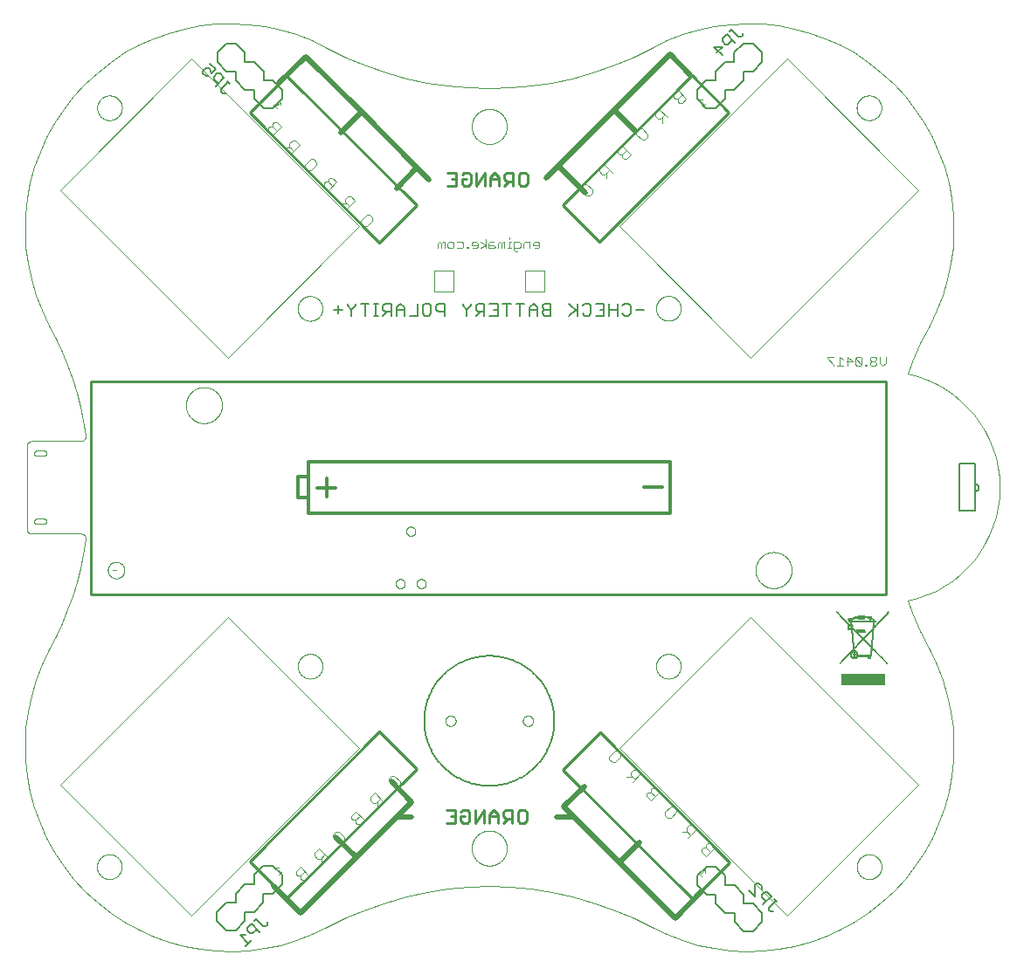
<source format=gbo>
G75*
%MOIN*%
%OFA0B0*%
%FSLAX25Y25*%
%IPPOS*%
%LPD*%
%AMOC8*
5,1,8,0,0,1.08239X$1,22.5*
%
%ADD10C,0.00000*%
%ADD11C,0.00394*%
%ADD12C,0.00400*%
%ADD13C,0.00900*%
%ADD14C,0.01969*%
%ADD15C,0.01181*%
%ADD16C,0.01300*%
%ADD17C,0.00800*%
%ADD18R,0.16441X0.00047*%
%ADD19R,0.16394X0.00047*%
%ADD20R,0.00094X0.00047*%
%ADD21R,0.00189X0.00047*%
%ADD22R,0.00047X0.00047*%
%ADD23R,0.00283X0.00047*%
%ADD24R,0.00142X0.00047*%
%ADD25R,0.00378X0.00047*%
%ADD26R,0.00236X0.00047*%
%ADD27R,0.00472X0.00047*%
%ADD28R,0.00331X0.00047*%
%ADD29R,0.00567X0.00047*%
%ADD30R,0.00425X0.00047*%
%ADD31R,0.00661X0.00047*%
%ADD32R,0.00520X0.00047*%
%ADD33R,0.00614X0.00047*%
%ADD34R,0.01087X0.00047*%
%ADD35R,0.00803X0.00047*%
%ADD36R,0.01370X0.00047*%
%ADD37R,0.01559X0.00047*%
%ADD38R,0.01654X0.00047*%
%ADD39R,0.01843X0.00047*%
%ADD40R,0.01937X0.00047*%
%ADD41R,0.02126X0.00047*%
%ADD42R,0.02220X0.00047*%
%ADD43R,0.02315X0.00047*%
%ADD44R,0.02409X0.00047*%
%ADD45R,0.02504X0.00047*%
%ADD46R,0.02551X0.00047*%
%ADD47R,0.02598X0.00047*%
%ADD48R,0.02693X0.00047*%
%ADD49R,0.02787X0.00047*%
%ADD50R,0.01228X0.00047*%
%ADD51R,0.01134X0.00047*%
%ADD52R,0.06189X0.00047*%
%ADD53R,0.01039X0.00047*%
%ADD54R,0.06142X0.00047*%
%ADD55R,0.00992X0.00047*%
%ADD56R,0.00945X0.00047*%
%ADD57R,0.06094X0.00047*%
%ADD58R,0.00898X0.00047*%
%ADD59R,0.06047X0.00047*%
%ADD60R,0.06000X0.00047*%
%ADD61R,0.00850X0.00047*%
%ADD62R,0.00709X0.00047*%
%ADD63R,0.05953X0.00047*%
%ADD64R,0.01465X0.00047*%
%ADD65R,0.01417X0.00047*%
%ADD66R,0.01181X0.00047*%
%ADD67R,0.01512X0.00047*%
%ADD68R,0.03071X0.00047*%
%ADD69R,0.02976X0.00047*%
%ADD70R,0.02882X0.00047*%
%ADD71R,0.02835X0.00047*%
%ADD72R,0.02740X0.00047*%
%ADD73R,0.02646X0.00047*%
%ADD74R,0.02173X0.00047*%
%ADD75R,0.02079X0.00047*%
%ADD76R,0.01795X0.00047*%
%ADD77R,0.00756X0.00047*%
%ADD78R,0.01276X0.00047*%
%ADD79R,0.03638X0.00047*%
%ADD80R,0.03732X0.00047*%
%ADD81R,0.03780X0.00047*%
%ADD82R,0.03827X0.00047*%
%ADD83R,0.03874X0.00047*%
%ADD84R,0.03921X0.00047*%
%ADD85R,0.03969X0.00047*%
%ADD86R,0.04016X0.00047*%
%ADD87R,0.04063X0.00047*%
%ADD88R,0.04110X0.00047*%
%ADD89R,0.03496X0.00047*%
%ADD90R,0.03402X0.00047*%
%ADD91R,0.02457X0.00047*%
%ADD92R,0.02362X0.00047*%
%ADD93R,0.02268X0.00047*%
%ADD94R,0.01323X0.00047*%
%ADD95R,0.10535X0.00047*%
%ADD96R,0.10630X0.00047*%
%ADD97R,0.10677X0.00047*%
%ADD98R,0.10724X0.00047*%
%ADD99R,0.10772X0.00047*%
%ADD100R,0.10819X0.00047*%
%ADD101R,0.10866X0.00047*%
%ADD102R,0.10913X0.00047*%
%ADD103R,0.10961X0.00047*%
%ADD104R,0.01701X0.00047*%
%ADD105R,0.01748X0.00047*%
%ADD106R,0.01890X0.00047*%
%ADD107R,0.01984X0.00047*%
%ADD108R,0.02031X0.00047*%
%ADD109R,0.01606X0.00047*%
%ADD110R,0.04772X0.00047*%
%ADD111R,0.03165X0.00047*%
%ADD112R,0.06614X0.00047*%
%ADD113R,0.06472X0.00047*%
%ADD114R,0.06331X0.00047*%
%ADD115R,0.05102X0.00047*%
%ADD116R,0.04630X0.00047*%
%ADD117R,0.03449X0.00047*%
%ADD118R,0.02929X0.00047*%
%ADD119C,0.01000*%
%ADD120C,0.00039*%
%ADD121C,0.00500*%
%ADD122C,0.00197*%
%ADD123C,0.00200*%
D10*
X0088126Y0065370D02*
X0088128Y0065507D01*
X0088134Y0065645D01*
X0088144Y0065782D01*
X0088158Y0065918D01*
X0088176Y0066055D01*
X0088198Y0066190D01*
X0088224Y0066325D01*
X0088253Y0066459D01*
X0088287Y0066593D01*
X0088324Y0066725D01*
X0088366Y0066856D01*
X0088411Y0066986D01*
X0088460Y0067114D01*
X0088512Y0067241D01*
X0088569Y0067366D01*
X0088628Y0067490D01*
X0088692Y0067612D01*
X0088759Y0067732D01*
X0088829Y0067850D01*
X0088903Y0067966D01*
X0088980Y0068080D01*
X0089061Y0068191D01*
X0089144Y0068300D01*
X0089231Y0068407D01*
X0089321Y0068510D01*
X0089414Y0068612D01*
X0089510Y0068710D01*
X0089608Y0068806D01*
X0089710Y0068899D01*
X0089813Y0068989D01*
X0089920Y0069076D01*
X0090029Y0069159D01*
X0090140Y0069240D01*
X0090254Y0069317D01*
X0090370Y0069391D01*
X0090488Y0069461D01*
X0090608Y0069528D01*
X0090730Y0069592D01*
X0090854Y0069651D01*
X0090979Y0069708D01*
X0091106Y0069760D01*
X0091234Y0069809D01*
X0091364Y0069854D01*
X0091495Y0069896D01*
X0091627Y0069933D01*
X0091761Y0069967D01*
X0091895Y0069996D01*
X0092030Y0070022D01*
X0092165Y0070044D01*
X0092302Y0070062D01*
X0092438Y0070076D01*
X0092575Y0070086D01*
X0092713Y0070092D01*
X0092850Y0070094D01*
X0092987Y0070092D01*
X0093125Y0070086D01*
X0093262Y0070076D01*
X0093398Y0070062D01*
X0093535Y0070044D01*
X0093670Y0070022D01*
X0093805Y0069996D01*
X0093939Y0069967D01*
X0094073Y0069933D01*
X0094205Y0069896D01*
X0094336Y0069854D01*
X0094466Y0069809D01*
X0094594Y0069760D01*
X0094721Y0069708D01*
X0094846Y0069651D01*
X0094970Y0069592D01*
X0095092Y0069528D01*
X0095212Y0069461D01*
X0095330Y0069391D01*
X0095446Y0069317D01*
X0095560Y0069240D01*
X0095671Y0069159D01*
X0095780Y0069076D01*
X0095887Y0068989D01*
X0095990Y0068899D01*
X0096092Y0068806D01*
X0096190Y0068710D01*
X0096286Y0068612D01*
X0096379Y0068510D01*
X0096469Y0068407D01*
X0096556Y0068300D01*
X0096639Y0068191D01*
X0096720Y0068080D01*
X0096797Y0067966D01*
X0096871Y0067850D01*
X0096941Y0067732D01*
X0097008Y0067612D01*
X0097072Y0067490D01*
X0097131Y0067366D01*
X0097188Y0067241D01*
X0097240Y0067114D01*
X0097289Y0066986D01*
X0097334Y0066856D01*
X0097376Y0066725D01*
X0097413Y0066593D01*
X0097447Y0066459D01*
X0097476Y0066325D01*
X0097502Y0066190D01*
X0097524Y0066055D01*
X0097542Y0065918D01*
X0097556Y0065782D01*
X0097566Y0065645D01*
X0097572Y0065507D01*
X0097574Y0065370D01*
X0097572Y0065233D01*
X0097566Y0065095D01*
X0097556Y0064958D01*
X0097542Y0064822D01*
X0097524Y0064685D01*
X0097502Y0064550D01*
X0097476Y0064415D01*
X0097447Y0064281D01*
X0097413Y0064147D01*
X0097376Y0064015D01*
X0097334Y0063884D01*
X0097289Y0063754D01*
X0097240Y0063626D01*
X0097188Y0063499D01*
X0097131Y0063374D01*
X0097072Y0063250D01*
X0097008Y0063128D01*
X0096941Y0063008D01*
X0096871Y0062890D01*
X0096797Y0062774D01*
X0096720Y0062660D01*
X0096639Y0062549D01*
X0096556Y0062440D01*
X0096469Y0062333D01*
X0096379Y0062230D01*
X0096286Y0062128D01*
X0096190Y0062030D01*
X0096092Y0061934D01*
X0095990Y0061841D01*
X0095887Y0061751D01*
X0095780Y0061664D01*
X0095671Y0061581D01*
X0095560Y0061500D01*
X0095446Y0061423D01*
X0095330Y0061349D01*
X0095212Y0061279D01*
X0095092Y0061212D01*
X0094970Y0061148D01*
X0094846Y0061089D01*
X0094721Y0061032D01*
X0094594Y0060980D01*
X0094466Y0060931D01*
X0094336Y0060886D01*
X0094205Y0060844D01*
X0094073Y0060807D01*
X0093939Y0060773D01*
X0093805Y0060744D01*
X0093670Y0060718D01*
X0093535Y0060696D01*
X0093398Y0060678D01*
X0093262Y0060664D01*
X0093125Y0060654D01*
X0092987Y0060648D01*
X0092850Y0060646D01*
X0092713Y0060648D01*
X0092575Y0060654D01*
X0092438Y0060664D01*
X0092302Y0060678D01*
X0092165Y0060696D01*
X0092030Y0060718D01*
X0091895Y0060744D01*
X0091761Y0060773D01*
X0091627Y0060807D01*
X0091495Y0060844D01*
X0091364Y0060886D01*
X0091234Y0060931D01*
X0091106Y0060980D01*
X0090979Y0061032D01*
X0090854Y0061089D01*
X0090730Y0061148D01*
X0090608Y0061212D01*
X0090488Y0061279D01*
X0090370Y0061349D01*
X0090254Y0061423D01*
X0090140Y0061500D01*
X0090029Y0061581D01*
X0089920Y0061664D01*
X0089813Y0061751D01*
X0089710Y0061841D01*
X0089608Y0061934D01*
X0089510Y0062030D01*
X0089414Y0062128D01*
X0089321Y0062230D01*
X0089231Y0062333D01*
X0089144Y0062440D01*
X0089061Y0062549D01*
X0088980Y0062660D01*
X0088903Y0062774D01*
X0088829Y0062890D01*
X0088759Y0063008D01*
X0088692Y0063128D01*
X0088628Y0063250D01*
X0088569Y0063374D01*
X0088512Y0063499D01*
X0088460Y0063626D01*
X0088411Y0063754D01*
X0088366Y0063884D01*
X0088324Y0064015D01*
X0088287Y0064147D01*
X0088253Y0064281D01*
X0088224Y0064415D01*
X0088198Y0064550D01*
X0088176Y0064685D01*
X0088158Y0064822D01*
X0088144Y0064958D01*
X0088134Y0065095D01*
X0088128Y0065233D01*
X0088126Y0065370D01*
X0164741Y0141906D02*
X0164743Y0142043D01*
X0164749Y0142181D01*
X0164759Y0142318D01*
X0164773Y0142454D01*
X0164791Y0142591D01*
X0164813Y0142726D01*
X0164839Y0142861D01*
X0164868Y0142995D01*
X0164902Y0143129D01*
X0164939Y0143261D01*
X0164981Y0143392D01*
X0165026Y0143522D01*
X0165075Y0143650D01*
X0165127Y0143777D01*
X0165184Y0143902D01*
X0165243Y0144026D01*
X0165307Y0144148D01*
X0165374Y0144268D01*
X0165444Y0144386D01*
X0165518Y0144502D01*
X0165595Y0144616D01*
X0165676Y0144727D01*
X0165759Y0144836D01*
X0165846Y0144943D01*
X0165936Y0145046D01*
X0166029Y0145148D01*
X0166125Y0145246D01*
X0166223Y0145342D01*
X0166325Y0145435D01*
X0166428Y0145525D01*
X0166535Y0145612D01*
X0166644Y0145695D01*
X0166755Y0145776D01*
X0166869Y0145853D01*
X0166985Y0145927D01*
X0167103Y0145997D01*
X0167223Y0146064D01*
X0167345Y0146128D01*
X0167469Y0146187D01*
X0167594Y0146244D01*
X0167721Y0146296D01*
X0167849Y0146345D01*
X0167979Y0146390D01*
X0168110Y0146432D01*
X0168242Y0146469D01*
X0168376Y0146503D01*
X0168510Y0146532D01*
X0168645Y0146558D01*
X0168780Y0146580D01*
X0168917Y0146598D01*
X0169053Y0146612D01*
X0169190Y0146622D01*
X0169328Y0146628D01*
X0169465Y0146630D01*
X0169602Y0146628D01*
X0169740Y0146622D01*
X0169877Y0146612D01*
X0170013Y0146598D01*
X0170150Y0146580D01*
X0170285Y0146558D01*
X0170420Y0146532D01*
X0170554Y0146503D01*
X0170688Y0146469D01*
X0170820Y0146432D01*
X0170951Y0146390D01*
X0171081Y0146345D01*
X0171209Y0146296D01*
X0171336Y0146244D01*
X0171461Y0146187D01*
X0171585Y0146128D01*
X0171707Y0146064D01*
X0171827Y0145997D01*
X0171945Y0145927D01*
X0172061Y0145853D01*
X0172175Y0145776D01*
X0172286Y0145695D01*
X0172395Y0145612D01*
X0172502Y0145525D01*
X0172605Y0145435D01*
X0172707Y0145342D01*
X0172805Y0145246D01*
X0172901Y0145148D01*
X0172994Y0145046D01*
X0173084Y0144943D01*
X0173171Y0144836D01*
X0173254Y0144727D01*
X0173335Y0144616D01*
X0173412Y0144502D01*
X0173486Y0144386D01*
X0173556Y0144268D01*
X0173623Y0144148D01*
X0173687Y0144026D01*
X0173746Y0143902D01*
X0173803Y0143777D01*
X0173855Y0143650D01*
X0173904Y0143522D01*
X0173949Y0143392D01*
X0173991Y0143261D01*
X0174028Y0143129D01*
X0174062Y0142995D01*
X0174091Y0142861D01*
X0174117Y0142726D01*
X0174139Y0142591D01*
X0174157Y0142454D01*
X0174171Y0142318D01*
X0174181Y0142181D01*
X0174187Y0142043D01*
X0174189Y0141906D01*
X0174187Y0141769D01*
X0174181Y0141631D01*
X0174171Y0141494D01*
X0174157Y0141358D01*
X0174139Y0141221D01*
X0174117Y0141086D01*
X0174091Y0140951D01*
X0174062Y0140817D01*
X0174028Y0140683D01*
X0173991Y0140551D01*
X0173949Y0140420D01*
X0173904Y0140290D01*
X0173855Y0140162D01*
X0173803Y0140035D01*
X0173746Y0139910D01*
X0173687Y0139786D01*
X0173623Y0139664D01*
X0173556Y0139544D01*
X0173486Y0139426D01*
X0173412Y0139310D01*
X0173335Y0139196D01*
X0173254Y0139085D01*
X0173171Y0138976D01*
X0173084Y0138869D01*
X0172994Y0138766D01*
X0172901Y0138664D01*
X0172805Y0138566D01*
X0172707Y0138470D01*
X0172605Y0138377D01*
X0172502Y0138287D01*
X0172395Y0138200D01*
X0172286Y0138117D01*
X0172175Y0138036D01*
X0172061Y0137959D01*
X0171945Y0137885D01*
X0171827Y0137815D01*
X0171707Y0137748D01*
X0171585Y0137684D01*
X0171461Y0137625D01*
X0171336Y0137568D01*
X0171209Y0137516D01*
X0171081Y0137467D01*
X0170951Y0137422D01*
X0170820Y0137380D01*
X0170688Y0137343D01*
X0170554Y0137309D01*
X0170420Y0137280D01*
X0170285Y0137254D01*
X0170150Y0137232D01*
X0170013Y0137214D01*
X0169877Y0137200D01*
X0169740Y0137190D01*
X0169602Y0137184D01*
X0169465Y0137182D01*
X0169328Y0137184D01*
X0169190Y0137190D01*
X0169053Y0137200D01*
X0168917Y0137214D01*
X0168780Y0137232D01*
X0168645Y0137254D01*
X0168510Y0137280D01*
X0168376Y0137309D01*
X0168242Y0137343D01*
X0168110Y0137380D01*
X0167979Y0137422D01*
X0167849Y0137467D01*
X0167721Y0137516D01*
X0167594Y0137568D01*
X0167469Y0137625D01*
X0167345Y0137684D01*
X0167223Y0137748D01*
X0167103Y0137815D01*
X0166985Y0137885D01*
X0166869Y0137959D01*
X0166755Y0138036D01*
X0166644Y0138117D01*
X0166535Y0138200D01*
X0166428Y0138287D01*
X0166325Y0138377D01*
X0166223Y0138470D01*
X0166125Y0138566D01*
X0166029Y0138664D01*
X0165936Y0138766D01*
X0165846Y0138869D01*
X0165759Y0138976D01*
X0165676Y0139085D01*
X0165595Y0139196D01*
X0165518Y0139310D01*
X0165444Y0139426D01*
X0165374Y0139544D01*
X0165307Y0139664D01*
X0165243Y0139786D01*
X0165184Y0139910D01*
X0165127Y0140035D01*
X0165075Y0140162D01*
X0165026Y0140290D01*
X0164981Y0140420D01*
X0164939Y0140551D01*
X0164902Y0140683D01*
X0164868Y0140817D01*
X0164839Y0140951D01*
X0164813Y0141086D01*
X0164791Y0141221D01*
X0164773Y0141358D01*
X0164759Y0141494D01*
X0164749Y0141631D01*
X0164743Y0141769D01*
X0164741Y0141906D01*
X0202140Y0173471D02*
X0202142Y0173554D01*
X0202148Y0173637D01*
X0202158Y0173720D01*
X0202172Y0173802D01*
X0202189Y0173884D01*
X0202211Y0173964D01*
X0202236Y0174043D01*
X0202265Y0174121D01*
X0202298Y0174198D01*
X0202335Y0174273D01*
X0202374Y0174346D01*
X0202418Y0174417D01*
X0202464Y0174486D01*
X0202514Y0174553D01*
X0202567Y0174617D01*
X0202623Y0174679D01*
X0202682Y0174738D01*
X0202744Y0174794D01*
X0202808Y0174847D01*
X0202875Y0174897D01*
X0202944Y0174943D01*
X0203015Y0174987D01*
X0203088Y0175026D01*
X0203163Y0175063D01*
X0203240Y0175096D01*
X0203318Y0175125D01*
X0203397Y0175150D01*
X0203477Y0175172D01*
X0203559Y0175189D01*
X0203641Y0175203D01*
X0203724Y0175213D01*
X0203807Y0175219D01*
X0203890Y0175221D01*
X0203973Y0175219D01*
X0204056Y0175213D01*
X0204139Y0175203D01*
X0204221Y0175189D01*
X0204303Y0175172D01*
X0204383Y0175150D01*
X0204462Y0175125D01*
X0204540Y0175096D01*
X0204617Y0175063D01*
X0204692Y0175026D01*
X0204765Y0174987D01*
X0204836Y0174943D01*
X0204905Y0174897D01*
X0204972Y0174847D01*
X0205036Y0174794D01*
X0205098Y0174738D01*
X0205157Y0174679D01*
X0205213Y0174617D01*
X0205266Y0174553D01*
X0205316Y0174486D01*
X0205362Y0174417D01*
X0205406Y0174346D01*
X0205445Y0174273D01*
X0205482Y0174198D01*
X0205515Y0174121D01*
X0205544Y0174043D01*
X0205569Y0173964D01*
X0205591Y0173884D01*
X0205608Y0173802D01*
X0205622Y0173720D01*
X0205632Y0173637D01*
X0205638Y0173554D01*
X0205640Y0173471D01*
X0205638Y0173388D01*
X0205632Y0173305D01*
X0205622Y0173222D01*
X0205608Y0173140D01*
X0205591Y0173058D01*
X0205569Y0172978D01*
X0205544Y0172899D01*
X0205515Y0172821D01*
X0205482Y0172744D01*
X0205445Y0172669D01*
X0205406Y0172596D01*
X0205362Y0172525D01*
X0205316Y0172456D01*
X0205266Y0172389D01*
X0205213Y0172325D01*
X0205157Y0172263D01*
X0205098Y0172204D01*
X0205036Y0172148D01*
X0204972Y0172095D01*
X0204905Y0172045D01*
X0204836Y0171999D01*
X0204765Y0171955D01*
X0204692Y0171916D01*
X0204617Y0171879D01*
X0204540Y0171846D01*
X0204462Y0171817D01*
X0204383Y0171792D01*
X0204303Y0171770D01*
X0204221Y0171753D01*
X0204139Y0171739D01*
X0204056Y0171729D01*
X0203973Y0171723D01*
X0203890Y0171721D01*
X0203807Y0171723D01*
X0203724Y0171729D01*
X0203641Y0171739D01*
X0203559Y0171753D01*
X0203477Y0171770D01*
X0203397Y0171792D01*
X0203318Y0171817D01*
X0203240Y0171846D01*
X0203163Y0171879D01*
X0203088Y0171916D01*
X0203015Y0171955D01*
X0202944Y0171999D01*
X0202875Y0172045D01*
X0202808Y0172095D01*
X0202744Y0172148D01*
X0202682Y0172204D01*
X0202623Y0172263D01*
X0202567Y0172325D01*
X0202514Y0172389D01*
X0202464Y0172456D01*
X0202418Y0172525D01*
X0202374Y0172596D01*
X0202335Y0172669D01*
X0202298Y0172744D01*
X0202265Y0172821D01*
X0202236Y0172899D01*
X0202211Y0172978D01*
X0202189Y0173058D01*
X0202172Y0173140D01*
X0202158Y0173222D01*
X0202148Y0173305D01*
X0202142Y0173388D01*
X0202140Y0173471D01*
X0210140Y0173471D02*
X0210142Y0173554D01*
X0210148Y0173637D01*
X0210158Y0173720D01*
X0210172Y0173802D01*
X0210189Y0173884D01*
X0210211Y0173964D01*
X0210236Y0174043D01*
X0210265Y0174121D01*
X0210298Y0174198D01*
X0210335Y0174273D01*
X0210374Y0174346D01*
X0210418Y0174417D01*
X0210464Y0174486D01*
X0210514Y0174553D01*
X0210567Y0174617D01*
X0210623Y0174679D01*
X0210682Y0174738D01*
X0210744Y0174794D01*
X0210808Y0174847D01*
X0210875Y0174897D01*
X0210944Y0174943D01*
X0211015Y0174987D01*
X0211088Y0175026D01*
X0211163Y0175063D01*
X0211240Y0175096D01*
X0211318Y0175125D01*
X0211397Y0175150D01*
X0211477Y0175172D01*
X0211559Y0175189D01*
X0211641Y0175203D01*
X0211724Y0175213D01*
X0211807Y0175219D01*
X0211890Y0175221D01*
X0211973Y0175219D01*
X0212056Y0175213D01*
X0212139Y0175203D01*
X0212221Y0175189D01*
X0212303Y0175172D01*
X0212383Y0175150D01*
X0212462Y0175125D01*
X0212540Y0175096D01*
X0212617Y0175063D01*
X0212692Y0175026D01*
X0212765Y0174987D01*
X0212836Y0174943D01*
X0212905Y0174897D01*
X0212972Y0174847D01*
X0213036Y0174794D01*
X0213098Y0174738D01*
X0213157Y0174679D01*
X0213213Y0174617D01*
X0213266Y0174553D01*
X0213316Y0174486D01*
X0213362Y0174417D01*
X0213406Y0174346D01*
X0213445Y0174273D01*
X0213482Y0174198D01*
X0213515Y0174121D01*
X0213544Y0174043D01*
X0213569Y0173964D01*
X0213591Y0173884D01*
X0213608Y0173802D01*
X0213622Y0173720D01*
X0213632Y0173637D01*
X0213638Y0173554D01*
X0213640Y0173471D01*
X0213638Y0173388D01*
X0213632Y0173305D01*
X0213622Y0173222D01*
X0213608Y0173140D01*
X0213591Y0173058D01*
X0213569Y0172978D01*
X0213544Y0172899D01*
X0213515Y0172821D01*
X0213482Y0172744D01*
X0213445Y0172669D01*
X0213406Y0172596D01*
X0213362Y0172525D01*
X0213316Y0172456D01*
X0213266Y0172389D01*
X0213213Y0172325D01*
X0213157Y0172263D01*
X0213098Y0172204D01*
X0213036Y0172148D01*
X0212972Y0172095D01*
X0212905Y0172045D01*
X0212836Y0171999D01*
X0212765Y0171955D01*
X0212692Y0171916D01*
X0212617Y0171879D01*
X0212540Y0171846D01*
X0212462Y0171817D01*
X0212383Y0171792D01*
X0212303Y0171770D01*
X0212221Y0171753D01*
X0212139Y0171739D01*
X0212056Y0171729D01*
X0211973Y0171723D01*
X0211890Y0171721D01*
X0211807Y0171723D01*
X0211724Y0171729D01*
X0211641Y0171739D01*
X0211559Y0171753D01*
X0211477Y0171770D01*
X0211397Y0171792D01*
X0211318Y0171817D01*
X0211240Y0171846D01*
X0211163Y0171879D01*
X0211088Y0171916D01*
X0211015Y0171955D01*
X0210944Y0171999D01*
X0210875Y0172045D01*
X0210808Y0172095D01*
X0210744Y0172148D01*
X0210682Y0172204D01*
X0210623Y0172263D01*
X0210567Y0172325D01*
X0210514Y0172389D01*
X0210464Y0172456D01*
X0210418Y0172525D01*
X0210374Y0172596D01*
X0210335Y0172669D01*
X0210298Y0172744D01*
X0210265Y0172821D01*
X0210236Y0172899D01*
X0210211Y0172978D01*
X0210189Y0173058D01*
X0210172Y0173140D01*
X0210158Y0173222D01*
X0210148Y0173305D01*
X0210142Y0173388D01*
X0210140Y0173471D01*
X0206140Y0193471D02*
X0206142Y0193554D01*
X0206148Y0193637D01*
X0206158Y0193720D01*
X0206172Y0193802D01*
X0206189Y0193884D01*
X0206211Y0193964D01*
X0206236Y0194043D01*
X0206265Y0194121D01*
X0206298Y0194198D01*
X0206335Y0194273D01*
X0206374Y0194346D01*
X0206418Y0194417D01*
X0206464Y0194486D01*
X0206514Y0194553D01*
X0206567Y0194617D01*
X0206623Y0194679D01*
X0206682Y0194738D01*
X0206744Y0194794D01*
X0206808Y0194847D01*
X0206875Y0194897D01*
X0206944Y0194943D01*
X0207015Y0194987D01*
X0207088Y0195026D01*
X0207163Y0195063D01*
X0207240Y0195096D01*
X0207318Y0195125D01*
X0207397Y0195150D01*
X0207477Y0195172D01*
X0207559Y0195189D01*
X0207641Y0195203D01*
X0207724Y0195213D01*
X0207807Y0195219D01*
X0207890Y0195221D01*
X0207973Y0195219D01*
X0208056Y0195213D01*
X0208139Y0195203D01*
X0208221Y0195189D01*
X0208303Y0195172D01*
X0208383Y0195150D01*
X0208462Y0195125D01*
X0208540Y0195096D01*
X0208617Y0195063D01*
X0208692Y0195026D01*
X0208765Y0194987D01*
X0208836Y0194943D01*
X0208905Y0194897D01*
X0208972Y0194847D01*
X0209036Y0194794D01*
X0209098Y0194738D01*
X0209157Y0194679D01*
X0209213Y0194617D01*
X0209266Y0194553D01*
X0209316Y0194486D01*
X0209362Y0194417D01*
X0209406Y0194346D01*
X0209445Y0194273D01*
X0209482Y0194198D01*
X0209515Y0194121D01*
X0209544Y0194043D01*
X0209569Y0193964D01*
X0209591Y0193884D01*
X0209608Y0193802D01*
X0209622Y0193720D01*
X0209632Y0193637D01*
X0209638Y0193554D01*
X0209640Y0193471D01*
X0209638Y0193388D01*
X0209632Y0193305D01*
X0209622Y0193222D01*
X0209608Y0193140D01*
X0209591Y0193058D01*
X0209569Y0192978D01*
X0209544Y0192899D01*
X0209515Y0192821D01*
X0209482Y0192744D01*
X0209445Y0192669D01*
X0209406Y0192596D01*
X0209362Y0192525D01*
X0209316Y0192456D01*
X0209266Y0192389D01*
X0209213Y0192325D01*
X0209157Y0192263D01*
X0209098Y0192204D01*
X0209036Y0192148D01*
X0208972Y0192095D01*
X0208905Y0192045D01*
X0208836Y0191999D01*
X0208765Y0191955D01*
X0208692Y0191916D01*
X0208617Y0191879D01*
X0208540Y0191846D01*
X0208462Y0191817D01*
X0208383Y0191792D01*
X0208303Y0191770D01*
X0208221Y0191753D01*
X0208139Y0191739D01*
X0208056Y0191729D01*
X0207973Y0191723D01*
X0207890Y0191721D01*
X0207807Y0191723D01*
X0207724Y0191729D01*
X0207641Y0191739D01*
X0207559Y0191753D01*
X0207477Y0191770D01*
X0207397Y0191792D01*
X0207318Y0191817D01*
X0207240Y0191846D01*
X0207163Y0191879D01*
X0207088Y0191916D01*
X0207015Y0191955D01*
X0206944Y0191999D01*
X0206875Y0192045D01*
X0206808Y0192095D01*
X0206744Y0192148D01*
X0206682Y0192204D01*
X0206623Y0192263D01*
X0206567Y0192325D01*
X0206514Y0192389D01*
X0206464Y0192456D01*
X0206418Y0192525D01*
X0206374Y0192596D01*
X0206335Y0192669D01*
X0206298Y0192744D01*
X0206265Y0192821D01*
X0206236Y0192899D01*
X0206211Y0192978D01*
X0206189Y0193058D01*
X0206172Y0193140D01*
X0206158Y0193222D01*
X0206148Y0193305D01*
X0206142Y0193388D01*
X0206140Y0193471D01*
X0122063Y0241630D02*
X0122065Y0241799D01*
X0122071Y0241968D01*
X0122082Y0242137D01*
X0122096Y0242305D01*
X0122115Y0242473D01*
X0122138Y0242641D01*
X0122164Y0242808D01*
X0122195Y0242974D01*
X0122230Y0243140D01*
X0122269Y0243304D01*
X0122313Y0243468D01*
X0122360Y0243630D01*
X0122411Y0243791D01*
X0122466Y0243951D01*
X0122525Y0244110D01*
X0122587Y0244267D01*
X0122654Y0244422D01*
X0122725Y0244576D01*
X0122799Y0244728D01*
X0122877Y0244878D01*
X0122958Y0245026D01*
X0123043Y0245172D01*
X0123132Y0245316D01*
X0123224Y0245458D01*
X0123320Y0245597D01*
X0123419Y0245734D01*
X0123521Y0245869D01*
X0123627Y0246001D01*
X0123736Y0246130D01*
X0123848Y0246257D01*
X0123963Y0246381D01*
X0124081Y0246502D01*
X0124202Y0246620D01*
X0124326Y0246735D01*
X0124453Y0246847D01*
X0124582Y0246956D01*
X0124714Y0247062D01*
X0124849Y0247164D01*
X0124986Y0247263D01*
X0125125Y0247359D01*
X0125267Y0247451D01*
X0125411Y0247540D01*
X0125557Y0247625D01*
X0125705Y0247706D01*
X0125855Y0247784D01*
X0126007Y0247858D01*
X0126161Y0247929D01*
X0126316Y0247996D01*
X0126473Y0248058D01*
X0126632Y0248117D01*
X0126792Y0248172D01*
X0126953Y0248223D01*
X0127115Y0248270D01*
X0127279Y0248314D01*
X0127443Y0248353D01*
X0127609Y0248388D01*
X0127775Y0248419D01*
X0127942Y0248445D01*
X0128110Y0248468D01*
X0128278Y0248487D01*
X0128446Y0248501D01*
X0128615Y0248512D01*
X0128784Y0248518D01*
X0128953Y0248520D01*
X0129122Y0248518D01*
X0129291Y0248512D01*
X0129460Y0248501D01*
X0129628Y0248487D01*
X0129796Y0248468D01*
X0129964Y0248445D01*
X0130131Y0248419D01*
X0130297Y0248388D01*
X0130463Y0248353D01*
X0130627Y0248314D01*
X0130791Y0248270D01*
X0130953Y0248223D01*
X0131114Y0248172D01*
X0131274Y0248117D01*
X0131433Y0248058D01*
X0131590Y0247996D01*
X0131745Y0247929D01*
X0131899Y0247858D01*
X0132051Y0247784D01*
X0132201Y0247706D01*
X0132349Y0247625D01*
X0132495Y0247540D01*
X0132639Y0247451D01*
X0132781Y0247359D01*
X0132920Y0247263D01*
X0133057Y0247164D01*
X0133192Y0247062D01*
X0133324Y0246956D01*
X0133453Y0246847D01*
X0133580Y0246735D01*
X0133704Y0246620D01*
X0133825Y0246502D01*
X0133943Y0246381D01*
X0134058Y0246257D01*
X0134170Y0246130D01*
X0134279Y0246001D01*
X0134385Y0245869D01*
X0134487Y0245734D01*
X0134586Y0245597D01*
X0134682Y0245458D01*
X0134774Y0245316D01*
X0134863Y0245172D01*
X0134948Y0245026D01*
X0135029Y0244878D01*
X0135107Y0244728D01*
X0135181Y0244576D01*
X0135252Y0244422D01*
X0135319Y0244267D01*
X0135381Y0244110D01*
X0135440Y0243951D01*
X0135495Y0243791D01*
X0135546Y0243630D01*
X0135593Y0243468D01*
X0135637Y0243304D01*
X0135676Y0243140D01*
X0135711Y0242974D01*
X0135742Y0242808D01*
X0135768Y0242641D01*
X0135791Y0242473D01*
X0135810Y0242305D01*
X0135824Y0242137D01*
X0135835Y0241968D01*
X0135841Y0241799D01*
X0135843Y0241630D01*
X0135841Y0241461D01*
X0135835Y0241292D01*
X0135824Y0241123D01*
X0135810Y0240955D01*
X0135791Y0240787D01*
X0135768Y0240619D01*
X0135742Y0240452D01*
X0135711Y0240286D01*
X0135676Y0240120D01*
X0135637Y0239956D01*
X0135593Y0239792D01*
X0135546Y0239630D01*
X0135495Y0239469D01*
X0135440Y0239309D01*
X0135381Y0239150D01*
X0135319Y0238993D01*
X0135252Y0238838D01*
X0135181Y0238684D01*
X0135107Y0238532D01*
X0135029Y0238382D01*
X0134948Y0238234D01*
X0134863Y0238088D01*
X0134774Y0237944D01*
X0134682Y0237802D01*
X0134586Y0237663D01*
X0134487Y0237526D01*
X0134385Y0237391D01*
X0134279Y0237259D01*
X0134170Y0237130D01*
X0134058Y0237003D01*
X0133943Y0236879D01*
X0133825Y0236758D01*
X0133704Y0236640D01*
X0133580Y0236525D01*
X0133453Y0236413D01*
X0133324Y0236304D01*
X0133192Y0236198D01*
X0133057Y0236096D01*
X0132920Y0235997D01*
X0132781Y0235901D01*
X0132639Y0235809D01*
X0132495Y0235720D01*
X0132349Y0235635D01*
X0132201Y0235554D01*
X0132051Y0235476D01*
X0131899Y0235402D01*
X0131745Y0235331D01*
X0131590Y0235264D01*
X0131433Y0235202D01*
X0131274Y0235143D01*
X0131114Y0235088D01*
X0130953Y0235037D01*
X0130791Y0234990D01*
X0130627Y0234946D01*
X0130463Y0234907D01*
X0130297Y0234872D01*
X0130131Y0234841D01*
X0129964Y0234815D01*
X0129796Y0234792D01*
X0129628Y0234773D01*
X0129460Y0234759D01*
X0129291Y0234748D01*
X0129122Y0234742D01*
X0128953Y0234740D01*
X0128784Y0234742D01*
X0128615Y0234748D01*
X0128446Y0234759D01*
X0128278Y0234773D01*
X0128110Y0234792D01*
X0127942Y0234815D01*
X0127775Y0234841D01*
X0127609Y0234872D01*
X0127443Y0234907D01*
X0127279Y0234946D01*
X0127115Y0234990D01*
X0126953Y0235037D01*
X0126792Y0235088D01*
X0126632Y0235143D01*
X0126473Y0235202D01*
X0126316Y0235264D01*
X0126161Y0235331D01*
X0126007Y0235402D01*
X0125855Y0235476D01*
X0125705Y0235554D01*
X0125557Y0235635D01*
X0125411Y0235720D01*
X0125267Y0235809D01*
X0125125Y0235901D01*
X0124986Y0235997D01*
X0124849Y0236096D01*
X0124714Y0236198D01*
X0124582Y0236304D01*
X0124453Y0236413D01*
X0124326Y0236525D01*
X0124202Y0236640D01*
X0124081Y0236758D01*
X0123963Y0236879D01*
X0123848Y0237003D01*
X0123736Y0237130D01*
X0123627Y0237259D01*
X0123521Y0237391D01*
X0123419Y0237526D01*
X0123320Y0237663D01*
X0123224Y0237802D01*
X0123132Y0237944D01*
X0123043Y0238088D01*
X0122958Y0238234D01*
X0122877Y0238382D01*
X0122799Y0238532D01*
X0122725Y0238684D01*
X0122654Y0238838D01*
X0122587Y0238993D01*
X0122525Y0239150D01*
X0122466Y0239309D01*
X0122411Y0239469D01*
X0122360Y0239630D01*
X0122313Y0239792D01*
X0122269Y0239956D01*
X0122230Y0240120D01*
X0122195Y0240286D01*
X0122164Y0240452D01*
X0122138Y0240619D01*
X0122115Y0240787D01*
X0122096Y0240955D01*
X0122082Y0241123D01*
X0122071Y0241292D01*
X0122065Y0241461D01*
X0122063Y0241630D01*
X0164701Y0278559D02*
X0164703Y0278696D01*
X0164709Y0278834D01*
X0164719Y0278971D01*
X0164733Y0279107D01*
X0164751Y0279244D01*
X0164773Y0279379D01*
X0164799Y0279514D01*
X0164828Y0279648D01*
X0164862Y0279782D01*
X0164899Y0279914D01*
X0164941Y0280045D01*
X0164986Y0280175D01*
X0165035Y0280303D01*
X0165087Y0280430D01*
X0165144Y0280555D01*
X0165203Y0280679D01*
X0165267Y0280801D01*
X0165334Y0280921D01*
X0165404Y0281039D01*
X0165478Y0281155D01*
X0165555Y0281269D01*
X0165636Y0281380D01*
X0165719Y0281489D01*
X0165806Y0281596D01*
X0165896Y0281699D01*
X0165989Y0281801D01*
X0166085Y0281899D01*
X0166183Y0281995D01*
X0166285Y0282088D01*
X0166388Y0282178D01*
X0166495Y0282265D01*
X0166604Y0282348D01*
X0166715Y0282429D01*
X0166829Y0282506D01*
X0166945Y0282580D01*
X0167063Y0282650D01*
X0167183Y0282717D01*
X0167305Y0282781D01*
X0167429Y0282840D01*
X0167554Y0282897D01*
X0167681Y0282949D01*
X0167809Y0282998D01*
X0167939Y0283043D01*
X0168070Y0283085D01*
X0168202Y0283122D01*
X0168336Y0283156D01*
X0168470Y0283185D01*
X0168605Y0283211D01*
X0168740Y0283233D01*
X0168877Y0283251D01*
X0169013Y0283265D01*
X0169150Y0283275D01*
X0169288Y0283281D01*
X0169425Y0283283D01*
X0169562Y0283281D01*
X0169700Y0283275D01*
X0169837Y0283265D01*
X0169973Y0283251D01*
X0170110Y0283233D01*
X0170245Y0283211D01*
X0170380Y0283185D01*
X0170514Y0283156D01*
X0170648Y0283122D01*
X0170780Y0283085D01*
X0170911Y0283043D01*
X0171041Y0282998D01*
X0171169Y0282949D01*
X0171296Y0282897D01*
X0171421Y0282840D01*
X0171545Y0282781D01*
X0171667Y0282717D01*
X0171787Y0282650D01*
X0171905Y0282580D01*
X0172021Y0282506D01*
X0172135Y0282429D01*
X0172246Y0282348D01*
X0172355Y0282265D01*
X0172462Y0282178D01*
X0172565Y0282088D01*
X0172667Y0281995D01*
X0172765Y0281899D01*
X0172861Y0281801D01*
X0172954Y0281699D01*
X0173044Y0281596D01*
X0173131Y0281489D01*
X0173214Y0281380D01*
X0173295Y0281269D01*
X0173372Y0281155D01*
X0173446Y0281039D01*
X0173516Y0280921D01*
X0173583Y0280801D01*
X0173647Y0280679D01*
X0173706Y0280555D01*
X0173763Y0280430D01*
X0173815Y0280303D01*
X0173864Y0280175D01*
X0173909Y0280045D01*
X0173951Y0279914D01*
X0173988Y0279782D01*
X0174022Y0279648D01*
X0174051Y0279514D01*
X0174077Y0279379D01*
X0174099Y0279244D01*
X0174117Y0279107D01*
X0174131Y0278971D01*
X0174141Y0278834D01*
X0174147Y0278696D01*
X0174149Y0278559D01*
X0174147Y0278422D01*
X0174141Y0278284D01*
X0174131Y0278147D01*
X0174117Y0278011D01*
X0174099Y0277874D01*
X0174077Y0277739D01*
X0174051Y0277604D01*
X0174022Y0277470D01*
X0173988Y0277336D01*
X0173951Y0277204D01*
X0173909Y0277073D01*
X0173864Y0276943D01*
X0173815Y0276815D01*
X0173763Y0276688D01*
X0173706Y0276563D01*
X0173647Y0276439D01*
X0173583Y0276317D01*
X0173516Y0276197D01*
X0173446Y0276079D01*
X0173372Y0275963D01*
X0173295Y0275849D01*
X0173214Y0275738D01*
X0173131Y0275629D01*
X0173044Y0275522D01*
X0172954Y0275419D01*
X0172861Y0275317D01*
X0172765Y0275219D01*
X0172667Y0275123D01*
X0172565Y0275030D01*
X0172462Y0274940D01*
X0172355Y0274853D01*
X0172246Y0274770D01*
X0172135Y0274689D01*
X0172021Y0274612D01*
X0171905Y0274538D01*
X0171787Y0274468D01*
X0171667Y0274401D01*
X0171545Y0274337D01*
X0171421Y0274278D01*
X0171296Y0274221D01*
X0171169Y0274169D01*
X0171041Y0274120D01*
X0170911Y0274075D01*
X0170780Y0274033D01*
X0170648Y0273996D01*
X0170514Y0273962D01*
X0170380Y0273933D01*
X0170245Y0273907D01*
X0170110Y0273885D01*
X0169973Y0273867D01*
X0169837Y0273853D01*
X0169700Y0273843D01*
X0169562Y0273837D01*
X0169425Y0273835D01*
X0169288Y0273837D01*
X0169150Y0273843D01*
X0169013Y0273853D01*
X0168877Y0273867D01*
X0168740Y0273885D01*
X0168605Y0273907D01*
X0168470Y0273933D01*
X0168336Y0273962D01*
X0168202Y0273996D01*
X0168070Y0274033D01*
X0167939Y0274075D01*
X0167809Y0274120D01*
X0167681Y0274169D01*
X0167554Y0274221D01*
X0167429Y0274278D01*
X0167305Y0274337D01*
X0167183Y0274401D01*
X0167063Y0274468D01*
X0166945Y0274538D01*
X0166829Y0274612D01*
X0166715Y0274689D01*
X0166604Y0274770D01*
X0166495Y0274853D01*
X0166388Y0274940D01*
X0166285Y0275030D01*
X0166183Y0275123D01*
X0166085Y0275219D01*
X0165989Y0275317D01*
X0165896Y0275419D01*
X0165806Y0275522D01*
X0165719Y0275629D01*
X0165636Y0275738D01*
X0165555Y0275849D01*
X0165478Y0275963D01*
X0165404Y0276079D01*
X0165334Y0276197D01*
X0165267Y0276317D01*
X0165203Y0276439D01*
X0165144Y0276563D01*
X0165087Y0276688D01*
X0165035Y0276815D01*
X0164986Y0276943D01*
X0164941Y0277073D01*
X0164899Y0277204D01*
X0164862Y0277336D01*
X0164828Y0277470D01*
X0164799Y0277604D01*
X0164773Y0277739D01*
X0164751Y0277874D01*
X0164733Y0278011D01*
X0164719Y0278147D01*
X0164709Y0278284D01*
X0164703Y0278422D01*
X0164701Y0278559D01*
X0231118Y0348047D02*
X0231120Y0348211D01*
X0231126Y0348375D01*
X0231136Y0348539D01*
X0231150Y0348703D01*
X0231168Y0348866D01*
X0231190Y0349029D01*
X0231217Y0349191D01*
X0231247Y0349353D01*
X0231281Y0349513D01*
X0231319Y0349673D01*
X0231360Y0349832D01*
X0231406Y0349990D01*
X0231456Y0350146D01*
X0231509Y0350302D01*
X0231566Y0350456D01*
X0231627Y0350608D01*
X0231692Y0350759D01*
X0231761Y0350909D01*
X0231833Y0351056D01*
X0231908Y0351202D01*
X0231988Y0351346D01*
X0232070Y0351488D01*
X0232156Y0351628D01*
X0232246Y0351765D01*
X0232339Y0351901D01*
X0232435Y0352034D01*
X0232535Y0352165D01*
X0232637Y0352293D01*
X0232743Y0352419D01*
X0232852Y0352542D01*
X0232964Y0352662D01*
X0233078Y0352780D01*
X0233196Y0352894D01*
X0233316Y0353006D01*
X0233439Y0353115D01*
X0233565Y0353221D01*
X0233693Y0353323D01*
X0233824Y0353423D01*
X0233957Y0353519D01*
X0234093Y0353612D01*
X0234230Y0353702D01*
X0234370Y0353788D01*
X0234512Y0353870D01*
X0234656Y0353950D01*
X0234802Y0354025D01*
X0234949Y0354097D01*
X0235099Y0354166D01*
X0235250Y0354231D01*
X0235402Y0354292D01*
X0235556Y0354349D01*
X0235712Y0354402D01*
X0235868Y0354452D01*
X0236026Y0354498D01*
X0236185Y0354539D01*
X0236345Y0354577D01*
X0236505Y0354611D01*
X0236667Y0354641D01*
X0236829Y0354668D01*
X0236992Y0354690D01*
X0237155Y0354708D01*
X0237319Y0354722D01*
X0237483Y0354732D01*
X0237647Y0354738D01*
X0237811Y0354740D01*
X0237975Y0354738D01*
X0238139Y0354732D01*
X0238303Y0354722D01*
X0238467Y0354708D01*
X0238630Y0354690D01*
X0238793Y0354668D01*
X0238955Y0354641D01*
X0239117Y0354611D01*
X0239277Y0354577D01*
X0239437Y0354539D01*
X0239596Y0354498D01*
X0239754Y0354452D01*
X0239910Y0354402D01*
X0240066Y0354349D01*
X0240220Y0354292D01*
X0240372Y0354231D01*
X0240523Y0354166D01*
X0240673Y0354097D01*
X0240820Y0354025D01*
X0240966Y0353950D01*
X0241110Y0353870D01*
X0241252Y0353788D01*
X0241392Y0353702D01*
X0241529Y0353612D01*
X0241665Y0353519D01*
X0241798Y0353423D01*
X0241929Y0353323D01*
X0242057Y0353221D01*
X0242183Y0353115D01*
X0242306Y0353006D01*
X0242426Y0352894D01*
X0242544Y0352780D01*
X0242658Y0352662D01*
X0242770Y0352542D01*
X0242879Y0352419D01*
X0242985Y0352293D01*
X0243087Y0352165D01*
X0243187Y0352034D01*
X0243283Y0351901D01*
X0243376Y0351765D01*
X0243466Y0351628D01*
X0243552Y0351488D01*
X0243634Y0351346D01*
X0243714Y0351202D01*
X0243789Y0351056D01*
X0243861Y0350909D01*
X0243930Y0350759D01*
X0243995Y0350608D01*
X0244056Y0350456D01*
X0244113Y0350302D01*
X0244166Y0350146D01*
X0244216Y0349990D01*
X0244262Y0349832D01*
X0244303Y0349673D01*
X0244341Y0349513D01*
X0244375Y0349353D01*
X0244405Y0349191D01*
X0244432Y0349029D01*
X0244454Y0348866D01*
X0244472Y0348703D01*
X0244486Y0348539D01*
X0244496Y0348375D01*
X0244502Y0348211D01*
X0244504Y0348047D01*
X0244502Y0347883D01*
X0244496Y0347719D01*
X0244486Y0347555D01*
X0244472Y0347391D01*
X0244454Y0347228D01*
X0244432Y0347065D01*
X0244405Y0346903D01*
X0244375Y0346741D01*
X0244341Y0346581D01*
X0244303Y0346421D01*
X0244262Y0346262D01*
X0244216Y0346104D01*
X0244166Y0345948D01*
X0244113Y0345792D01*
X0244056Y0345638D01*
X0243995Y0345486D01*
X0243930Y0345335D01*
X0243861Y0345185D01*
X0243789Y0345038D01*
X0243714Y0344892D01*
X0243634Y0344748D01*
X0243552Y0344606D01*
X0243466Y0344466D01*
X0243376Y0344329D01*
X0243283Y0344193D01*
X0243187Y0344060D01*
X0243087Y0343929D01*
X0242985Y0343801D01*
X0242879Y0343675D01*
X0242770Y0343552D01*
X0242658Y0343432D01*
X0242544Y0343314D01*
X0242426Y0343200D01*
X0242306Y0343088D01*
X0242183Y0342979D01*
X0242057Y0342873D01*
X0241929Y0342771D01*
X0241798Y0342671D01*
X0241665Y0342575D01*
X0241529Y0342482D01*
X0241392Y0342392D01*
X0241252Y0342306D01*
X0241110Y0342224D01*
X0240966Y0342144D01*
X0240820Y0342069D01*
X0240673Y0341997D01*
X0240523Y0341928D01*
X0240372Y0341863D01*
X0240220Y0341802D01*
X0240066Y0341745D01*
X0239910Y0341692D01*
X0239754Y0341642D01*
X0239596Y0341596D01*
X0239437Y0341555D01*
X0239277Y0341517D01*
X0239117Y0341483D01*
X0238955Y0341453D01*
X0238793Y0341426D01*
X0238630Y0341404D01*
X0238467Y0341386D01*
X0238303Y0341372D01*
X0238139Y0341362D01*
X0237975Y0341356D01*
X0237811Y0341354D01*
X0237647Y0341356D01*
X0237483Y0341362D01*
X0237319Y0341372D01*
X0237155Y0341386D01*
X0236992Y0341404D01*
X0236829Y0341426D01*
X0236667Y0341453D01*
X0236505Y0341483D01*
X0236345Y0341517D01*
X0236185Y0341555D01*
X0236026Y0341596D01*
X0235868Y0341642D01*
X0235712Y0341692D01*
X0235556Y0341745D01*
X0235402Y0341802D01*
X0235250Y0341863D01*
X0235099Y0341928D01*
X0234949Y0341997D01*
X0234802Y0342069D01*
X0234656Y0342144D01*
X0234512Y0342224D01*
X0234370Y0342306D01*
X0234230Y0342392D01*
X0234093Y0342482D01*
X0233957Y0342575D01*
X0233824Y0342671D01*
X0233693Y0342771D01*
X0233565Y0342873D01*
X0233439Y0342979D01*
X0233316Y0343088D01*
X0233196Y0343200D01*
X0233078Y0343314D01*
X0232964Y0343432D01*
X0232852Y0343552D01*
X0232743Y0343675D01*
X0232637Y0343801D01*
X0232535Y0343929D01*
X0232435Y0344060D01*
X0232339Y0344193D01*
X0232246Y0344329D01*
X0232156Y0344466D01*
X0232070Y0344606D01*
X0231988Y0344748D01*
X0231908Y0344892D01*
X0231833Y0345038D01*
X0231761Y0345185D01*
X0231692Y0345335D01*
X0231627Y0345486D01*
X0231566Y0345638D01*
X0231509Y0345792D01*
X0231456Y0345948D01*
X0231406Y0346104D01*
X0231360Y0346262D01*
X0231319Y0346421D01*
X0231281Y0346581D01*
X0231247Y0346741D01*
X0231217Y0346903D01*
X0231190Y0347065D01*
X0231168Y0347228D01*
X0231150Y0347391D01*
X0231136Y0347555D01*
X0231126Y0347719D01*
X0231120Y0347883D01*
X0231118Y0348047D01*
X0301433Y0278598D02*
X0301435Y0278735D01*
X0301441Y0278873D01*
X0301451Y0279010D01*
X0301465Y0279146D01*
X0301483Y0279283D01*
X0301505Y0279418D01*
X0301531Y0279553D01*
X0301560Y0279687D01*
X0301594Y0279821D01*
X0301631Y0279953D01*
X0301673Y0280084D01*
X0301718Y0280214D01*
X0301767Y0280342D01*
X0301819Y0280469D01*
X0301876Y0280594D01*
X0301935Y0280718D01*
X0301999Y0280840D01*
X0302066Y0280960D01*
X0302136Y0281078D01*
X0302210Y0281194D01*
X0302287Y0281308D01*
X0302368Y0281419D01*
X0302451Y0281528D01*
X0302538Y0281635D01*
X0302628Y0281738D01*
X0302721Y0281840D01*
X0302817Y0281938D01*
X0302915Y0282034D01*
X0303017Y0282127D01*
X0303120Y0282217D01*
X0303227Y0282304D01*
X0303336Y0282387D01*
X0303447Y0282468D01*
X0303561Y0282545D01*
X0303677Y0282619D01*
X0303795Y0282689D01*
X0303915Y0282756D01*
X0304037Y0282820D01*
X0304161Y0282879D01*
X0304286Y0282936D01*
X0304413Y0282988D01*
X0304541Y0283037D01*
X0304671Y0283082D01*
X0304802Y0283124D01*
X0304934Y0283161D01*
X0305068Y0283195D01*
X0305202Y0283224D01*
X0305337Y0283250D01*
X0305472Y0283272D01*
X0305609Y0283290D01*
X0305745Y0283304D01*
X0305882Y0283314D01*
X0306020Y0283320D01*
X0306157Y0283322D01*
X0306294Y0283320D01*
X0306432Y0283314D01*
X0306569Y0283304D01*
X0306705Y0283290D01*
X0306842Y0283272D01*
X0306977Y0283250D01*
X0307112Y0283224D01*
X0307246Y0283195D01*
X0307380Y0283161D01*
X0307512Y0283124D01*
X0307643Y0283082D01*
X0307773Y0283037D01*
X0307901Y0282988D01*
X0308028Y0282936D01*
X0308153Y0282879D01*
X0308277Y0282820D01*
X0308399Y0282756D01*
X0308519Y0282689D01*
X0308637Y0282619D01*
X0308753Y0282545D01*
X0308867Y0282468D01*
X0308978Y0282387D01*
X0309087Y0282304D01*
X0309194Y0282217D01*
X0309297Y0282127D01*
X0309399Y0282034D01*
X0309497Y0281938D01*
X0309593Y0281840D01*
X0309686Y0281738D01*
X0309776Y0281635D01*
X0309863Y0281528D01*
X0309946Y0281419D01*
X0310027Y0281308D01*
X0310104Y0281194D01*
X0310178Y0281078D01*
X0310248Y0280960D01*
X0310315Y0280840D01*
X0310379Y0280718D01*
X0310438Y0280594D01*
X0310495Y0280469D01*
X0310547Y0280342D01*
X0310596Y0280214D01*
X0310641Y0280084D01*
X0310683Y0279953D01*
X0310720Y0279821D01*
X0310754Y0279687D01*
X0310783Y0279553D01*
X0310809Y0279418D01*
X0310831Y0279283D01*
X0310849Y0279146D01*
X0310863Y0279010D01*
X0310873Y0278873D01*
X0310879Y0278735D01*
X0310881Y0278598D01*
X0310879Y0278461D01*
X0310873Y0278323D01*
X0310863Y0278186D01*
X0310849Y0278050D01*
X0310831Y0277913D01*
X0310809Y0277778D01*
X0310783Y0277643D01*
X0310754Y0277509D01*
X0310720Y0277375D01*
X0310683Y0277243D01*
X0310641Y0277112D01*
X0310596Y0276982D01*
X0310547Y0276854D01*
X0310495Y0276727D01*
X0310438Y0276602D01*
X0310379Y0276478D01*
X0310315Y0276356D01*
X0310248Y0276236D01*
X0310178Y0276118D01*
X0310104Y0276002D01*
X0310027Y0275888D01*
X0309946Y0275777D01*
X0309863Y0275668D01*
X0309776Y0275561D01*
X0309686Y0275458D01*
X0309593Y0275356D01*
X0309497Y0275258D01*
X0309399Y0275162D01*
X0309297Y0275069D01*
X0309194Y0274979D01*
X0309087Y0274892D01*
X0308978Y0274809D01*
X0308867Y0274728D01*
X0308753Y0274651D01*
X0308637Y0274577D01*
X0308519Y0274507D01*
X0308399Y0274440D01*
X0308277Y0274376D01*
X0308153Y0274317D01*
X0308028Y0274260D01*
X0307901Y0274208D01*
X0307773Y0274159D01*
X0307643Y0274114D01*
X0307512Y0274072D01*
X0307380Y0274035D01*
X0307246Y0274001D01*
X0307112Y0273972D01*
X0306977Y0273946D01*
X0306842Y0273924D01*
X0306705Y0273906D01*
X0306569Y0273892D01*
X0306432Y0273882D01*
X0306294Y0273876D01*
X0306157Y0273874D01*
X0306020Y0273876D01*
X0305882Y0273882D01*
X0305745Y0273892D01*
X0305609Y0273906D01*
X0305472Y0273924D01*
X0305337Y0273946D01*
X0305202Y0273972D01*
X0305068Y0274001D01*
X0304934Y0274035D01*
X0304802Y0274072D01*
X0304671Y0274114D01*
X0304541Y0274159D01*
X0304413Y0274208D01*
X0304286Y0274260D01*
X0304161Y0274317D01*
X0304037Y0274376D01*
X0303915Y0274440D01*
X0303795Y0274507D01*
X0303677Y0274577D01*
X0303561Y0274651D01*
X0303447Y0274728D01*
X0303336Y0274809D01*
X0303227Y0274892D01*
X0303120Y0274979D01*
X0303017Y0275069D01*
X0302915Y0275162D01*
X0302817Y0275258D01*
X0302721Y0275356D01*
X0302628Y0275458D01*
X0302538Y0275561D01*
X0302451Y0275668D01*
X0302368Y0275777D01*
X0302287Y0275888D01*
X0302210Y0276002D01*
X0302136Y0276118D01*
X0302066Y0276236D01*
X0301999Y0276356D01*
X0301935Y0276478D01*
X0301876Y0276602D01*
X0301819Y0276727D01*
X0301767Y0276854D01*
X0301718Y0276982D01*
X0301673Y0277112D01*
X0301631Y0277243D01*
X0301594Y0277375D01*
X0301560Y0277509D01*
X0301531Y0277643D01*
X0301505Y0277778D01*
X0301483Y0277913D01*
X0301465Y0278050D01*
X0301451Y0278186D01*
X0301441Y0278323D01*
X0301435Y0278461D01*
X0301433Y0278598D01*
X0377969Y0355173D02*
X0377971Y0355310D01*
X0377977Y0355448D01*
X0377987Y0355585D01*
X0378001Y0355721D01*
X0378019Y0355858D01*
X0378041Y0355993D01*
X0378067Y0356128D01*
X0378096Y0356262D01*
X0378130Y0356396D01*
X0378167Y0356528D01*
X0378209Y0356659D01*
X0378254Y0356789D01*
X0378303Y0356917D01*
X0378355Y0357044D01*
X0378412Y0357169D01*
X0378471Y0357293D01*
X0378535Y0357415D01*
X0378602Y0357535D01*
X0378672Y0357653D01*
X0378746Y0357769D01*
X0378823Y0357883D01*
X0378904Y0357994D01*
X0378987Y0358103D01*
X0379074Y0358210D01*
X0379164Y0358313D01*
X0379257Y0358415D01*
X0379353Y0358513D01*
X0379451Y0358609D01*
X0379553Y0358702D01*
X0379656Y0358792D01*
X0379763Y0358879D01*
X0379872Y0358962D01*
X0379983Y0359043D01*
X0380097Y0359120D01*
X0380213Y0359194D01*
X0380331Y0359264D01*
X0380451Y0359331D01*
X0380573Y0359395D01*
X0380697Y0359454D01*
X0380822Y0359511D01*
X0380949Y0359563D01*
X0381077Y0359612D01*
X0381207Y0359657D01*
X0381338Y0359699D01*
X0381470Y0359736D01*
X0381604Y0359770D01*
X0381738Y0359799D01*
X0381873Y0359825D01*
X0382008Y0359847D01*
X0382145Y0359865D01*
X0382281Y0359879D01*
X0382418Y0359889D01*
X0382556Y0359895D01*
X0382693Y0359897D01*
X0382830Y0359895D01*
X0382968Y0359889D01*
X0383105Y0359879D01*
X0383241Y0359865D01*
X0383378Y0359847D01*
X0383513Y0359825D01*
X0383648Y0359799D01*
X0383782Y0359770D01*
X0383916Y0359736D01*
X0384048Y0359699D01*
X0384179Y0359657D01*
X0384309Y0359612D01*
X0384437Y0359563D01*
X0384564Y0359511D01*
X0384689Y0359454D01*
X0384813Y0359395D01*
X0384935Y0359331D01*
X0385055Y0359264D01*
X0385173Y0359194D01*
X0385289Y0359120D01*
X0385403Y0359043D01*
X0385514Y0358962D01*
X0385623Y0358879D01*
X0385730Y0358792D01*
X0385833Y0358702D01*
X0385935Y0358609D01*
X0386033Y0358513D01*
X0386129Y0358415D01*
X0386222Y0358313D01*
X0386312Y0358210D01*
X0386399Y0358103D01*
X0386482Y0357994D01*
X0386563Y0357883D01*
X0386640Y0357769D01*
X0386714Y0357653D01*
X0386784Y0357535D01*
X0386851Y0357415D01*
X0386915Y0357293D01*
X0386974Y0357169D01*
X0387031Y0357044D01*
X0387083Y0356917D01*
X0387132Y0356789D01*
X0387177Y0356659D01*
X0387219Y0356528D01*
X0387256Y0356396D01*
X0387290Y0356262D01*
X0387319Y0356128D01*
X0387345Y0355993D01*
X0387367Y0355858D01*
X0387385Y0355721D01*
X0387399Y0355585D01*
X0387409Y0355448D01*
X0387415Y0355310D01*
X0387417Y0355173D01*
X0387415Y0355036D01*
X0387409Y0354898D01*
X0387399Y0354761D01*
X0387385Y0354625D01*
X0387367Y0354488D01*
X0387345Y0354353D01*
X0387319Y0354218D01*
X0387290Y0354084D01*
X0387256Y0353950D01*
X0387219Y0353818D01*
X0387177Y0353687D01*
X0387132Y0353557D01*
X0387083Y0353429D01*
X0387031Y0353302D01*
X0386974Y0353177D01*
X0386915Y0353053D01*
X0386851Y0352931D01*
X0386784Y0352811D01*
X0386714Y0352693D01*
X0386640Y0352577D01*
X0386563Y0352463D01*
X0386482Y0352352D01*
X0386399Y0352243D01*
X0386312Y0352136D01*
X0386222Y0352033D01*
X0386129Y0351931D01*
X0386033Y0351833D01*
X0385935Y0351737D01*
X0385833Y0351644D01*
X0385730Y0351554D01*
X0385623Y0351467D01*
X0385514Y0351384D01*
X0385403Y0351303D01*
X0385289Y0351226D01*
X0385173Y0351152D01*
X0385055Y0351082D01*
X0384935Y0351015D01*
X0384813Y0350951D01*
X0384689Y0350892D01*
X0384564Y0350835D01*
X0384437Y0350783D01*
X0384309Y0350734D01*
X0384179Y0350689D01*
X0384048Y0350647D01*
X0383916Y0350610D01*
X0383782Y0350576D01*
X0383648Y0350547D01*
X0383513Y0350521D01*
X0383378Y0350499D01*
X0383241Y0350481D01*
X0383105Y0350467D01*
X0382968Y0350457D01*
X0382830Y0350451D01*
X0382693Y0350449D01*
X0382556Y0350451D01*
X0382418Y0350457D01*
X0382281Y0350467D01*
X0382145Y0350481D01*
X0382008Y0350499D01*
X0381873Y0350521D01*
X0381738Y0350547D01*
X0381604Y0350576D01*
X0381470Y0350610D01*
X0381338Y0350647D01*
X0381207Y0350689D01*
X0381077Y0350734D01*
X0380949Y0350783D01*
X0380822Y0350835D01*
X0380697Y0350892D01*
X0380573Y0350951D01*
X0380451Y0351015D01*
X0380331Y0351082D01*
X0380213Y0351152D01*
X0380097Y0351226D01*
X0379983Y0351303D01*
X0379872Y0351384D01*
X0379763Y0351467D01*
X0379656Y0351554D01*
X0379553Y0351644D01*
X0379451Y0351737D01*
X0379353Y0351833D01*
X0379257Y0351931D01*
X0379164Y0352033D01*
X0379074Y0352136D01*
X0378987Y0352243D01*
X0378904Y0352352D01*
X0378823Y0352463D01*
X0378746Y0352577D01*
X0378672Y0352693D01*
X0378602Y0352811D01*
X0378535Y0352931D01*
X0378471Y0353053D01*
X0378412Y0353177D01*
X0378355Y0353302D01*
X0378303Y0353429D01*
X0378254Y0353557D01*
X0378209Y0353687D01*
X0378167Y0353818D01*
X0378130Y0353950D01*
X0378096Y0354084D01*
X0378067Y0354218D01*
X0378041Y0354353D01*
X0378019Y0354488D01*
X0378001Y0354625D01*
X0377987Y0354761D01*
X0377977Y0354898D01*
X0377971Y0355036D01*
X0377969Y0355173D01*
X0339386Y0178638D02*
X0339388Y0178807D01*
X0339394Y0178976D01*
X0339405Y0179145D01*
X0339419Y0179313D01*
X0339438Y0179481D01*
X0339461Y0179649D01*
X0339487Y0179816D01*
X0339518Y0179982D01*
X0339553Y0180148D01*
X0339592Y0180312D01*
X0339636Y0180476D01*
X0339683Y0180638D01*
X0339734Y0180799D01*
X0339789Y0180959D01*
X0339848Y0181118D01*
X0339910Y0181275D01*
X0339977Y0181430D01*
X0340048Y0181584D01*
X0340122Y0181736D01*
X0340200Y0181886D01*
X0340281Y0182034D01*
X0340366Y0182180D01*
X0340455Y0182324D01*
X0340547Y0182466D01*
X0340643Y0182605D01*
X0340742Y0182742D01*
X0340844Y0182877D01*
X0340950Y0183009D01*
X0341059Y0183138D01*
X0341171Y0183265D01*
X0341286Y0183389D01*
X0341404Y0183510D01*
X0341525Y0183628D01*
X0341649Y0183743D01*
X0341776Y0183855D01*
X0341905Y0183964D01*
X0342037Y0184070D01*
X0342172Y0184172D01*
X0342309Y0184271D01*
X0342448Y0184367D01*
X0342590Y0184459D01*
X0342734Y0184548D01*
X0342880Y0184633D01*
X0343028Y0184714D01*
X0343178Y0184792D01*
X0343330Y0184866D01*
X0343484Y0184937D01*
X0343639Y0185004D01*
X0343796Y0185066D01*
X0343955Y0185125D01*
X0344115Y0185180D01*
X0344276Y0185231D01*
X0344438Y0185278D01*
X0344602Y0185322D01*
X0344766Y0185361D01*
X0344932Y0185396D01*
X0345098Y0185427D01*
X0345265Y0185453D01*
X0345433Y0185476D01*
X0345601Y0185495D01*
X0345769Y0185509D01*
X0345938Y0185520D01*
X0346107Y0185526D01*
X0346276Y0185528D01*
X0346445Y0185526D01*
X0346614Y0185520D01*
X0346783Y0185509D01*
X0346951Y0185495D01*
X0347119Y0185476D01*
X0347287Y0185453D01*
X0347454Y0185427D01*
X0347620Y0185396D01*
X0347786Y0185361D01*
X0347950Y0185322D01*
X0348114Y0185278D01*
X0348276Y0185231D01*
X0348437Y0185180D01*
X0348597Y0185125D01*
X0348756Y0185066D01*
X0348913Y0185004D01*
X0349068Y0184937D01*
X0349222Y0184866D01*
X0349374Y0184792D01*
X0349524Y0184714D01*
X0349672Y0184633D01*
X0349818Y0184548D01*
X0349962Y0184459D01*
X0350104Y0184367D01*
X0350243Y0184271D01*
X0350380Y0184172D01*
X0350515Y0184070D01*
X0350647Y0183964D01*
X0350776Y0183855D01*
X0350903Y0183743D01*
X0351027Y0183628D01*
X0351148Y0183510D01*
X0351266Y0183389D01*
X0351381Y0183265D01*
X0351493Y0183138D01*
X0351602Y0183009D01*
X0351708Y0182877D01*
X0351810Y0182742D01*
X0351909Y0182605D01*
X0352005Y0182466D01*
X0352097Y0182324D01*
X0352186Y0182180D01*
X0352271Y0182034D01*
X0352352Y0181886D01*
X0352430Y0181736D01*
X0352504Y0181584D01*
X0352575Y0181430D01*
X0352642Y0181275D01*
X0352704Y0181118D01*
X0352763Y0180959D01*
X0352818Y0180799D01*
X0352869Y0180638D01*
X0352916Y0180476D01*
X0352960Y0180312D01*
X0352999Y0180148D01*
X0353034Y0179982D01*
X0353065Y0179816D01*
X0353091Y0179649D01*
X0353114Y0179481D01*
X0353133Y0179313D01*
X0353147Y0179145D01*
X0353158Y0178976D01*
X0353164Y0178807D01*
X0353166Y0178638D01*
X0353164Y0178469D01*
X0353158Y0178300D01*
X0353147Y0178131D01*
X0353133Y0177963D01*
X0353114Y0177795D01*
X0353091Y0177627D01*
X0353065Y0177460D01*
X0353034Y0177294D01*
X0352999Y0177128D01*
X0352960Y0176964D01*
X0352916Y0176800D01*
X0352869Y0176638D01*
X0352818Y0176477D01*
X0352763Y0176317D01*
X0352704Y0176158D01*
X0352642Y0176001D01*
X0352575Y0175846D01*
X0352504Y0175692D01*
X0352430Y0175540D01*
X0352352Y0175390D01*
X0352271Y0175242D01*
X0352186Y0175096D01*
X0352097Y0174952D01*
X0352005Y0174810D01*
X0351909Y0174671D01*
X0351810Y0174534D01*
X0351708Y0174399D01*
X0351602Y0174267D01*
X0351493Y0174138D01*
X0351381Y0174011D01*
X0351266Y0173887D01*
X0351148Y0173766D01*
X0351027Y0173648D01*
X0350903Y0173533D01*
X0350776Y0173421D01*
X0350647Y0173312D01*
X0350515Y0173206D01*
X0350380Y0173104D01*
X0350243Y0173005D01*
X0350104Y0172909D01*
X0349962Y0172817D01*
X0349818Y0172728D01*
X0349672Y0172643D01*
X0349524Y0172562D01*
X0349374Y0172484D01*
X0349222Y0172410D01*
X0349068Y0172339D01*
X0348913Y0172272D01*
X0348756Y0172210D01*
X0348597Y0172151D01*
X0348437Y0172096D01*
X0348276Y0172045D01*
X0348114Y0171998D01*
X0347950Y0171954D01*
X0347786Y0171915D01*
X0347620Y0171880D01*
X0347454Y0171849D01*
X0347287Y0171823D01*
X0347119Y0171800D01*
X0346951Y0171781D01*
X0346783Y0171767D01*
X0346614Y0171756D01*
X0346445Y0171750D01*
X0346276Y0171748D01*
X0346107Y0171750D01*
X0345938Y0171756D01*
X0345769Y0171767D01*
X0345601Y0171781D01*
X0345433Y0171800D01*
X0345265Y0171823D01*
X0345098Y0171849D01*
X0344932Y0171880D01*
X0344766Y0171915D01*
X0344602Y0171954D01*
X0344438Y0171998D01*
X0344276Y0172045D01*
X0344115Y0172096D01*
X0343955Y0172151D01*
X0343796Y0172210D01*
X0343639Y0172272D01*
X0343484Y0172339D01*
X0343330Y0172410D01*
X0343178Y0172484D01*
X0343028Y0172562D01*
X0342880Y0172643D01*
X0342734Y0172728D01*
X0342590Y0172817D01*
X0342448Y0172909D01*
X0342309Y0173005D01*
X0342172Y0173104D01*
X0342037Y0173206D01*
X0341905Y0173312D01*
X0341776Y0173421D01*
X0341649Y0173533D01*
X0341525Y0173648D01*
X0341404Y0173766D01*
X0341286Y0173887D01*
X0341171Y0174011D01*
X0341059Y0174138D01*
X0340950Y0174267D01*
X0340844Y0174399D01*
X0340742Y0174534D01*
X0340643Y0174671D01*
X0340547Y0174810D01*
X0340455Y0174952D01*
X0340366Y0175096D01*
X0340281Y0175242D01*
X0340200Y0175390D01*
X0340122Y0175540D01*
X0340048Y0175692D01*
X0339977Y0175846D01*
X0339910Y0176001D01*
X0339848Y0176158D01*
X0339789Y0176317D01*
X0339734Y0176477D01*
X0339683Y0176638D01*
X0339636Y0176800D01*
X0339592Y0176964D01*
X0339553Y0177128D01*
X0339518Y0177294D01*
X0339487Y0177460D01*
X0339461Y0177627D01*
X0339438Y0177795D01*
X0339419Y0177963D01*
X0339405Y0178131D01*
X0339394Y0178300D01*
X0339388Y0178469D01*
X0339386Y0178638D01*
X0301433Y0141906D02*
X0301435Y0142043D01*
X0301441Y0142181D01*
X0301451Y0142318D01*
X0301465Y0142454D01*
X0301483Y0142591D01*
X0301505Y0142726D01*
X0301531Y0142861D01*
X0301560Y0142995D01*
X0301594Y0143129D01*
X0301631Y0143261D01*
X0301673Y0143392D01*
X0301718Y0143522D01*
X0301767Y0143650D01*
X0301819Y0143777D01*
X0301876Y0143902D01*
X0301935Y0144026D01*
X0301999Y0144148D01*
X0302066Y0144268D01*
X0302136Y0144386D01*
X0302210Y0144502D01*
X0302287Y0144616D01*
X0302368Y0144727D01*
X0302451Y0144836D01*
X0302538Y0144943D01*
X0302628Y0145046D01*
X0302721Y0145148D01*
X0302817Y0145246D01*
X0302915Y0145342D01*
X0303017Y0145435D01*
X0303120Y0145525D01*
X0303227Y0145612D01*
X0303336Y0145695D01*
X0303447Y0145776D01*
X0303561Y0145853D01*
X0303677Y0145927D01*
X0303795Y0145997D01*
X0303915Y0146064D01*
X0304037Y0146128D01*
X0304161Y0146187D01*
X0304286Y0146244D01*
X0304413Y0146296D01*
X0304541Y0146345D01*
X0304671Y0146390D01*
X0304802Y0146432D01*
X0304934Y0146469D01*
X0305068Y0146503D01*
X0305202Y0146532D01*
X0305337Y0146558D01*
X0305472Y0146580D01*
X0305609Y0146598D01*
X0305745Y0146612D01*
X0305882Y0146622D01*
X0306020Y0146628D01*
X0306157Y0146630D01*
X0306294Y0146628D01*
X0306432Y0146622D01*
X0306569Y0146612D01*
X0306705Y0146598D01*
X0306842Y0146580D01*
X0306977Y0146558D01*
X0307112Y0146532D01*
X0307246Y0146503D01*
X0307380Y0146469D01*
X0307512Y0146432D01*
X0307643Y0146390D01*
X0307773Y0146345D01*
X0307901Y0146296D01*
X0308028Y0146244D01*
X0308153Y0146187D01*
X0308277Y0146128D01*
X0308399Y0146064D01*
X0308519Y0145997D01*
X0308637Y0145927D01*
X0308753Y0145853D01*
X0308867Y0145776D01*
X0308978Y0145695D01*
X0309087Y0145612D01*
X0309194Y0145525D01*
X0309297Y0145435D01*
X0309399Y0145342D01*
X0309497Y0145246D01*
X0309593Y0145148D01*
X0309686Y0145046D01*
X0309776Y0144943D01*
X0309863Y0144836D01*
X0309946Y0144727D01*
X0310027Y0144616D01*
X0310104Y0144502D01*
X0310178Y0144386D01*
X0310248Y0144268D01*
X0310315Y0144148D01*
X0310379Y0144026D01*
X0310438Y0143902D01*
X0310495Y0143777D01*
X0310547Y0143650D01*
X0310596Y0143522D01*
X0310641Y0143392D01*
X0310683Y0143261D01*
X0310720Y0143129D01*
X0310754Y0142995D01*
X0310783Y0142861D01*
X0310809Y0142726D01*
X0310831Y0142591D01*
X0310849Y0142454D01*
X0310863Y0142318D01*
X0310873Y0142181D01*
X0310879Y0142043D01*
X0310881Y0141906D01*
X0310879Y0141769D01*
X0310873Y0141631D01*
X0310863Y0141494D01*
X0310849Y0141358D01*
X0310831Y0141221D01*
X0310809Y0141086D01*
X0310783Y0140951D01*
X0310754Y0140817D01*
X0310720Y0140683D01*
X0310683Y0140551D01*
X0310641Y0140420D01*
X0310596Y0140290D01*
X0310547Y0140162D01*
X0310495Y0140035D01*
X0310438Y0139910D01*
X0310379Y0139786D01*
X0310315Y0139664D01*
X0310248Y0139544D01*
X0310178Y0139426D01*
X0310104Y0139310D01*
X0310027Y0139196D01*
X0309946Y0139085D01*
X0309863Y0138976D01*
X0309776Y0138869D01*
X0309686Y0138766D01*
X0309593Y0138664D01*
X0309497Y0138566D01*
X0309399Y0138470D01*
X0309297Y0138377D01*
X0309194Y0138287D01*
X0309087Y0138200D01*
X0308978Y0138117D01*
X0308867Y0138036D01*
X0308753Y0137959D01*
X0308637Y0137885D01*
X0308519Y0137815D01*
X0308399Y0137748D01*
X0308277Y0137684D01*
X0308153Y0137625D01*
X0308028Y0137568D01*
X0307901Y0137516D01*
X0307773Y0137467D01*
X0307643Y0137422D01*
X0307512Y0137380D01*
X0307380Y0137343D01*
X0307246Y0137309D01*
X0307112Y0137280D01*
X0306977Y0137254D01*
X0306842Y0137232D01*
X0306705Y0137214D01*
X0306569Y0137200D01*
X0306432Y0137190D01*
X0306294Y0137184D01*
X0306157Y0137182D01*
X0306020Y0137184D01*
X0305882Y0137190D01*
X0305745Y0137200D01*
X0305609Y0137214D01*
X0305472Y0137232D01*
X0305337Y0137254D01*
X0305202Y0137280D01*
X0305068Y0137309D01*
X0304934Y0137343D01*
X0304802Y0137380D01*
X0304671Y0137422D01*
X0304541Y0137467D01*
X0304413Y0137516D01*
X0304286Y0137568D01*
X0304161Y0137625D01*
X0304037Y0137684D01*
X0303915Y0137748D01*
X0303795Y0137815D01*
X0303677Y0137885D01*
X0303561Y0137959D01*
X0303447Y0138036D01*
X0303336Y0138117D01*
X0303227Y0138200D01*
X0303120Y0138287D01*
X0303017Y0138377D01*
X0302915Y0138470D01*
X0302817Y0138566D01*
X0302721Y0138664D01*
X0302628Y0138766D01*
X0302538Y0138869D01*
X0302451Y0138976D01*
X0302368Y0139085D01*
X0302287Y0139196D01*
X0302210Y0139310D01*
X0302136Y0139426D01*
X0302066Y0139544D01*
X0301999Y0139664D01*
X0301935Y0139786D01*
X0301876Y0139910D01*
X0301819Y0140035D01*
X0301767Y0140162D01*
X0301718Y0140290D01*
X0301673Y0140420D01*
X0301631Y0140551D01*
X0301594Y0140683D01*
X0301560Y0140817D01*
X0301531Y0140951D01*
X0301505Y0141086D01*
X0301483Y0141221D01*
X0301465Y0141358D01*
X0301451Y0141494D01*
X0301441Y0141631D01*
X0301435Y0141769D01*
X0301433Y0141906D01*
X0250606Y0121079D02*
X0250608Y0121167D01*
X0250614Y0121255D01*
X0250624Y0121343D01*
X0250638Y0121431D01*
X0250655Y0121517D01*
X0250677Y0121603D01*
X0250702Y0121687D01*
X0250732Y0121771D01*
X0250764Y0121853D01*
X0250801Y0121933D01*
X0250841Y0122012D01*
X0250885Y0122089D01*
X0250932Y0122164D01*
X0250982Y0122236D01*
X0251036Y0122307D01*
X0251092Y0122374D01*
X0251152Y0122440D01*
X0251214Y0122502D01*
X0251280Y0122562D01*
X0251347Y0122618D01*
X0251418Y0122672D01*
X0251490Y0122722D01*
X0251565Y0122769D01*
X0251642Y0122813D01*
X0251721Y0122853D01*
X0251801Y0122890D01*
X0251883Y0122922D01*
X0251967Y0122952D01*
X0252051Y0122977D01*
X0252137Y0122999D01*
X0252223Y0123016D01*
X0252311Y0123030D01*
X0252399Y0123040D01*
X0252487Y0123046D01*
X0252575Y0123048D01*
X0252663Y0123046D01*
X0252751Y0123040D01*
X0252839Y0123030D01*
X0252927Y0123016D01*
X0253013Y0122999D01*
X0253099Y0122977D01*
X0253183Y0122952D01*
X0253267Y0122922D01*
X0253349Y0122890D01*
X0253429Y0122853D01*
X0253508Y0122813D01*
X0253585Y0122769D01*
X0253660Y0122722D01*
X0253732Y0122672D01*
X0253803Y0122618D01*
X0253870Y0122562D01*
X0253936Y0122502D01*
X0253998Y0122440D01*
X0254058Y0122374D01*
X0254114Y0122307D01*
X0254168Y0122236D01*
X0254218Y0122164D01*
X0254265Y0122089D01*
X0254309Y0122012D01*
X0254349Y0121933D01*
X0254386Y0121853D01*
X0254418Y0121771D01*
X0254448Y0121687D01*
X0254473Y0121603D01*
X0254495Y0121517D01*
X0254512Y0121431D01*
X0254526Y0121343D01*
X0254536Y0121255D01*
X0254542Y0121167D01*
X0254544Y0121079D01*
X0254542Y0120991D01*
X0254536Y0120903D01*
X0254526Y0120815D01*
X0254512Y0120727D01*
X0254495Y0120641D01*
X0254473Y0120555D01*
X0254448Y0120471D01*
X0254418Y0120387D01*
X0254386Y0120305D01*
X0254349Y0120225D01*
X0254309Y0120146D01*
X0254265Y0120069D01*
X0254218Y0119994D01*
X0254168Y0119922D01*
X0254114Y0119851D01*
X0254058Y0119784D01*
X0253998Y0119718D01*
X0253936Y0119656D01*
X0253870Y0119596D01*
X0253803Y0119540D01*
X0253732Y0119486D01*
X0253660Y0119436D01*
X0253585Y0119389D01*
X0253508Y0119345D01*
X0253429Y0119305D01*
X0253349Y0119268D01*
X0253267Y0119236D01*
X0253183Y0119206D01*
X0253099Y0119181D01*
X0253013Y0119159D01*
X0252927Y0119142D01*
X0252839Y0119128D01*
X0252751Y0119118D01*
X0252663Y0119112D01*
X0252575Y0119110D01*
X0252487Y0119112D01*
X0252399Y0119118D01*
X0252311Y0119128D01*
X0252223Y0119142D01*
X0252137Y0119159D01*
X0252051Y0119181D01*
X0251967Y0119206D01*
X0251883Y0119236D01*
X0251801Y0119268D01*
X0251721Y0119305D01*
X0251642Y0119345D01*
X0251565Y0119389D01*
X0251490Y0119436D01*
X0251418Y0119486D01*
X0251347Y0119540D01*
X0251280Y0119596D01*
X0251214Y0119656D01*
X0251152Y0119718D01*
X0251092Y0119784D01*
X0251036Y0119851D01*
X0250982Y0119922D01*
X0250932Y0119994D01*
X0250885Y0120069D01*
X0250841Y0120146D01*
X0250801Y0120225D01*
X0250764Y0120305D01*
X0250732Y0120387D01*
X0250702Y0120471D01*
X0250677Y0120555D01*
X0250655Y0120641D01*
X0250638Y0120727D01*
X0250624Y0120815D01*
X0250614Y0120903D01*
X0250608Y0120991D01*
X0250606Y0121079D01*
X0221078Y0121079D02*
X0221080Y0121167D01*
X0221086Y0121255D01*
X0221096Y0121343D01*
X0221110Y0121431D01*
X0221127Y0121517D01*
X0221149Y0121603D01*
X0221174Y0121687D01*
X0221204Y0121771D01*
X0221236Y0121853D01*
X0221273Y0121933D01*
X0221313Y0122012D01*
X0221357Y0122089D01*
X0221404Y0122164D01*
X0221454Y0122236D01*
X0221508Y0122307D01*
X0221564Y0122374D01*
X0221624Y0122440D01*
X0221686Y0122502D01*
X0221752Y0122562D01*
X0221819Y0122618D01*
X0221890Y0122672D01*
X0221962Y0122722D01*
X0222037Y0122769D01*
X0222114Y0122813D01*
X0222193Y0122853D01*
X0222273Y0122890D01*
X0222355Y0122922D01*
X0222439Y0122952D01*
X0222523Y0122977D01*
X0222609Y0122999D01*
X0222695Y0123016D01*
X0222783Y0123030D01*
X0222871Y0123040D01*
X0222959Y0123046D01*
X0223047Y0123048D01*
X0223135Y0123046D01*
X0223223Y0123040D01*
X0223311Y0123030D01*
X0223399Y0123016D01*
X0223485Y0122999D01*
X0223571Y0122977D01*
X0223655Y0122952D01*
X0223739Y0122922D01*
X0223821Y0122890D01*
X0223901Y0122853D01*
X0223980Y0122813D01*
X0224057Y0122769D01*
X0224132Y0122722D01*
X0224204Y0122672D01*
X0224275Y0122618D01*
X0224342Y0122562D01*
X0224408Y0122502D01*
X0224470Y0122440D01*
X0224530Y0122374D01*
X0224586Y0122307D01*
X0224640Y0122236D01*
X0224690Y0122164D01*
X0224737Y0122089D01*
X0224781Y0122012D01*
X0224821Y0121933D01*
X0224858Y0121853D01*
X0224890Y0121771D01*
X0224920Y0121687D01*
X0224945Y0121603D01*
X0224967Y0121517D01*
X0224984Y0121431D01*
X0224998Y0121343D01*
X0225008Y0121255D01*
X0225014Y0121167D01*
X0225016Y0121079D01*
X0225014Y0120991D01*
X0225008Y0120903D01*
X0224998Y0120815D01*
X0224984Y0120727D01*
X0224967Y0120641D01*
X0224945Y0120555D01*
X0224920Y0120471D01*
X0224890Y0120387D01*
X0224858Y0120305D01*
X0224821Y0120225D01*
X0224781Y0120146D01*
X0224737Y0120069D01*
X0224690Y0119994D01*
X0224640Y0119922D01*
X0224586Y0119851D01*
X0224530Y0119784D01*
X0224470Y0119718D01*
X0224408Y0119656D01*
X0224342Y0119596D01*
X0224275Y0119540D01*
X0224204Y0119486D01*
X0224132Y0119436D01*
X0224057Y0119389D01*
X0223980Y0119345D01*
X0223901Y0119305D01*
X0223821Y0119268D01*
X0223739Y0119236D01*
X0223655Y0119206D01*
X0223571Y0119181D01*
X0223485Y0119159D01*
X0223399Y0119142D01*
X0223311Y0119128D01*
X0223223Y0119118D01*
X0223135Y0119112D01*
X0223047Y0119110D01*
X0222959Y0119112D01*
X0222871Y0119118D01*
X0222783Y0119128D01*
X0222695Y0119142D01*
X0222609Y0119159D01*
X0222523Y0119181D01*
X0222439Y0119206D01*
X0222355Y0119236D01*
X0222273Y0119268D01*
X0222193Y0119305D01*
X0222114Y0119345D01*
X0222037Y0119389D01*
X0221962Y0119436D01*
X0221890Y0119486D01*
X0221819Y0119540D01*
X0221752Y0119596D01*
X0221686Y0119656D01*
X0221624Y0119718D01*
X0221564Y0119784D01*
X0221508Y0119851D01*
X0221454Y0119922D01*
X0221404Y0119994D01*
X0221357Y0120069D01*
X0221313Y0120146D01*
X0221273Y0120225D01*
X0221236Y0120305D01*
X0221204Y0120387D01*
X0221174Y0120471D01*
X0221149Y0120555D01*
X0221127Y0120641D01*
X0221110Y0120727D01*
X0221096Y0120815D01*
X0221086Y0120903D01*
X0221080Y0120991D01*
X0221078Y0121079D01*
X0231118Y0072457D02*
X0231120Y0072621D01*
X0231126Y0072785D01*
X0231136Y0072949D01*
X0231150Y0073113D01*
X0231168Y0073276D01*
X0231190Y0073439D01*
X0231217Y0073601D01*
X0231247Y0073763D01*
X0231281Y0073923D01*
X0231319Y0074083D01*
X0231360Y0074242D01*
X0231406Y0074400D01*
X0231456Y0074556D01*
X0231509Y0074712D01*
X0231566Y0074866D01*
X0231627Y0075018D01*
X0231692Y0075169D01*
X0231761Y0075319D01*
X0231833Y0075466D01*
X0231908Y0075612D01*
X0231988Y0075756D01*
X0232070Y0075898D01*
X0232156Y0076038D01*
X0232246Y0076175D01*
X0232339Y0076311D01*
X0232435Y0076444D01*
X0232535Y0076575D01*
X0232637Y0076703D01*
X0232743Y0076829D01*
X0232852Y0076952D01*
X0232964Y0077072D01*
X0233078Y0077190D01*
X0233196Y0077304D01*
X0233316Y0077416D01*
X0233439Y0077525D01*
X0233565Y0077631D01*
X0233693Y0077733D01*
X0233824Y0077833D01*
X0233957Y0077929D01*
X0234093Y0078022D01*
X0234230Y0078112D01*
X0234370Y0078198D01*
X0234512Y0078280D01*
X0234656Y0078360D01*
X0234802Y0078435D01*
X0234949Y0078507D01*
X0235099Y0078576D01*
X0235250Y0078641D01*
X0235402Y0078702D01*
X0235556Y0078759D01*
X0235712Y0078812D01*
X0235868Y0078862D01*
X0236026Y0078908D01*
X0236185Y0078949D01*
X0236345Y0078987D01*
X0236505Y0079021D01*
X0236667Y0079051D01*
X0236829Y0079078D01*
X0236992Y0079100D01*
X0237155Y0079118D01*
X0237319Y0079132D01*
X0237483Y0079142D01*
X0237647Y0079148D01*
X0237811Y0079150D01*
X0237975Y0079148D01*
X0238139Y0079142D01*
X0238303Y0079132D01*
X0238467Y0079118D01*
X0238630Y0079100D01*
X0238793Y0079078D01*
X0238955Y0079051D01*
X0239117Y0079021D01*
X0239277Y0078987D01*
X0239437Y0078949D01*
X0239596Y0078908D01*
X0239754Y0078862D01*
X0239910Y0078812D01*
X0240066Y0078759D01*
X0240220Y0078702D01*
X0240372Y0078641D01*
X0240523Y0078576D01*
X0240673Y0078507D01*
X0240820Y0078435D01*
X0240966Y0078360D01*
X0241110Y0078280D01*
X0241252Y0078198D01*
X0241392Y0078112D01*
X0241529Y0078022D01*
X0241665Y0077929D01*
X0241798Y0077833D01*
X0241929Y0077733D01*
X0242057Y0077631D01*
X0242183Y0077525D01*
X0242306Y0077416D01*
X0242426Y0077304D01*
X0242544Y0077190D01*
X0242658Y0077072D01*
X0242770Y0076952D01*
X0242879Y0076829D01*
X0242985Y0076703D01*
X0243087Y0076575D01*
X0243187Y0076444D01*
X0243283Y0076311D01*
X0243376Y0076175D01*
X0243466Y0076038D01*
X0243552Y0075898D01*
X0243634Y0075756D01*
X0243714Y0075612D01*
X0243789Y0075466D01*
X0243861Y0075319D01*
X0243930Y0075169D01*
X0243995Y0075018D01*
X0244056Y0074866D01*
X0244113Y0074712D01*
X0244166Y0074556D01*
X0244216Y0074400D01*
X0244262Y0074242D01*
X0244303Y0074083D01*
X0244341Y0073923D01*
X0244375Y0073763D01*
X0244405Y0073601D01*
X0244432Y0073439D01*
X0244454Y0073276D01*
X0244472Y0073113D01*
X0244486Y0072949D01*
X0244496Y0072785D01*
X0244502Y0072621D01*
X0244504Y0072457D01*
X0244502Y0072293D01*
X0244496Y0072129D01*
X0244486Y0071965D01*
X0244472Y0071801D01*
X0244454Y0071638D01*
X0244432Y0071475D01*
X0244405Y0071313D01*
X0244375Y0071151D01*
X0244341Y0070991D01*
X0244303Y0070831D01*
X0244262Y0070672D01*
X0244216Y0070514D01*
X0244166Y0070358D01*
X0244113Y0070202D01*
X0244056Y0070048D01*
X0243995Y0069896D01*
X0243930Y0069745D01*
X0243861Y0069595D01*
X0243789Y0069448D01*
X0243714Y0069302D01*
X0243634Y0069158D01*
X0243552Y0069016D01*
X0243466Y0068876D01*
X0243376Y0068739D01*
X0243283Y0068603D01*
X0243187Y0068470D01*
X0243087Y0068339D01*
X0242985Y0068211D01*
X0242879Y0068085D01*
X0242770Y0067962D01*
X0242658Y0067842D01*
X0242544Y0067724D01*
X0242426Y0067610D01*
X0242306Y0067498D01*
X0242183Y0067389D01*
X0242057Y0067283D01*
X0241929Y0067181D01*
X0241798Y0067081D01*
X0241665Y0066985D01*
X0241529Y0066892D01*
X0241392Y0066802D01*
X0241252Y0066716D01*
X0241110Y0066634D01*
X0240966Y0066554D01*
X0240820Y0066479D01*
X0240673Y0066407D01*
X0240523Y0066338D01*
X0240372Y0066273D01*
X0240220Y0066212D01*
X0240066Y0066155D01*
X0239910Y0066102D01*
X0239754Y0066052D01*
X0239596Y0066006D01*
X0239437Y0065965D01*
X0239277Y0065927D01*
X0239117Y0065893D01*
X0238955Y0065863D01*
X0238793Y0065836D01*
X0238630Y0065814D01*
X0238467Y0065796D01*
X0238303Y0065782D01*
X0238139Y0065772D01*
X0237975Y0065766D01*
X0237811Y0065764D01*
X0237647Y0065766D01*
X0237483Y0065772D01*
X0237319Y0065782D01*
X0237155Y0065796D01*
X0236992Y0065814D01*
X0236829Y0065836D01*
X0236667Y0065863D01*
X0236505Y0065893D01*
X0236345Y0065927D01*
X0236185Y0065965D01*
X0236026Y0066006D01*
X0235868Y0066052D01*
X0235712Y0066102D01*
X0235556Y0066155D01*
X0235402Y0066212D01*
X0235250Y0066273D01*
X0235099Y0066338D01*
X0234949Y0066407D01*
X0234802Y0066479D01*
X0234656Y0066554D01*
X0234512Y0066634D01*
X0234370Y0066716D01*
X0234230Y0066802D01*
X0234093Y0066892D01*
X0233957Y0066985D01*
X0233824Y0067081D01*
X0233693Y0067181D01*
X0233565Y0067283D01*
X0233439Y0067389D01*
X0233316Y0067498D01*
X0233196Y0067610D01*
X0233078Y0067724D01*
X0232964Y0067842D01*
X0232852Y0067962D01*
X0232743Y0068085D01*
X0232637Y0068211D01*
X0232535Y0068339D01*
X0232435Y0068470D01*
X0232339Y0068603D01*
X0232246Y0068739D01*
X0232156Y0068876D01*
X0232070Y0069016D01*
X0231988Y0069158D01*
X0231908Y0069302D01*
X0231833Y0069448D01*
X0231761Y0069595D01*
X0231692Y0069745D01*
X0231627Y0069896D01*
X0231566Y0070048D01*
X0231509Y0070202D01*
X0231456Y0070358D01*
X0231406Y0070514D01*
X0231360Y0070672D01*
X0231319Y0070831D01*
X0231281Y0070991D01*
X0231247Y0071151D01*
X0231217Y0071313D01*
X0231190Y0071475D01*
X0231168Y0071638D01*
X0231150Y0071801D01*
X0231136Y0071965D01*
X0231126Y0072129D01*
X0231120Y0072293D01*
X0231118Y0072457D01*
X0092299Y0178638D02*
X0092301Y0178750D01*
X0092307Y0178861D01*
X0092317Y0178973D01*
X0092331Y0179084D01*
X0092348Y0179194D01*
X0092370Y0179304D01*
X0092396Y0179413D01*
X0092425Y0179521D01*
X0092458Y0179627D01*
X0092495Y0179733D01*
X0092536Y0179837D01*
X0092581Y0179940D01*
X0092629Y0180041D01*
X0092680Y0180140D01*
X0092735Y0180237D01*
X0092794Y0180332D01*
X0092855Y0180426D01*
X0092920Y0180517D01*
X0092989Y0180605D01*
X0093060Y0180691D01*
X0093134Y0180775D01*
X0093212Y0180855D01*
X0093292Y0180933D01*
X0093375Y0181009D01*
X0093460Y0181081D01*
X0093548Y0181150D01*
X0093638Y0181216D01*
X0093731Y0181278D01*
X0093826Y0181338D01*
X0093923Y0181394D01*
X0094021Y0181446D01*
X0094122Y0181495D01*
X0094224Y0181540D01*
X0094328Y0181582D01*
X0094433Y0181620D01*
X0094540Y0181654D01*
X0094647Y0181684D01*
X0094756Y0181711D01*
X0094865Y0181733D01*
X0094976Y0181752D01*
X0095086Y0181767D01*
X0095198Y0181778D01*
X0095309Y0181785D01*
X0095421Y0181788D01*
X0095533Y0181787D01*
X0095645Y0181782D01*
X0095756Y0181773D01*
X0095867Y0181760D01*
X0095978Y0181743D01*
X0096088Y0181723D01*
X0096197Y0181698D01*
X0096305Y0181670D01*
X0096412Y0181637D01*
X0096518Y0181601D01*
X0096622Y0181561D01*
X0096725Y0181518D01*
X0096827Y0181471D01*
X0096926Y0181420D01*
X0097024Y0181366D01*
X0097120Y0181308D01*
X0097214Y0181247D01*
X0097305Y0181183D01*
X0097394Y0181116D01*
X0097481Y0181045D01*
X0097565Y0180971D01*
X0097647Y0180895D01*
X0097725Y0180815D01*
X0097801Y0180733D01*
X0097874Y0180648D01*
X0097944Y0180561D01*
X0098010Y0180471D01*
X0098074Y0180379D01*
X0098134Y0180285D01*
X0098191Y0180189D01*
X0098244Y0180090D01*
X0098294Y0179990D01*
X0098340Y0179889D01*
X0098383Y0179785D01*
X0098422Y0179680D01*
X0098457Y0179574D01*
X0098488Y0179467D01*
X0098516Y0179358D01*
X0098539Y0179249D01*
X0098559Y0179139D01*
X0098575Y0179028D01*
X0098587Y0178917D01*
X0098595Y0178806D01*
X0098599Y0178694D01*
X0098599Y0178582D01*
X0098595Y0178470D01*
X0098587Y0178359D01*
X0098575Y0178248D01*
X0098559Y0178137D01*
X0098539Y0178027D01*
X0098516Y0177918D01*
X0098488Y0177809D01*
X0098457Y0177702D01*
X0098422Y0177596D01*
X0098383Y0177491D01*
X0098340Y0177387D01*
X0098294Y0177286D01*
X0098244Y0177186D01*
X0098191Y0177087D01*
X0098134Y0176991D01*
X0098074Y0176897D01*
X0098010Y0176805D01*
X0097944Y0176715D01*
X0097874Y0176628D01*
X0097801Y0176543D01*
X0097725Y0176461D01*
X0097647Y0176381D01*
X0097565Y0176305D01*
X0097481Y0176231D01*
X0097394Y0176160D01*
X0097305Y0176093D01*
X0097214Y0176029D01*
X0097120Y0175968D01*
X0097024Y0175910D01*
X0096926Y0175856D01*
X0096827Y0175805D01*
X0096725Y0175758D01*
X0096622Y0175715D01*
X0096518Y0175675D01*
X0096412Y0175639D01*
X0096305Y0175606D01*
X0096197Y0175578D01*
X0096088Y0175553D01*
X0095978Y0175533D01*
X0095867Y0175516D01*
X0095756Y0175503D01*
X0095645Y0175494D01*
X0095533Y0175489D01*
X0095421Y0175488D01*
X0095309Y0175491D01*
X0095198Y0175498D01*
X0095086Y0175509D01*
X0094976Y0175524D01*
X0094865Y0175543D01*
X0094756Y0175565D01*
X0094647Y0175592D01*
X0094540Y0175622D01*
X0094433Y0175656D01*
X0094328Y0175694D01*
X0094224Y0175736D01*
X0094122Y0175781D01*
X0094021Y0175830D01*
X0093923Y0175882D01*
X0093826Y0175938D01*
X0093731Y0175998D01*
X0093638Y0176060D01*
X0093548Y0176126D01*
X0093460Y0176195D01*
X0093375Y0176267D01*
X0093292Y0176343D01*
X0093212Y0176421D01*
X0093134Y0176501D01*
X0093060Y0176585D01*
X0092989Y0176671D01*
X0092920Y0176759D01*
X0092855Y0176850D01*
X0092794Y0176944D01*
X0092735Y0177039D01*
X0092680Y0177136D01*
X0092629Y0177235D01*
X0092581Y0177336D01*
X0092536Y0177439D01*
X0092495Y0177543D01*
X0092458Y0177649D01*
X0092425Y0177755D01*
X0092396Y0177863D01*
X0092370Y0177972D01*
X0092348Y0178082D01*
X0092331Y0178192D01*
X0092317Y0178303D01*
X0092307Y0178415D01*
X0092301Y0178526D01*
X0092299Y0178638D01*
X0088205Y0355173D02*
X0088207Y0355310D01*
X0088213Y0355448D01*
X0088223Y0355585D01*
X0088237Y0355721D01*
X0088255Y0355858D01*
X0088277Y0355993D01*
X0088303Y0356128D01*
X0088332Y0356262D01*
X0088366Y0356396D01*
X0088403Y0356528D01*
X0088445Y0356659D01*
X0088490Y0356789D01*
X0088539Y0356917D01*
X0088591Y0357044D01*
X0088648Y0357169D01*
X0088707Y0357293D01*
X0088771Y0357415D01*
X0088838Y0357535D01*
X0088908Y0357653D01*
X0088982Y0357769D01*
X0089059Y0357883D01*
X0089140Y0357994D01*
X0089223Y0358103D01*
X0089310Y0358210D01*
X0089400Y0358313D01*
X0089493Y0358415D01*
X0089589Y0358513D01*
X0089687Y0358609D01*
X0089789Y0358702D01*
X0089892Y0358792D01*
X0089999Y0358879D01*
X0090108Y0358962D01*
X0090219Y0359043D01*
X0090333Y0359120D01*
X0090449Y0359194D01*
X0090567Y0359264D01*
X0090687Y0359331D01*
X0090809Y0359395D01*
X0090933Y0359454D01*
X0091058Y0359511D01*
X0091185Y0359563D01*
X0091313Y0359612D01*
X0091443Y0359657D01*
X0091574Y0359699D01*
X0091706Y0359736D01*
X0091840Y0359770D01*
X0091974Y0359799D01*
X0092109Y0359825D01*
X0092244Y0359847D01*
X0092381Y0359865D01*
X0092517Y0359879D01*
X0092654Y0359889D01*
X0092792Y0359895D01*
X0092929Y0359897D01*
X0093066Y0359895D01*
X0093204Y0359889D01*
X0093341Y0359879D01*
X0093477Y0359865D01*
X0093614Y0359847D01*
X0093749Y0359825D01*
X0093884Y0359799D01*
X0094018Y0359770D01*
X0094152Y0359736D01*
X0094284Y0359699D01*
X0094415Y0359657D01*
X0094545Y0359612D01*
X0094673Y0359563D01*
X0094800Y0359511D01*
X0094925Y0359454D01*
X0095049Y0359395D01*
X0095171Y0359331D01*
X0095291Y0359264D01*
X0095409Y0359194D01*
X0095525Y0359120D01*
X0095639Y0359043D01*
X0095750Y0358962D01*
X0095859Y0358879D01*
X0095966Y0358792D01*
X0096069Y0358702D01*
X0096171Y0358609D01*
X0096269Y0358513D01*
X0096365Y0358415D01*
X0096458Y0358313D01*
X0096548Y0358210D01*
X0096635Y0358103D01*
X0096718Y0357994D01*
X0096799Y0357883D01*
X0096876Y0357769D01*
X0096950Y0357653D01*
X0097020Y0357535D01*
X0097087Y0357415D01*
X0097151Y0357293D01*
X0097210Y0357169D01*
X0097267Y0357044D01*
X0097319Y0356917D01*
X0097368Y0356789D01*
X0097413Y0356659D01*
X0097455Y0356528D01*
X0097492Y0356396D01*
X0097526Y0356262D01*
X0097555Y0356128D01*
X0097581Y0355993D01*
X0097603Y0355858D01*
X0097621Y0355721D01*
X0097635Y0355585D01*
X0097645Y0355448D01*
X0097651Y0355310D01*
X0097653Y0355173D01*
X0097651Y0355036D01*
X0097645Y0354898D01*
X0097635Y0354761D01*
X0097621Y0354625D01*
X0097603Y0354488D01*
X0097581Y0354353D01*
X0097555Y0354218D01*
X0097526Y0354084D01*
X0097492Y0353950D01*
X0097455Y0353818D01*
X0097413Y0353687D01*
X0097368Y0353557D01*
X0097319Y0353429D01*
X0097267Y0353302D01*
X0097210Y0353177D01*
X0097151Y0353053D01*
X0097087Y0352931D01*
X0097020Y0352811D01*
X0096950Y0352693D01*
X0096876Y0352577D01*
X0096799Y0352463D01*
X0096718Y0352352D01*
X0096635Y0352243D01*
X0096548Y0352136D01*
X0096458Y0352033D01*
X0096365Y0351931D01*
X0096269Y0351833D01*
X0096171Y0351737D01*
X0096069Y0351644D01*
X0095966Y0351554D01*
X0095859Y0351467D01*
X0095750Y0351384D01*
X0095639Y0351303D01*
X0095525Y0351226D01*
X0095409Y0351152D01*
X0095291Y0351082D01*
X0095171Y0351015D01*
X0095049Y0350951D01*
X0094925Y0350892D01*
X0094800Y0350835D01*
X0094673Y0350783D01*
X0094545Y0350734D01*
X0094415Y0350689D01*
X0094284Y0350647D01*
X0094152Y0350610D01*
X0094018Y0350576D01*
X0093884Y0350547D01*
X0093749Y0350521D01*
X0093614Y0350499D01*
X0093477Y0350481D01*
X0093341Y0350467D01*
X0093204Y0350457D01*
X0093066Y0350451D01*
X0092929Y0350449D01*
X0092792Y0350451D01*
X0092654Y0350457D01*
X0092517Y0350467D01*
X0092381Y0350481D01*
X0092244Y0350499D01*
X0092109Y0350521D01*
X0091974Y0350547D01*
X0091840Y0350576D01*
X0091706Y0350610D01*
X0091574Y0350647D01*
X0091443Y0350689D01*
X0091313Y0350734D01*
X0091185Y0350783D01*
X0091058Y0350835D01*
X0090933Y0350892D01*
X0090809Y0350951D01*
X0090687Y0351015D01*
X0090567Y0351082D01*
X0090449Y0351152D01*
X0090333Y0351226D01*
X0090219Y0351303D01*
X0090108Y0351384D01*
X0089999Y0351467D01*
X0089892Y0351554D01*
X0089789Y0351644D01*
X0089687Y0351737D01*
X0089589Y0351833D01*
X0089493Y0351931D01*
X0089400Y0352033D01*
X0089310Y0352136D01*
X0089223Y0352243D01*
X0089140Y0352352D01*
X0089059Y0352463D01*
X0088982Y0352577D01*
X0088908Y0352693D01*
X0088838Y0352811D01*
X0088771Y0352931D01*
X0088707Y0353053D01*
X0088648Y0353177D01*
X0088591Y0353302D01*
X0088539Y0353429D01*
X0088490Y0353557D01*
X0088445Y0353687D01*
X0088403Y0353818D01*
X0088366Y0353950D01*
X0088332Y0354084D01*
X0088303Y0354218D01*
X0088277Y0354353D01*
X0088255Y0354488D01*
X0088237Y0354625D01*
X0088223Y0354761D01*
X0088213Y0354898D01*
X0088207Y0355036D01*
X0088205Y0355173D01*
X0378008Y0065370D02*
X0378010Y0065507D01*
X0378016Y0065645D01*
X0378026Y0065782D01*
X0378040Y0065918D01*
X0378058Y0066055D01*
X0378080Y0066190D01*
X0378106Y0066325D01*
X0378135Y0066459D01*
X0378169Y0066593D01*
X0378206Y0066725D01*
X0378248Y0066856D01*
X0378293Y0066986D01*
X0378342Y0067114D01*
X0378394Y0067241D01*
X0378451Y0067366D01*
X0378510Y0067490D01*
X0378574Y0067612D01*
X0378641Y0067732D01*
X0378711Y0067850D01*
X0378785Y0067966D01*
X0378862Y0068080D01*
X0378943Y0068191D01*
X0379026Y0068300D01*
X0379113Y0068407D01*
X0379203Y0068510D01*
X0379296Y0068612D01*
X0379392Y0068710D01*
X0379490Y0068806D01*
X0379592Y0068899D01*
X0379695Y0068989D01*
X0379802Y0069076D01*
X0379911Y0069159D01*
X0380022Y0069240D01*
X0380136Y0069317D01*
X0380252Y0069391D01*
X0380370Y0069461D01*
X0380490Y0069528D01*
X0380612Y0069592D01*
X0380736Y0069651D01*
X0380861Y0069708D01*
X0380988Y0069760D01*
X0381116Y0069809D01*
X0381246Y0069854D01*
X0381377Y0069896D01*
X0381509Y0069933D01*
X0381643Y0069967D01*
X0381777Y0069996D01*
X0381912Y0070022D01*
X0382047Y0070044D01*
X0382184Y0070062D01*
X0382320Y0070076D01*
X0382457Y0070086D01*
X0382595Y0070092D01*
X0382732Y0070094D01*
X0382869Y0070092D01*
X0383007Y0070086D01*
X0383144Y0070076D01*
X0383280Y0070062D01*
X0383417Y0070044D01*
X0383552Y0070022D01*
X0383687Y0069996D01*
X0383821Y0069967D01*
X0383955Y0069933D01*
X0384087Y0069896D01*
X0384218Y0069854D01*
X0384348Y0069809D01*
X0384476Y0069760D01*
X0384603Y0069708D01*
X0384728Y0069651D01*
X0384852Y0069592D01*
X0384974Y0069528D01*
X0385094Y0069461D01*
X0385212Y0069391D01*
X0385328Y0069317D01*
X0385442Y0069240D01*
X0385553Y0069159D01*
X0385662Y0069076D01*
X0385769Y0068989D01*
X0385872Y0068899D01*
X0385974Y0068806D01*
X0386072Y0068710D01*
X0386168Y0068612D01*
X0386261Y0068510D01*
X0386351Y0068407D01*
X0386438Y0068300D01*
X0386521Y0068191D01*
X0386602Y0068080D01*
X0386679Y0067966D01*
X0386753Y0067850D01*
X0386823Y0067732D01*
X0386890Y0067612D01*
X0386954Y0067490D01*
X0387013Y0067366D01*
X0387070Y0067241D01*
X0387122Y0067114D01*
X0387171Y0066986D01*
X0387216Y0066856D01*
X0387258Y0066725D01*
X0387295Y0066593D01*
X0387329Y0066459D01*
X0387358Y0066325D01*
X0387384Y0066190D01*
X0387406Y0066055D01*
X0387424Y0065918D01*
X0387438Y0065782D01*
X0387448Y0065645D01*
X0387454Y0065507D01*
X0387456Y0065370D01*
X0387454Y0065233D01*
X0387448Y0065095D01*
X0387438Y0064958D01*
X0387424Y0064822D01*
X0387406Y0064685D01*
X0387384Y0064550D01*
X0387358Y0064415D01*
X0387329Y0064281D01*
X0387295Y0064147D01*
X0387258Y0064015D01*
X0387216Y0063884D01*
X0387171Y0063754D01*
X0387122Y0063626D01*
X0387070Y0063499D01*
X0387013Y0063374D01*
X0386954Y0063250D01*
X0386890Y0063128D01*
X0386823Y0063008D01*
X0386753Y0062890D01*
X0386679Y0062774D01*
X0386602Y0062660D01*
X0386521Y0062549D01*
X0386438Y0062440D01*
X0386351Y0062333D01*
X0386261Y0062230D01*
X0386168Y0062128D01*
X0386072Y0062030D01*
X0385974Y0061934D01*
X0385872Y0061841D01*
X0385769Y0061751D01*
X0385662Y0061664D01*
X0385553Y0061581D01*
X0385442Y0061500D01*
X0385328Y0061423D01*
X0385212Y0061349D01*
X0385094Y0061279D01*
X0384974Y0061212D01*
X0384852Y0061148D01*
X0384728Y0061089D01*
X0384603Y0061032D01*
X0384476Y0060980D01*
X0384348Y0060931D01*
X0384218Y0060886D01*
X0384087Y0060844D01*
X0383955Y0060807D01*
X0383821Y0060773D01*
X0383687Y0060744D01*
X0383552Y0060718D01*
X0383417Y0060696D01*
X0383280Y0060678D01*
X0383144Y0060664D01*
X0383007Y0060654D01*
X0382869Y0060648D01*
X0382732Y0060646D01*
X0382595Y0060648D01*
X0382457Y0060654D01*
X0382320Y0060664D01*
X0382184Y0060678D01*
X0382047Y0060696D01*
X0381912Y0060718D01*
X0381777Y0060744D01*
X0381643Y0060773D01*
X0381509Y0060807D01*
X0381377Y0060844D01*
X0381246Y0060886D01*
X0381116Y0060931D01*
X0380988Y0060980D01*
X0380861Y0061032D01*
X0380736Y0061089D01*
X0380612Y0061148D01*
X0380490Y0061212D01*
X0380370Y0061279D01*
X0380252Y0061349D01*
X0380136Y0061423D01*
X0380022Y0061500D01*
X0379911Y0061581D01*
X0379802Y0061664D01*
X0379695Y0061751D01*
X0379592Y0061841D01*
X0379490Y0061934D01*
X0379392Y0062030D01*
X0379296Y0062128D01*
X0379203Y0062230D01*
X0379113Y0062333D01*
X0379026Y0062440D01*
X0378943Y0062549D01*
X0378862Y0062660D01*
X0378785Y0062774D01*
X0378711Y0062890D01*
X0378641Y0063008D01*
X0378574Y0063128D01*
X0378510Y0063250D01*
X0378451Y0063374D01*
X0378394Y0063499D01*
X0378342Y0063626D01*
X0378293Y0063754D01*
X0378248Y0063884D01*
X0378206Y0064015D01*
X0378169Y0064147D01*
X0378135Y0064281D01*
X0378106Y0064415D01*
X0378080Y0064550D01*
X0378058Y0064685D01*
X0378040Y0064822D01*
X0378026Y0064958D01*
X0378016Y0065095D01*
X0378010Y0065233D01*
X0378008Y0065370D01*
D11*
X0079237Y0060760D02*
X0075328Y0065763D01*
X0071869Y0071015D01*
X0068866Y0076485D01*
X0066322Y0082144D01*
X0064242Y0087962D01*
X0062630Y0093909D01*
X0061491Y0099957D01*
X0060828Y0106076D01*
X0060648Y0112236D01*
X0060952Y0118407D01*
X0061747Y0124560D01*
X0063037Y0130666D01*
X0064825Y0136694D01*
X0067117Y0142616D01*
X0069916Y0148401D01*
X0072434Y0153357D01*
X0074738Y0158408D01*
X0076823Y0163547D01*
X0078688Y0168768D01*
X0080331Y0174063D01*
X0081749Y0179425D01*
X0082940Y0184847D01*
X0083902Y0190322D01*
X0083849Y0191162D01*
X0083450Y0191903D01*
X0082778Y0192410D01*
X0081956Y0192590D01*
X0063364Y0192590D01*
X0062598Y0192744D01*
X0061973Y0193166D01*
X0061551Y0193791D01*
X0061395Y0194556D01*
X0061389Y0225998D01*
X0061543Y0226765D01*
X0061965Y0227390D01*
X0062591Y0227812D01*
X0063357Y0227967D01*
X0081948Y0227969D01*
X0082714Y0228123D01*
X0083340Y0228545D01*
X0083762Y0229171D01*
X0083916Y0229937D01*
X0083893Y0230237D02*
X0083841Y0229397D01*
X0083442Y0228656D01*
X0082770Y0228148D01*
X0081948Y0227969D01*
X0069657Y0227969D01*
X0069656Y0227969D02*
X0063357Y0227967D01*
X0083893Y0230237D02*
X0082931Y0235705D01*
X0081740Y0241120D01*
X0080322Y0246475D01*
X0078679Y0251762D01*
X0076815Y0256976D01*
X0074732Y0262109D01*
X0072431Y0267153D01*
X0069916Y0272103D01*
X0067117Y0277888D01*
X0064825Y0283810D01*
X0063037Y0289838D01*
X0061747Y0295944D01*
X0060952Y0302097D01*
X0060648Y0308268D01*
X0060828Y0314428D01*
X0061491Y0320546D01*
X0062630Y0326595D01*
X0064242Y0332542D01*
X0066322Y0338360D01*
X0068866Y0344019D01*
X0071869Y0349489D01*
X0075328Y0354741D01*
X0079237Y0359744D01*
X0083593Y0364470D01*
X0088319Y0368826D01*
X0093322Y0372735D01*
X0098574Y0376194D01*
X0104044Y0379197D01*
X0109703Y0381741D01*
X0115521Y0383821D01*
X0121468Y0385433D01*
X0127516Y0386572D01*
X0133635Y0387235D01*
X0139795Y0387415D01*
X0145966Y0387111D01*
X0152119Y0386316D01*
X0158225Y0385026D01*
X0164253Y0383238D01*
X0170175Y0380946D01*
X0175960Y0378147D01*
X0183293Y0374512D01*
X0190785Y0371361D01*
X0198414Y0368696D01*
X0206156Y0366515D01*
X0213990Y0364818D01*
X0221893Y0363606D01*
X0229840Y0362879D01*
X0237811Y0362637D01*
X0245782Y0362879D01*
X0253729Y0363606D01*
X0261632Y0364818D01*
X0269466Y0366515D01*
X0277208Y0368696D01*
X0284837Y0371361D01*
X0292329Y0374512D01*
X0299662Y0378147D01*
X0305447Y0380946D01*
X0311369Y0383238D01*
X0317397Y0385026D01*
X0323503Y0386316D01*
X0329656Y0387111D01*
X0335827Y0387415D01*
X0341987Y0387235D01*
X0348106Y0386572D01*
X0354154Y0385433D01*
X0360101Y0383821D01*
X0365919Y0381741D01*
X0371578Y0379197D01*
X0377048Y0376194D01*
X0382300Y0372735D01*
X0387303Y0368826D01*
X0392029Y0364470D01*
X0396385Y0359744D01*
X0400294Y0354741D01*
X0403753Y0349489D01*
X0406756Y0344019D01*
X0409300Y0338360D01*
X0411380Y0332542D01*
X0412992Y0326595D01*
X0414131Y0320546D01*
X0414794Y0314428D01*
X0414975Y0308268D01*
X0414976Y0308283D02*
X0414671Y0302083D01*
X0414670Y0302097D02*
X0413875Y0295944D01*
X0412585Y0289838D01*
X0410797Y0283810D01*
X0408505Y0277888D01*
X0405706Y0272103D01*
X0402298Y0265263D01*
X0399294Y0258235D01*
X0397557Y0253559D01*
X0401308Y0252574D01*
X0404910Y0251285D01*
X0408349Y0249709D01*
X0411613Y0247862D01*
X0414690Y0245758D01*
X0417565Y0243414D01*
X0420228Y0240846D01*
X0422664Y0238070D01*
X0424861Y0235101D01*
X0426807Y0231955D01*
X0428489Y0228648D01*
X0429893Y0225196D01*
X0431007Y0221615D01*
X0431819Y0217920D01*
X0432316Y0214127D01*
X0432484Y0210252D01*
X0432316Y0206377D01*
X0431819Y0202584D01*
X0431007Y0198889D01*
X0429893Y0195308D01*
X0428489Y0191856D01*
X0426807Y0188549D01*
X0424861Y0185403D01*
X0422664Y0182434D01*
X0420228Y0179657D01*
X0417565Y0177090D01*
X0414690Y0174746D01*
X0411613Y0172642D01*
X0408349Y0170795D01*
X0404910Y0169219D01*
X0401308Y0167930D01*
X0397557Y0166945D01*
X0399294Y0162268D01*
X0402298Y0155241D01*
X0405706Y0148401D01*
X0408505Y0142616D01*
X0410797Y0136694D01*
X0412585Y0130666D01*
X0413875Y0124560D01*
X0414670Y0118407D01*
X0414975Y0112236D01*
X0414794Y0106076D01*
X0414131Y0099957D01*
X0412992Y0093909D01*
X0411380Y0087962D01*
X0409300Y0082144D01*
X0406756Y0076485D01*
X0403753Y0071015D01*
X0400294Y0065763D01*
X0396385Y0060760D01*
X0392029Y0056034D01*
X0387303Y0051678D01*
X0382300Y0047769D01*
X0377048Y0044310D01*
X0371578Y0041307D01*
X0365919Y0038763D01*
X0360101Y0036683D01*
X0354154Y0035071D01*
X0348106Y0033932D01*
X0341987Y0033269D01*
X0335827Y0033088D01*
X0329656Y0033393D01*
X0323503Y0034188D01*
X0317397Y0035478D01*
X0311369Y0037266D01*
X0305447Y0039558D01*
X0299662Y0042357D01*
X0292329Y0045992D01*
X0284837Y0049142D01*
X0277208Y0051808D01*
X0269466Y0053989D01*
X0261632Y0055686D01*
X0253729Y0056897D01*
X0245782Y0057624D01*
X0237811Y0057867D01*
X0229840Y0057624D01*
X0221893Y0056897D01*
X0213990Y0055686D01*
X0206156Y0053989D01*
X0198414Y0051808D01*
X0190785Y0049142D01*
X0183293Y0045992D01*
X0175960Y0042357D01*
X0170175Y0039558D01*
X0164253Y0037266D01*
X0158225Y0035478D01*
X0152119Y0034188D01*
X0145966Y0033393D01*
X0139795Y0033088D01*
X0133635Y0033269D01*
X0127516Y0033932D01*
X0121468Y0035071D01*
X0115521Y0036683D01*
X0109703Y0038763D01*
X0104044Y0041307D01*
X0098574Y0044310D01*
X0093322Y0047769D01*
X0088319Y0051678D01*
X0083593Y0056034D01*
X0079237Y0060760D01*
X0074119Y0096669D02*
X0124229Y0046560D01*
X0188258Y0110589D01*
X0138148Y0160699D01*
X0074119Y0096669D01*
X0138148Y0259805D02*
X0188258Y0309915D01*
X0124229Y0373944D01*
X0074119Y0323834D01*
X0138148Y0259805D01*
X0287364Y0309915D02*
X0337474Y0259805D01*
X0401503Y0323834D01*
X0351394Y0373944D01*
X0287364Y0309915D01*
X0337474Y0160699D02*
X0401503Y0096669D01*
X0351394Y0046560D01*
X0287364Y0110589D01*
X0337474Y0160699D01*
X0414964Y0112813D02*
X0414964Y0110053D01*
D12*
X0323852Y0072603D02*
X0322224Y0074231D01*
X0321139Y0074231D01*
X0320597Y0073689D01*
X0320597Y0072603D01*
X0322224Y0070976D01*
X0320597Y0072603D02*
X0319511Y0072603D01*
X0318969Y0072061D01*
X0318969Y0070976D01*
X0320597Y0069348D01*
X0323852Y0072603D01*
X0316781Y0079674D02*
X0315153Y0081302D01*
X0314068Y0081302D01*
X0312983Y0080217D01*
X0312983Y0079132D01*
X0314611Y0077504D01*
X0313525Y0076419D02*
X0316781Y0079674D01*
X0313525Y0078589D02*
X0311355Y0078589D01*
X0306997Y0084033D02*
X0305912Y0084033D01*
X0304827Y0085118D01*
X0304827Y0086203D01*
X0306997Y0088373D01*
X0308082Y0088373D01*
X0309167Y0087288D01*
X0309167Y0086203D01*
X0306997Y0084033D01*
X0299383Y0090561D02*
X0297756Y0092189D01*
X0297756Y0093274D01*
X0298298Y0093817D01*
X0299383Y0093817D01*
X0301011Y0092189D01*
X0299383Y0093817D02*
X0299383Y0094902D01*
X0299926Y0095444D01*
X0301011Y0095444D01*
X0302639Y0093817D01*
X0299383Y0090561D01*
X0292312Y0097632D02*
X0295568Y0100888D01*
X0293940Y0102515D01*
X0292855Y0102515D01*
X0291770Y0101430D01*
X0291770Y0100345D01*
X0293397Y0098717D01*
X0292312Y0099802D02*
X0290142Y0099802D01*
X0285784Y0105246D02*
X0284699Y0105246D01*
X0283613Y0106331D01*
X0283613Y0107416D01*
X0285784Y0109586D01*
X0286869Y0109586D01*
X0287954Y0108501D01*
X0287954Y0107416D01*
X0285784Y0105246D01*
X0203772Y0097887D02*
X0203772Y0096802D01*
X0202687Y0095717D01*
X0201602Y0095717D01*
X0199431Y0097887D01*
X0199431Y0098973D01*
X0200516Y0100058D01*
X0201602Y0100058D01*
X0203772Y0097887D01*
X0196158Y0091359D02*
X0194530Y0089731D01*
X0193445Y0089731D01*
X0192360Y0090816D01*
X0192360Y0091902D01*
X0193988Y0093529D01*
X0197243Y0090274D01*
X0195073Y0090274D02*
X0195073Y0088103D01*
X0190172Y0083203D02*
X0188545Y0081575D01*
X0187459Y0081575D01*
X0186917Y0082118D01*
X0186917Y0083203D01*
X0188545Y0084830D01*
X0190172Y0083203D02*
X0186917Y0086458D01*
X0185289Y0084830D01*
X0185289Y0083745D01*
X0185832Y0083203D01*
X0186917Y0083203D01*
X0180388Y0078845D02*
X0182559Y0076674D01*
X0182559Y0075589D01*
X0181474Y0074504D01*
X0180388Y0074504D01*
X0178218Y0076674D01*
X0178218Y0077759D01*
X0179303Y0078845D01*
X0180388Y0078845D01*
X0172775Y0072316D02*
X0171147Y0070688D01*
X0171147Y0069603D01*
X0172232Y0068518D01*
X0173317Y0068518D01*
X0174945Y0070146D01*
X0173860Y0069061D02*
X0173860Y0066890D01*
X0176030Y0069061D02*
X0172775Y0072316D01*
X0165704Y0065245D02*
X0164076Y0063617D01*
X0164076Y0062532D01*
X0164618Y0061990D01*
X0165704Y0061990D01*
X0167331Y0063617D01*
X0165704Y0061990D02*
X0165704Y0060904D01*
X0166246Y0060362D01*
X0167331Y0060362D01*
X0168959Y0061990D01*
X0165704Y0065245D01*
X0369094Y0256586D02*
X0369094Y0257176D01*
X0366734Y0259536D01*
X0366734Y0260126D01*
X0369094Y0260126D01*
X0371539Y0260126D02*
X0371539Y0256586D01*
X0372719Y0256586D02*
X0370359Y0256586D01*
X0372719Y0258946D02*
X0371539Y0260126D01*
X0373984Y0258356D02*
X0376344Y0258356D01*
X0374574Y0260126D01*
X0374574Y0256586D01*
X0377609Y0257176D02*
X0377609Y0259536D01*
X0379969Y0257176D01*
X0379379Y0256586D01*
X0378199Y0256586D01*
X0377609Y0257176D01*
X0377609Y0259536D02*
X0378199Y0260126D01*
X0379379Y0260126D01*
X0379969Y0259536D01*
X0379969Y0257176D01*
X0381192Y0257176D02*
X0381192Y0256586D01*
X0381782Y0256586D01*
X0381782Y0257176D01*
X0381192Y0257176D01*
X0383047Y0257176D02*
X0383637Y0256586D01*
X0384817Y0256586D01*
X0385407Y0257176D01*
X0385407Y0257766D01*
X0384817Y0258356D01*
X0383637Y0258356D01*
X0383047Y0257766D01*
X0383047Y0257176D01*
X0383637Y0258356D02*
X0383047Y0258946D01*
X0383047Y0259536D01*
X0383637Y0260126D01*
X0384817Y0260126D01*
X0385407Y0259536D01*
X0385407Y0258946D01*
X0384817Y0258356D01*
X0386672Y0257766D02*
X0386672Y0260126D01*
X0386672Y0257766D02*
X0387852Y0256586D01*
X0389032Y0257766D01*
X0389032Y0260126D01*
X0298282Y0343983D02*
X0297197Y0342898D01*
X0296112Y0342898D01*
X0293942Y0345068D01*
X0293942Y0346153D01*
X0295027Y0347238D01*
X0296112Y0347238D01*
X0298282Y0345068D01*
X0298282Y0343983D01*
X0291754Y0337454D02*
X0290126Y0335826D01*
X0289041Y0335826D01*
X0288498Y0336369D01*
X0288498Y0337454D01*
X0290126Y0339082D01*
X0288498Y0340710D02*
X0286871Y0339082D01*
X0286871Y0337997D01*
X0287413Y0337454D01*
X0288498Y0337454D01*
X0291754Y0337454D02*
X0288498Y0340710D01*
X0281427Y0333639D02*
X0279800Y0332011D01*
X0279800Y0330926D01*
X0280885Y0329841D01*
X0281970Y0329841D01*
X0283598Y0331468D01*
X0284683Y0330383D02*
X0281427Y0333639D01*
X0282512Y0330383D02*
X0282512Y0328213D01*
X0277069Y0323855D02*
X0277069Y0322769D01*
X0275984Y0321684D01*
X0274899Y0321684D01*
X0272729Y0323855D01*
X0272729Y0324940D01*
X0273814Y0326025D01*
X0274899Y0326025D01*
X0277069Y0323855D01*
X0256914Y0303324D02*
X0256324Y0303914D01*
X0255144Y0303914D01*
X0254554Y0303324D01*
X0254554Y0302734D01*
X0256914Y0302734D01*
X0256914Y0302144D02*
X0256914Y0303324D01*
X0256914Y0302144D02*
X0256324Y0301554D01*
X0255144Y0301554D01*
X0253289Y0301554D02*
X0253289Y0303914D01*
X0251519Y0303914D01*
X0250929Y0303324D01*
X0250929Y0301554D01*
X0249664Y0302144D02*
X0249074Y0301554D01*
X0247304Y0301554D01*
X0247304Y0300964D02*
X0247304Y0303914D01*
X0249074Y0303914D01*
X0249664Y0303324D01*
X0249664Y0302144D01*
X0248484Y0300374D02*
X0247894Y0300374D01*
X0247304Y0300964D01*
X0246039Y0301554D02*
X0244859Y0301554D01*
X0245449Y0301554D02*
X0245449Y0303914D01*
X0246039Y0303914D01*
X0245449Y0305094D02*
X0245449Y0305684D01*
X0243622Y0303914D02*
X0243622Y0301554D01*
X0242442Y0301554D02*
X0242442Y0303324D01*
X0241852Y0303914D01*
X0241262Y0303324D01*
X0241262Y0301554D01*
X0239997Y0302144D02*
X0239407Y0302734D01*
X0237637Y0302734D01*
X0237637Y0303324D02*
X0237637Y0301554D01*
X0239407Y0301554D01*
X0239997Y0302144D01*
X0239407Y0303914D02*
X0238227Y0303914D01*
X0237637Y0303324D01*
X0236372Y0302734D02*
X0234602Y0303914D01*
X0233351Y0303324D02*
X0232761Y0303914D01*
X0231581Y0303914D01*
X0230991Y0303324D01*
X0230991Y0302734D01*
X0233351Y0302734D01*
X0233351Y0302144D02*
X0233351Y0303324D01*
X0233351Y0302144D02*
X0232761Y0301554D01*
X0231581Y0301554D01*
X0229726Y0301554D02*
X0229136Y0301554D01*
X0229136Y0302144D01*
X0229726Y0302144D01*
X0229726Y0301554D01*
X0227913Y0302144D02*
X0227323Y0301554D01*
X0225553Y0301554D01*
X0224288Y0302144D02*
X0223698Y0301554D01*
X0222518Y0301554D01*
X0221928Y0302144D01*
X0221928Y0303324D01*
X0222518Y0303914D01*
X0223698Y0303914D01*
X0224288Y0303324D01*
X0224288Y0302144D01*
X0225553Y0303914D02*
X0227323Y0303914D01*
X0227913Y0303324D01*
X0227913Y0302144D01*
X0234602Y0301554D02*
X0236372Y0302734D01*
X0236372Y0301554D02*
X0236372Y0305094D01*
X0242442Y0303324D02*
X0243032Y0303914D01*
X0243622Y0303914D01*
X0220663Y0303914D02*
X0220663Y0301554D01*
X0219483Y0301554D02*
X0219483Y0303324D01*
X0218893Y0303914D01*
X0218303Y0303324D01*
X0218303Y0301554D01*
X0219483Y0303324D02*
X0220073Y0303914D01*
X0220663Y0303914D01*
X0193168Y0312170D02*
X0190998Y0310000D01*
X0189913Y0310000D01*
X0188827Y0311085D01*
X0188827Y0312170D01*
X0190998Y0314340D01*
X0192083Y0314340D01*
X0193168Y0313255D01*
X0193168Y0312170D01*
X0186640Y0319784D02*
X0185012Y0321411D01*
X0183927Y0321411D01*
X0182841Y0320326D01*
X0182841Y0319241D01*
X0184469Y0317613D01*
X0183384Y0316528D02*
X0186640Y0319784D01*
X0183384Y0318699D02*
X0181214Y0318699D01*
X0176313Y0323599D02*
X0174685Y0325227D01*
X0174685Y0326312D01*
X0175228Y0326855D01*
X0176313Y0326855D01*
X0177941Y0325227D01*
X0179568Y0326855D02*
X0177941Y0328483D01*
X0176856Y0328483D01*
X0176313Y0327940D01*
X0176313Y0326855D01*
X0179568Y0326855D02*
X0176313Y0323599D01*
X0169785Y0331213D02*
X0168699Y0331213D01*
X0167614Y0332298D01*
X0167614Y0333383D01*
X0169785Y0335554D01*
X0170870Y0335554D01*
X0171955Y0334468D01*
X0171955Y0333383D01*
X0169785Y0331213D01*
X0163256Y0338827D02*
X0161628Y0340454D01*
X0161628Y0341540D01*
X0162713Y0342625D01*
X0163799Y0342625D01*
X0165426Y0340997D01*
X0162171Y0337741D01*
X0162171Y0339912D02*
X0160001Y0339912D01*
X0155100Y0344813D02*
X0153472Y0346440D01*
X0153472Y0347525D01*
X0154015Y0348068D01*
X0155100Y0348068D01*
X0156728Y0346440D01*
X0158355Y0348068D02*
X0156728Y0349696D01*
X0155642Y0349696D01*
X0155100Y0349153D01*
X0155100Y0348068D01*
X0155100Y0344813D02*
X0158355Y0348068D01*
X0301013Y0352139D02*
X0302098Y0351054D01*
X0303183Y0351054D01*
X0304811Y0352681D01*
X0305896Y0351596D02*
X0302641Y0354852D01*
X0301013Y0353224D01*
X0301013Y0352139D01*
X0303726Y0351596D02*
X0303726Y0349426D01*
X0310254Y0357040D02*
X0309712Y0357582D01*
X0309712Y0358667D01*
X0311339Y0360295D01*
X0309712Y0358667D02*
X0308626Y0358667D01*
X0308084Y0359210D01*
X0308084Y0360295D01*
X0309712Y0361923D01*
X0312967Y0358667D01*
X0311339Y0357040D01*
X0310254Y0357040D01*
D13*
X0252408Y0329578D02*
X0252408Y0326238D01*
X0251573Y0325403D01*
X0249903Y0325403D01*
X0249068Y0326238D01*
X0249068Y0329578D01*
X0249903Y0330413D01*
X0251573Y0330413D01*
X0252408Y0329578D01*
X0246971Y0330413D02*
X0246971Y0325403D01*
X0246971Y0327073D02*
X0244466Y0327073D01*
X0243631Y0327908D01*
X0243631Y0329578D01*
X0244466Y0330413D01*
X0246971Y0330413D01*
X0245301Y0327073D02*
X0243631Y0325403D01*
X0241533Y0325403D02*
X0241533Y0328743D01*
X0239863Y0330413D01*
X0238193Y0328743D01*
X0238193Y0325403D01*
X0236095Y0325403D02*
X0236095Y0330413D01*
X0232755Y0325403D01*
X0232755Y0330413D01*
X0230657Y0329578D02*
X0230657Y0326238D01*
X0229822Y0325403D01*
X0228153Y0325403D01*
X0227318Y0326238D01*
X0227318Y0327908D01*
X0228987Y0327908D01*
X0227318Y0329578D02*
X0228153Y0330413D01*
X0229822Y0330413D01*
X0230657Y0329578D01*
X0225220Y0330413D02*
X0225220Y0325403D01*
X0221880Y0325403D01*
X0223550Y0327908D02*
X0225220Y0327908D01*
X0225220Y0330413D02*
X0221880Y0330413D01*
X0238193Y0327908D02*
X0241533Y0327908D01*
X0239493Y0087149D02*
X0237823Y0085479D01*
X0237823Y0082139D01*
X0235725Y0082139D02*
X0235725Y0087149D01*
X0232385Y0082139D01*
X0232385Y0087149D01*
X0230287Y0086314D02*
X0230287Y0082974D01*
X0229452Y0082139D01*
X0227782Y0082139D01*
X0226947Y0082974D01*
X0226947Y0084644D01*
X0228617Y0084644D01*
X0226947Y0086314D02*
X0227782Y0087149D01*
X0229452Y0087149D01*
X0230287Y0086314D01*
X0224850Y0087149D02*
X0224850Y0082139D01*
X0221510Y0082139D01*
X0223180Y0084644D02*
X0224850Y0084644D01*
X0224850Y0087149D02*
X0221510Y0087149D01*
X0237823Y0084644D02*
X0241163Y0084644D01*
X0241163Y0085479D02*
X0239493Y0087149D01*
X0241163Y0085479D02*
X0241163Y0082139D01*
X0243261Y0082139D02*
X0244931Y0083809D01*
X0244096Y0083809D02*
X0246600Y0083809D01*
X0246600Y0082139D02*
X0246600Y0087149D01*
X0244096Y0087149D01*
X0243261Y0086314D01*
X0243261Y0084644D01*
X0244096Y0083809D01*
X0248698Y0082974D02*
X0248698Y0086314D01*
X0249533Y0087149D01*
X0251203Y0087149D01*
X0252038Y0086314D01*
X0252038Y0082974D01*
X0251203Y0082139D01*
X0249533Y0082139D01*
X0248698Y0082974D01*
D14*
X0263402Y0084268D02*
X0270094Y0084268D01*
X0287417Y0066945D01*
X0308677Y0045685D01*
X0318913Y0055921D01*
X0295291Y0074819D02*
X0287417Y0066945D01*
X0270094Y0084268D02*
X0266157Y0088205D01*
X0274031Y0096079D01*
X0208283Y0090173D02*
X0202378Y0084268D01*
X0208283Y0084268D01*
X0202378Y0084268D02*
X0187024Y0068913D01*
X0165764Y0047654D01*
X0155528Y0057890D01*
X0179150Y0076787D02*
X0187024Y0068913D01*
X0208283Y0090173D02*
X0200409Y0098047D01*
X0274425Y0322850D02*
X0264189Y0333087D01*
X0259465Y0328362D01*
X0264189Y0333087D02*
X0285449Y0354346D01*
X0293323Y0346472D01*
X0285449Y0354346D02*
X0306709Y0375606D01*
X0314583Y0367732D01*
X0214976Y0327575D02*
X0210252Y0332299D01*
X0188992Y0353559D01*
X0167732Y0374819D01*
X0157496Y0364583D01*
X0181118Y0345685D02*
X0188992Y0353559D01*
X0210252Y0332299D02*
X0202378Y0324425D01*
D15*
X0168913Y0220094D02*
X0306709Y0220094D01*
X0306709Y0200409D01*
X0168913Y0200409D01*
X0168913Y0206315D01*
X0164976Y0206315D01*
X0164976Y0214189D01*
X0168913Y0214189D01*
X0168913Y0220094D01*
X0168913Y0214189D02*
X0168913Y0206315D01*
D16*
X0172156Y0210099D02*
X0179169Y0210099D01*
X0175662Y0213606D02*
X0175662Y0206592D01*
X0296959Y0210256D02*
X0303972Y0210256D01*
D17*
X0290959Y0275770D02*
X0289387Y0275770D01*
X0288601Y0276556D01*
X0286670Y0275770D02*
X0286670Y0280486D01*
X0288601Y0279700D02*
X0289387Y0280486D01*
X0290959Y0280486D01*
X0291745Y0279700D01*
X0291745Y0276556D01*
X0290959Y0275770D01*
X0293677Y0278128D02*
X0296820Y0278128D01*
X0286670Y0278128D02*
X0283526Y0278128D01*
X0281595Y0278128D02*
X0280023Y0278128D01*
X0278451Y0280486D02*
X0281595Y0280486D01*
X0281595Y0275770D01*
X0278451Y0275770D01*
X0276520Y0276556D02*
X0276520Y0279700D01*
X0275734Y0280486D01*
X0274162Y0280486D01*
X0273376Y0279700D01*
X0271444Y0280486D02*
X0271444Y0275770D01*
X0271444Y0277342D02*
X0268301Y0280486D01*
X0270659Y0278128D02*
X0268301Y0275770D01*
X0273376Y0276556D02*
X0274162Y0275770D01*
X0275734Y0275770D01*
X0276520Y0276556D01*
X0283526Y0275770D02*
X0283526Y0280486D01*
X0261294Y0280486D02*
X0261294Y0275770D01*
X0258936Y0275770D01*
X0258150Y0276556D01*
X0258150Y0277342D01*
X0258936Y0278128D01*
X0261294Y0278128D01*
X0258936Y0278128D02*
X0258150Y0278914D01*
X0258150Y0279700D01*
X0258936Y0280486D01*
X0261294Y0280486D01*
X0256219Y0278914D02*
X0254647Y0280486D01*
X0253075Y0278914D01*
X0253075Y0275770D01*
X0253075Y0278128D02*
X0256219Y0278128D01*
X0256219Y0278914D02*
X0256219Y0275770D01*
X0251144Y0280486D02*
X0248000Y0280486D01*
X0249572Y0280486D02*
X0249572Y0275770D01*
X0244497Y0275770D02*
X0244497Y0280486D01*
X0246069Y0280486D02*
X0242925Y0280486D01*
X0240993Y0280486D02*
X0240993Y0275770D01*
X0237849Y0275770D01*
X0235918Y0275770D02*
X0235918Y0280486D01*
X0233560Y0280486D01*
X0232774Y0279700D01*
X0232774Y0278128D01*
X0233560Y0277342D01*
X0235918Y0277342D01*
X0234346Y0277342D02*
X0232774Y0275770D01*
X0229271Y0275770D02*
X0229271Y0278128D01*
X0227699Y0279700D01*
X0227699Y0280486D01*
X0229271Y0278128D02*
X0230843Y0279700D01*
X0230843Y0280486D01*
X0237849Y0280486D02*
X0240993Y0280486D01*
X0240993Y0278128D02*
X0239421Y0278128D01*
X0220693Y0277342D02*
X0218335Y0277342D01*
X0217549Y0278128D01*
X0217549Y0279700D01*
X0218335Y0280486D01*
X0220693Y0280486D01*
X0220693Y0275770D01*
X0215617Y0276556D02*
X0215617Y0279700D01*
X0214831Y0280486D01*
X0213259Y0280486D01*
X0212473Y0279700D01*
X0212473Y0276556D01*
X0213259Y0275770D01*
X0214831Y0275770D01*
X0215617Y0276556D01*
X0210542Y0275770D02*
X0210542Y0280486D01*
X0210542Y0275770D02*
X0207398Y0275770D01*
X0205467Y0275770D02*
X0205467Y0278914D01*
X0203895Y0280486D01*
X0202323Y0278914D01*
X0202323Y0275770D01*
X0200392Y0275770D02*
X0200392Y0280486D01*
X0198034Y0280486D01*
X0197248Y0279700D01*
X0197248Y0278128D01*
X0198034Y0277342D01*
X0200392Y0277342D01*
X0198820Y0277342D02*
X0197248Y0275770D01*
X0195317Y0275770D02*
X0193745Y0275770D01*
X0194531Y0275770D02*
X0194531Y0280486D01*
X0195317Y0280486D02*
X0193745Y0280486D01*
X0191933Y0280486D02*
X0188789Y0280486D01*
X0190361Y0280486D02*
X0190361Y0275770D01*
X0185286Y0275770D02*
X0185286Y0278128D01*
X0183714Y0279700D01*
X0183714Y0280486D01*
X0185286Y0278128D02*
X0186858Y0279700D01*
X0186858Y0280486D01*
X0181783Y0278128D02*
X0178639Y0278128D01*
X0180211Y0279700D02*
X0180211Y0276556D01*
X0202323Y0278128D02*
X0205467Y0278128D01*
X0155217Y0355019D02*
X0151681Y0355019D01*
X0148146Y0358555D01*
X0148146Y0362090D01*
X0144610Y0362090D01*
X0141075Y0365626D01*
X0141075Y0369161D01*
X0137539Y0369161D01*
X0134004Y0372697D01*
X0134004Y0376232D01*
X0137539Y0379768D01*
X0141075Y0379768D01*
X0144610Y0376232D01*
X0144610Y0372697D01*
X0148146Y0372697D01*
X0151681Y0369161D01*
X0151681Y0365626D01*
X0155217Y0365626D01*
X0158753Y0362090D01*
X0158753Y0358555D01*
X0155217Y0355019D01*
X0317106Y0358555D02*
X0320641Y0355019D01*
X0324177Y0355019D01*
X0327712Y0358555D01*
X0327712Y0362090D01*
X0331248Y0362090D01*
X0334783Y0365626D01*
X0334783Y0369161D01*
X0338319Y0369161D01*
X0341854Y0372697D01*
X0341854Y0376232D01*
X0338319Y0379768D01*
X0334783Y0379768D01*
X0331248Y0376232D01*
X0331248Y0372697D01*
X0327712Y0372697D01*
X0324177Y0369161D01*
X0324177Y0365626D01*
X0320641Y0365626D01*
X0317106Y0362090D01*
X0317106Y0358555D01*
X0155138Y0065760D02*
X0151603Y0065760D01*
X0148067Y0062225D01*
X0148067Y0058689D01*
X0144532Y0058689D01*
X0140996Y0055154D01*
X0140996Y0051618D01*
X0137461Y0051618D01*
X0133925Y0048083D01*
X0133925Y0044547D01*
X0137461Y0041012D01*
X0140996Y0041012D01*
X0144532Y0044547D01*
X0144532Y0048083D01*
X0148067Y0048083D01*
X0151603Y0051618D01*
X0151603Y0055154D01*
X0155138Y0055154D01*
X0158674Y0058689D01*
X0158674Y0062225D01*
X0155138Y0065760D01*
X0317224Y0061871D02*
X0317224Y0058335D01*
X0320759Y0054799D01*
X0324295Y0054799D01*
X0324295Y0051264D01*
X0327830Y0047728D01*
X0331366Y0047728D01*
X0331366Y0044193D01*
X0334902Y0040657D01*
X0338437Y0040657D01*
X0341973Y0044193D01*
X0341973Y0047728D01*
X0338437Y0051264D01*
X0334902Y0051264D01*
X0334902Y0054799D01*
X0331366Y0058335D01*
X0327830Y0058335D01*
X0327830Y0061871D01*
X0324295Y0065406D01*
X0320759Y0065406D01*
X0317224Y0061871D01*
D18*
X0380386Y0134606D03*
X0380386Y0134654D03*
X0380386Y0134701D03*
X0380386Y0134748D03*
X0380386Y0134795D03*
X0380386Y0134843D03*
X0380386Y0134890D03*
X0380386Y0134937D03*
X0380386Y0134984D03*
X0380386Y0135031D03*
X0380386Y0135079D03*
X0380386Y0135126D03*
X0380386Y0135173D03*
X0380386Y0135220D03*
X0380386Y0135268D03*
X0380386Y0135315D03*
X0380386Y0135362D03*
X0380386Y0135409D03*
X0380386Y0135457D03*
X0380386Y0135504D03*
X0380386Y0135551D03*
X0380386Y0135598D03*
X0380386Y0135646D03*
X0380386Y0135693D03*
X0380386Y0135740D03*
X0380386Y0135787D03*
X0380386Y0135835D03*
X0380386Y0135882D03*
X0380386Y0135929D03*
X0380386Y0135976D03*
X0380386Y0136024D03*
X0380386Y0136071D03*
X0380386Y0136118D03*
X0380386Y0136165D03*
X0380386Y0136213D03*
X0380386Y0136260D03*
X0380386Y0136307D03*
X0380386Y0136354D03*
X0380386Y0136402D03*
X0380386Y0136449D03*
X0380386Y0136496D03*
X0380386Y0136543D03*
X0380386Y0136591D03*
X0380386Y0136638D03*
X0380386Y0136685D03*
X0380386Y0136732D03*
X0380386Y0136780D03*
X0380386Y0136827D03*
X0380386Y0136874D03*
X0380386Y0136921D03*
X0380386Y0136969D03*
X0380386Y0137016D03*
X0380386Y0137063D03*
X0380386Y0137110D03*
X0380386Y0137157D03*
X0380386Y0137205D03*
X0380386Y0137252D03*
X0380386Y0137299D03*
X0380386Y0137346D03*
X0380386Y0137394D03*
X0380386Y0137441D03*
X0380386Y0137488D03*
X0380386Y0137535D03*
X0380386Y0137583D03*
X0380386Y0137630D03*
X0380386Y0137677D03*
X0380386Y0137724D03*
X0380386Y0137772D03*
X0380386Y0137819D03*
X0380386Y0137866D03*
X0380386Y0137913D03*
X0380386Y0137961D03*
X0380386Y0138008D03*
X0380386Y0138055D03*
X0380386Y0138102D03*
X0380386Y0138150D03*
X0380386Y0138197D03*
X0380386Y0138244D03*
X0380386Y0138291D03*
X0380386Y0138339D03*
X0380386Y0138386D03*
X0380386Y0138433D03*
X0380386Y0138480D03*
X0380386Y0138528D03*
D19*
X0380409Y0138575D03*
D20*
X0389551Y0142638D03*
X0390165Y0162622D03*
X0370417Y0162669D03*
D21*
X0370465Y0162575D03*
X0390118Y0162528D03*
X0389551Y0142685D03*
D22*
X0377008Y0144528D03*
X0371811Y0142685D03*
X0370394Y0162717D03*
X0390189Y0162669D03*
D23*
X0390071Y0162433D03*
X0370512Y0162480D03*
X0389551Y0142732D03*
D24*
X0377008Y0145614D03*
X0371811Y0142732D03*
X0370441Y0162622D03*
X0390142Y0162575D03*
D25*
X0390024Y0162339D03*
X0375331Y0158559D03*
X0370559Y0162386D03*
X0389551Y0142780D03*
D26*
X0377008Y0146701D03*
X0371811Y0142780D03*
X0370488Y0162528D03*
X0390094Y0162480D03*
D27*
X0389976Y0162197D03*
X0370606Y0162291D03*
X0376984Y0145661D03*
X0389551Y0142827D03*
D28*
X0371811Y0142827D03*
X0370535Y0162433D03*
X0390047Y0162386D03*
D29*
X0389929Y0162102D03*
X0384543Y0158465D03*
X0384543Y0158417D03*
X0384543Y0158370D03*
X0384543Y0158323D03*
X0384543Y0158276D03*
X0384543Y0158228D03*
X0384543Y0158181D03*
X0384543Y0158134D03*
X0384543Y0158087D03*
X0384543Y0158039D03*
X0384496Y0157898D03*
X0384496Y0157850D03*
X0384496Y0157803D03*
X0384496Y0157756D03*
X0384496Y0157709D03*
X0384496Y0157661D03*
X0384496Y0157614D03*
X0384496Y0157567D03*
X0384496Y0157520D03*
X0384449Y0157331D03*
X0384449Y0157283D03*
X0384449Y0157236D03*
X0384449Y0157189D03*
X0384449Y0157142D03*
X0384449Y0157094D03*
X0384449Y0157047D03*
X0384449Y0157000D03*
X0384307Y0155488D03*
X0384307Y0155441D03*
X0384307Y0155394D03*
X0384307Y0155346D03*
X0384307Y0155299D03*
X0384260Y0155157D03*
X0384260Y0155110D03*
X0384260Y0155063D03*
X0384260Y0155016D03*
X0384260Y0154969D03*
X0384260Y0154921D03*
X0384260Y0154874D03*
X0384260Y0154827D03*
X0384260Y0154780D03*
X0384213Y0154591D03*
X0384213Y0154543D03*
X0384213Y0154496D03*
X0384213Y0154449D03*
X0384213Y0154402D03*
X0384213Y0154354D03*
X0384213Y0154307D03*
X0384213Y0154260D03*
X0384213Y0154213D03*
X0384165Y0154071D03*
X0384165Y0154024D03*
X0384165Y0153976D03*
X0384165Y0153929D03*
X0384165Y0153882D03*
X0384165Y0153835D03*
X0384165Y0153787D03*
X0384165Y0153740D03*
X0384165Y0153693D03*
X0384165Y0153646D03*
X0384118Y0153504D03*
X0384118Y0153457D03*
X0384118Y0153409D03*
X0384118Y0153362D03*
X0384118Y0153315D03*
X0384118Y0153268D03*
X0384118Y0153220D03*
X0384118Y0153173D03*
X0384118Y0153126D03*
X0384071Y0152937D03*
X0384071Y0152890D03*
X0384071Y0152843D03*
X0384071Y0152795D03*
X0384071Y0152748D03*
X0384071Y0152701D03*
X0384071Y0152654D03*
X0384071Y0152606D03*
X0384071Y0152559D03*
X0384024Y0152417D03*
X0384024Y0152370D03*
X0384024Y0152323D03*
X0384024Y0152276D03*
X0384024Y0152228D03*
X0384024Y0152181D03*
X0384024Y0152134D03*
X0384024Y0152087D03*
X0384024Y0152039D03*
X0383976Y0151850D03*
X0383976Y0151803D03*
X0383976Y0151756D03*
X0383976Y0151709D03*
X0383976Y0151661D03*
X0383976Y0151614D03*
X0383976Y0151567D03*
X0383976Y0151520D03*
X0383976Y0151472D03*
X0383929Y0151283D03*
X0383929Y0151236D03*
X0383929Y0151189D03*
X0383929Y0151142D03*
X0383929Y0151094D03*
X0383929Y0151047D03*
X0383929Y0151000D03*
X0383929Y0150953D03*
X0383929Y0150906D03*
X0383882Y0150764D03*
X0383882Y0150717D03*
X0383882Y0150669D03*
X0383882Y0150622D03*
X0383882Y0150575D03*
X0383882Y0150528D03*
X0383882Y0150480D03*
X0383882Y0150433D03*
X0383882Y0150386D03*
X0383835Y0150197D03*
X0383835Y0150150D03*
X0383835Y0150102D03*
X0383835Y0150055D03*
X0383835Y0150008D03*
X0383835Y0149961D03*
X0383835Y0149913D03*
X0383835Y0149866D03*
X0383835Y0149819D03*
X0383787Y0149677D03*
X0383787Y0149630D03*
X0383787Y0149583D03*
X0383787Y0149535D03*
X0383787Y0149488D03*
X0383787Y0149441D03*
X0383693Y0148213D03*
X0383693Y0148165D03*
X0383646Y0148024D03*
X0383646Y0147976D03*
X0383646Y0147929D03*
X0383646Y0147882D03*
X0383646Y0147835D03*
X0383646Y0147787D03*
X0383646Y0147740D03*
X0383646Y0147693D03*
X0383646Y0147646D03*
X0383598Y0147457D03*
X0383598Y0147409D03*
X0383598Y0147362D03*
X0383598Y0147315D03*
X0383598Y0147268D03*
X0383598Y0147220D03*
X0383598Y0147173D03*
X0383598Y0147126D03*
X0383598Y0147079D03*
X0383551Y0146890D03*
X0383551Y0146843D03*
X0383551Y0146795D03*
X0383551Y0146748D03*
X0383551Y0146701D03*
X0383551Y0146654D03*
X0383551Y0146606D03*
X0383551Y0146559D03*
X0383551Y0146512D03*
X0383504Y0146370D03*
X0383504Y0146323D03*
X0383504Y0146276D03*
X0383504Y0146228D03*
X0383504Y0146181D03*
X0383504Y0146134D03*
X0383504Y0146087D03*
X0383504Y0146039D03*
X0383504Y0145992D03*
X0389551Y0142874D03*
X0376795Y0148969D03*
X0376795Y0149016D03*
X0376795Y0149063D03*
X0376795Y0149110D03*
X0376795Y0149157D03*
X0376795Y0149205D03*
X0376748Y0149394D03*
X0376748Y0149441D03*
X0376748Y0149488D03*
X0376748Y0149535D03*
X0376748Y0149583D03*
X0376748Y0149630D03*
X0376748Y0149677D03*
X0376748Y0149724D03*
X0376701Y0149866D03*
X0376701Y0149913D03*
X0376701Y0149961D03*
X0376701Y0150008D03*
X0376701Y0150055D03*
X0376701Y0150102D03*
X0376701Y0150150D03*
X0376701Y0150197D03*
X0376701Y0150244D03*
X0376654Y0150386D03*
X0376654Y0150433D03*
X0376654Y0150480D03*
X0376654Y0150528D03*
X0376654Y0150575D03*
X0376654Y0150622D03*
X0376654Y0150669D03*
X0376654Y0150717D03*
X0376606Y0150906D03*
X0376606Y0150953D03*
X0376606Y0151000D03*
X0376606Y0151047D03*
X0376606Y0151094D03*
X0376606Y0151142D03*
X0376606Y0151189D03*
X0376606Y0151236D03*
X0376559Y0151378D03*
X0376559Y0151425D03*
X0376559Y0151472D03*
X0376559Y0151520D03*
X0376559Y0151567D03*
X0376559Y0151614D03*
X0376559Y0151661D03*
X0376559Y0151709D03*
X0376559Y0151756D03*
X0376512Y0151898D03*
X0376512Y0151945D03*
X0376512Y0151992D03*
X0376512Y0152039D03*
X0376512Y0152087D03*
X0376512Y0152134D03*
X0376512Y0152181D03*
X0376512Y0152228D03*
X0376512Y0152276D03*
X0376465Y0152417D03*
X0376465Y0152465D03*
X0376465Y0152512D03*
X0376465Y0152559D03*
X0376465Y0152606D03*
X0376465Y0152654D03*
X0376465Y0152701D03*
X0376465Y0152748D03*
X0376417Y0152937D03*
X0376417Y0152984D03*
X0376417Y0153031D03*
X0376417Y0153079D03*
X0376417Y0153126D03*
X0376417Y0153173D03*
X0376417Y0153220D03*
X0376417Y0153268D03*
X0376370Y0153409D03*
X0376370Y0153457D03*
X0376370Y0153504D03*
X0376370Y0153551D03*
X0376370Y0153598D03*
X0376370Y0153646D03*
X0376370Y0153693D03*
X0376370Y0153740D03*
X0376370Y0153787D03*
X0376323Y0153929D03*
X0376323Y0153976D03*
X0376323Y0154024D03*
X0376323Y0154071D03*
X0376323Y0154118D03*
X0376323Y0154165D03*
X0376323Y0154213D03*
X0376323Y0154260D03*
X0376276Y0154449D03*
X0376276Y0154496D03*
X0376276Y0154543D03*
X0376276Y0154591D03*
X0376276Y0154638D03*
X0376276Y0154685D03*
X0376276Y0154732D03*
X0376276Y0154780D03*
X0376228Y0154969D03*
X0376228Y0155016D03*
X0376228Y0155063D03*
X0376228Y0155110D03*
X0376228Y0155157D03*
X0376228Y0155205D03*
X0376228Y0155252D03*
X0376228Y0155299D03*
X0376181Y0155441D03*
X0376181Y0155488D03*
X0376181Y0155535D03*
X0376181Y0155583D03*
X0376181Y0155630D03*
X0376181Y0155677D03*
X0376181Y0155724D03*
X0375992Y0157756D03*
X0375992Y0157803D03*
X0375992Y0157850D03*
X0375945Y0157992D03*
X0375945Y0158039D03*
X0375945Y0158087D03*
X0375945Y0158134D03*
X0375945Y0158181D03*
X0375945Y0158228D03*
X0375945Y0158276D03*
X0375945Y0158323D03*
X0375898Y0158512D03*
X0375898Y0158559D03*
X0370654Y0162197D03*
D30*
X0370583Y0162339D03*
X0375307Y0160024D03*
X0390000Y0162244D03*
X0390000Y0162291D03*
X0371811Y0142874D03*
D31*
X0371835Y0143016D03*
X0371882Y0143063D03*
X0371929Y0143110D03*
X0371976Y0143157D03*
X0372024Y0143205D03*
X0372071Y0143252D03*
X0372118Y0143299D03*
X0372354Y0143583D03*
X0372402Y0143630D03*
X0372449Y0143677D03*
X0372496Y0143724D03*
X0372543Y0143772D03*
X0372591Y0143819D03*
X0372638Y0143866D03*
X0372685Y0143913D03*
X0372732Y0143961D03*
X0372780Y0144008D03*
X0372827Y0144055D03*
X0372874Y0144102D03*
X0372921Y0144150D03*
X0372969Y0144197D03*
X0373252Y0144528D03*
X0373299Y0144575D03*
X0373346Y0144622D03*
X0373394Y0144669D03*
X0373441Y0144717D03*
X0373488Y0144764D03*
X0373535Y0144811D03*
X0373583Y0144858D03*
X0373630Y0144906D03*
X0373677Y0144953D03*
X0373724Y0145000D03*
X0373772Y0145047D03*
X0373819Y0145094D03*
X0373866Y0145142D03*
X0374102Y0145425D03*
X0374150Y0145472D03*
X0374197Y0145520D03*
X0374244Y0145567D03*
X0374291Y0145614D03*
X0374339Y0145661D03*
X0374386Y0145709D03*
X0374433Y0145756D03*
X0374480Y0145803D03*
X0374528Y0145850D03*
X0374575Y0145898D03*
X0374622Y0145945D03*
X0374669Y0145992D03*
X0374717Y0146039D03*
X0375000Y0146370D03*
X0376984Y0146606D03*
X0376843Y0148307D03*
X0376890Y0148354D03*
X0377693Y0149205D03*
X0377740Y0149252D03*
X0377787Y0149299D03*
X0377835Y0149346D03*
X0377882Y0149394D03*
X0377929Y0149441D03*
X0377976Y0149488D03*
X0378024Y0149535D03*
X0378071Y0149583D03*
X0378118Y0149630D03*
X0378165Y0149677D03*
X0378543Y0150102D03*
X0378591Y0150150D03*
X0378638Y0150197D03*
X0378685Y0150244D03*
X0378732Y0150291D03*
X0378780Y0150339D03*
X0378827Y0150386D03*
X0378874Y0150433D03*
X0378921Y0150480D03*
X0378969Y0150528D03*
X0379016Y0150575D03*
X0379441Y0151047D03*
X0379488Y0151094D03*
X0379535Y0151142D03*
X0379583Y0151189D03*
X0379630Y0151236D03*
X0379677Y0151283D03*
X0379724Y0151331D03*
X0379772Y0151378D03*
X0379819Y0151425D03*
X0379866Y0151472D03*
X0380480Y0152134D03*
X0380858Y0151756D03*
X0380906Y0151709D03*
X0380953Y0151661D03*
X0381000Y0151614D03*
X0381047Y0151567D03*
X0381094Y0151520D03*
X0381142Y0151472D03*
X0381189Y0151425D03*
X0381236Y0151378D03*
X0381283Y0151331D03*
X0381331Y0151283D03*
X0381378Y0151236D03*
X0381425Y0151189D03*
X0381472Y0151142D03*
X0381520Y0151094D03*
X0381567Y0151047D03*
X0381614Y0151000D03*
X0381661Y0150953D03*
X0381709Y0150906D03*
X0381756Y0150858D03*
X0381803Y0150811D03*
X0381850Y0150764D03*
X0381898Y0150717D03*
X0381945Y0150669D03*
X0381992Y0150622D03*
X0382039Y0150575D03*
X0382087Y0150528D03*
X0382134Y0150480D03*
X0382181Y0150433D03*
X0382228Y0150386D03*
X0382276Y0150339D03*
X0382323Y0150291D03*
X0382370Y0150244D03*
X0382701Y0149866D03*
X0382748Y0149819D03*
X0382795Y0149772D03*
X0382843Y0149724D03*
X0382890Y0149677D03*
X0382937Y0149630D03*
X0382984Y0149583D03*
X0383031Y0149535D03*
X0383079Y0149488D03*
X0383126Y0149441D03*
X0383693Y0148874D03*
X0383740Y0148827D03*
X0383787Y0148780D03*
X0384354Y0148213D03*
X0384402Y0148165D03*
X0384449Y0148118D03*
X0384496Y0148071D03*
X0384543Y0148024D03*
X0384591Y0147976D03*
X0384638Y0147929D03*
X0384685Y0147882D03*
X0384732Y0147835D03*
X0384780Y0147787D03*
X0384827Y0147740D03*
X0384874Y0147693D03*
X0384921Y0147646D03*
X0384969Y0147598D03*
X0385016Y0147551D03*
X0385252Y0147268D03*
X0385299Y0147220D03*
X0385346Y0147173D03*
X0385394Y0147126D03*
X0385441Y0147079D03*
X0385488Y0147031D03*
X0385535Y0146984D03*
X0385583Y0146937D03*
X0385630Y0146890D03*
X0385677Y0146843D03*
X0385724Y0146795D03*
X0385772Y0146748D03*
X0385819Y0146701D03*
X0385866Y0146654D03*
X0385913Y0146606D03*
X0385961Y0146559D03*
X0386008Y0146512D03*
X0386055Y0146465D03*
X0386102Y0146417D03*
X0386150Y0146370D03*
X0386197Y0146323D03*
X0386244Y0146276D03*
X0386291Y0146228D03*
X0386339Y0146181D03*
X0386386Y0146134D03*
X0386433Y0146087D03*
X0386480Y0146039D03*
X0386528Y0145992D03*
X0386575Y0145945D03*
X0386622Y0145898D03*
X0386669Y0145850D03*
X0386717Y0145803D03*
X0386764Y0145756D03*
X0386811Y0145709D03*
X0386858Y0145661D03*
X0386906Y0145614D03*
X0386953Y0145567D03*
X0387000Y0145520D03*
X0387047Y0145472D03*
X0387094Y0145425D03*
X0387142Y0145378D03*
X0387189Y0145331D03*
X0387236Y0145283D03*
X0387283Y0145236D03*
X0387331Y0145189D03*
X0387378Y0145142D03*
X0387425Y0145094D03*
X0387472Y0145047D03*
X0387520Y0145000D03*
X0387567Y0144953D03*
X0387614Y0144906D03*
X0387661Y0144858D03*
X0387709Y0144811D03*
X0387803Y0144669D03*
X0387850Y0144622D03*
X0387898Y0144575D03*
X0387945Y0144528D03*
X0387992Y0144480D03*
X0388039Y0144433D03*
X0388087Y0144386D03*
X0388134Y0144339D03*
X0388181Y0144291D03*
X0388228Y0144244D03*
X0388276Y0144197D03*
X0388323Y0144150D03*
X0388370Y0144102D03*
X0388417Y0144055D03*
X0388465Y0144008D03*
X0388512Y0143961D03*
X0388559Y0143913D03*
X0388606Y0143866D03*
X0388654Y0143819D03*
X0388701Y0143772D03*
X0388748Y0143724D03*
X0388795Y0143677D03*
X0388843Y0143630D03*
X0388890Y0143583D03*
X0388937Y0143535D03*
X0388984Y0143488D03*
X0389031Y0143441D03*
X0389079Y0143394D03*
X0389126Y0143346D03*
X0389173Y0143299D03*
X0389220Y0143252D03*
X0389268Y0143205D03*
X0389315Y0143157D03*
X0389362Y0143110D03*
X0389409Y0143063D03*
X0389457Y0143016D03*
X0389504Y0142969D03*
X0389551Y0142921D03*
X0381236Y0152937D03*
X0381283Y0152984D03*
X0381331Y0153031D03*
X0381378Y0153079D03*
X0381425Y0153126D03*
X0381472Y0153173D03*
X0381520Y0153220D03*
X0381567Y0153268D03*
X0381614Y0153315D03*
X0382134Y0153882D03*
X0382181Y0153929D03*
X0382228Y0153976D03*
X0382276Y0154024D03*
X0382323Y0154071D03*
X0382370Y0154118D03*
X0382417Y0154165D03*
X0382465Y0154213D03*
X0383031Y0154827D03*
X0383079Y0154874D03*
X0383126Y0154921D03*
X0383173Y0154969D03*
X0383220Y0155016D03*
X0383268Y0155063D03*
X0383315Y0155110D03*
X0384307Y0156150D03*
X0384402Y0156291D03*
X0385677Y0157614D03*
X0385724Y0157661D03*
X0385772Y0157709D03*
X0385819Y0157756D03*
X0385866Y0157803D03*
X0385913Y0157850D03*
X0386575Y0158559D03*
X0386622Y0158606D03*
X0386669Y0158654D03*
X0386717Y0158701D03*
X0386764Y0158748D03*
X0387472Y0159504D03*
X0387520Y0159551D03*
X0387567Y0159598D03*
X0387614Y0159646D03*
X0388323Y0160402D03*
X0388370Y0160449D03*
X0388417Y0160496D03*
X0388465Y0160543D03*
X0389220Y0161346D03*
X0389268Y0161394D03*
X0389315Y0161441D03*
X0389362Y0161488D03*
X0384591Y0159268D03*
X0384543Y0159315D03*
X0384543Y0159362D03*
X0384496Y0159409D03*
X0378874Y0153787D03*
X0378921Y0153740D03*
X0378969Y0153693D03*
X0379016Y0153646D03*
X0379063Y0153598D03*
X0379110Y0153551D03*
X0379157Y0153504D03*
X0379205Y0153457D03*
X0379252Y0153409D03*
X0379299Y0153362D03*
X0379346Y0153315D03*
X0379394Y0153268D03*
X0379441Y0153220D03*
X0379488Y0153173D03*
X0379535Y0153126D03*
X0379583Y0153079D03*
X0379630Y0153031D03*
X0379677Y0152984D03*
X0378827Y0153835D03*
X0378780Y0153882D03*
X0378732Y0153929D03*
X0378685Y0153976D03*
X0378638Y0154024D03*
X0378591Y0154071D03*
X0378543Y0154118D03*
X0378496Y0154165D03*
X0378449Y0154213D03*
X0378402Y0154260D03*
X0378354Y0154307D03*
X0378307Y0154354D03*
X0378260Y0154402D03*
X0378213Y0154449D03*
X0378165Y0154496D03*
X0378118Y0154543D03*
X0378071Y0154591D03*
X0377031Y0155677D03*
X0376984Y0155724D03*
X0376937Y0155772D03*
X0376890Y0155819D03*
X0374291Y0158465D03*
X0374244Y0158512D03*
X0374197Y0158559D03*
X0374150Y0158606D03*
X0374102Y0158654D03*
X0374055Y0158701D03*
X0374008Y0158748D03*
X0373961Y0158795D03*
X0373913Y0158843D03*
X0373866Y0158890D03*
X0373819Y0158937D03*
X0373772Y0158984D03*
X0373724Y0159031D03*
X0373677Y0159079D03*
X0373630Y0159126D03*
X0373583Y0159173D03*
X0373535Y0159220D03*
X0373488Y0159268D03*
X0373441Y0159315D03*
X0373394Y0159362D03*
X0373346Y0159409D03*
X0373299Y0159457D03*
X0373252Y0159504D03*
X0373205Y0159551D03*
X0373157Y0159598D03*
X0373110Y0159646D03*
X0373063Y0159693D03*
X0373016Y0159740D03*
X0372969Y0159787D03*
X0372921Y0159835D03*
X0372874Y0159882D03*
X0372827Y0159929D03*
X0372780Y0159976D03*
X0372732Y0160024D03*
X0372685Y0160071D03*
X0372638Y0160118D03*
X0372591Y0160165D03*
X0372543Y0160213D03*
X0371646Y0161157D03*
X0371598Y0161205D03*
X0371551Y0161252D03*
X0371504Y0161299D03*
X0371457Y0161346D03*
X0371409Y0161394D03*
X0371362Y0161441D03*
X0371315Y0161488D03*
X0371268Y0161535D03*
X0371220Y0161583D03*
X0371173Y0161630D03*
X0371126Y0161677D03*
X0371079Y0161724D03*
X0371031Y0161772D03*
X0370984Y0161819D03*
X0370937Y0161866D03*
X0370890Y0161913D03*
X0370843Y0161961D03*
X0370795Y0162008D03*
X0370748Y0162055D03*
X0370701Y0162102D03*
X0375331Y0159976D03*
D32*
X0374835Y0157189D03*
X0374835Y0157142D03*
X0374835Y0157094D03*
X0374835Y0157047D03*
X0374835Y0157000D03*
X0374835Y0156953D03*
X0374835Y0156906D03*
X0374835Y0156858D03*
X0374835Y0156811D03*
X0374835Y0156764D03*
X0374835Y0156717D03*
X0374835Y0156669D03*
X0374835Y0156622D03*
X0374835Y0156575D03*
X0374835Y0156528D03*
X0374835Y0156480D03*
X0374835Y0156433D03*
X0374835Y0156386D03*
X0374835Y0156339D03*
X0374835Y0156291D03*
X0370630Y0162244D03*
X0377008Y0146654D03*
X0371811Y0142921D03*
X0389953Y0162150D03*
D33*
X0389906Y0162055D03*
X0389858Y0162008D03*
X0389811Y0161961D03*
X0389764Y0161913D03*
X0389717Y0161866D03*
X0389669Y0161819D03*
X0389622Y0161772D03*
X0389575Y0161724D03*
X0389528Y0161677D03*
X0389480Y0161630D03*
X0389433Y0161583D03*
X0389386Y0161535D03*
X0389197Y0161299D03*
X0389150Y0161252D03*
X0389102Y0161205D03*
X0389055Y0161157D03*
X0389008Y0161110D03*
X0388961Y0161063D03*
X0388913Y0161016D03*
X0388866Y0160969D03*
X0388819Y0160921D03*
X0388772Y0160874D03*
X0388724Y0160827D03*
X0388677Y0160780D03*
X0388630Y0160732D03*
X0388583Y0160685D03*
X0388535Y0160638D03*
X0388488Y0160591D03*
X0388299Y0160354D03*
X0388252Y0160307D03*
X0388205Y0160260D03*
X0388157Y0160213D03*
X0388110Y0160165D03*
X0388063Y0160118D03*
X0388016Y0160071D03*
X0387969Y0160024D03*
X0387921Y0159976D03*
X0387874Y0159929D03*
X0387827Y0159882D03*
X0387780Y0159835D03*
X0387732Y0159787D03*
X0387685Y0159740D03*
X0387638Y0159693D03*
X0387449Y0159457D03*
X0387402Y0159409D03*
X0387354Y0159362D03*
X0387307Y0159315D03*
X0387260Y0159268D03*
X0387213Y0159220D03*
X0387165Y0159173D03*
X0387118Y0159126D03*
X0387071Y0159079D03*
X0387024Y0159031D03*
X0386976Y0158984D03*
X0386929Y0158937D03*
X0386882Y0158890D03*
X0386835Y0158843D03*
X0386787Y0158795D03*
X0386551Y0158512D03*
X0386504Y0158465D03*
X0386457Y0158417D03*
X0386409Y0158370D03*
X0386362Y0158323D03*
X0386315Y0158276D03*
X0386268Y0158228D03*
X0386220Y0158181D03*
X0386173Y0158134D03*
X0386126Y0158087D03*
X0386079Y0158039D03*
X0386031Y0157992D03*
X0385984Y0157945D03*
X0385937Y0157898D03*
X0385654Y0157567D03*
X0385606Y0157520D03*
X0385559Y0157472D03*
X0385512Y0157425D03*
X0385465Y0157378D03*
X0385417Y0157331D03*
X0385370Y0157283D03*
X0385323Y0157236D03*
X0385276Y0157189D03*
X0385228Y0157142D03*
X0385181Y0157094D03*
X0385134Y0157047D03*
X0385087Y0157000D03*
X0384472Y0157378D03*
X0384472Y0157425D03*
X0384472Y0157472D03*
X0384520Y0157945D03*
X0384520Y0157992D03*
X0384567Y0158512D03*
X0384567Y0158559D03*
X0384614Y0159220D03*
X0384378Y0156244D03*
X0384331Y0156197D03*
X0384283Y0155252D03*
X0384283Y0155205D03*
X0384236Y0154732D03*
X0384236Y0154685D03*
X0384236Y0154638D03*
X0384189Y0154165D03*
X0384189Y0154118D03*
X0384142Y0153598D03*
X0384142Y0153551D03*
X0384094Y0153079D03*
X0384094Y0153031D03*
X0384094Y0152984D03*
X0384047Y0152512D03*
X0384047Y0152465D03*
X0384000Y0151992D03*
X0384000Y0151945D03*
X0384000Y0151898D03*
X0383953Y0151425D03*
X0383953Y0151378D03*
X0383953Y0151331D03*
X0383906Y0150858D03*
X0383906Y0150811D03*
X0383858Y0150339D03*
X0383858Y0150291D03*
X0383858Y0150244D03*
X0383811Y0149772D03*
X0383811Y0149724D03*
X0382677Y0149913D03*
X0382630Y0149961D03*
X0382583Y0150008D03*
X0382535Y0150055D03*
X0382488Y0150102D03*
X0382441Y0150150D03*
X0382394Y0150197D03*
X0383669Y0148118D03*
X0383669Y0148071D03*
X0383622Y0147598D03*
X0383622Y0147551D03*
X0383622Y0147504D03*
X0383575Y0147031D03*
X0383575Y0146984D03*
X0383575Y0146937D03*
X0383528Y0146465D03*
X0383528Y0146417D03*
X0385039Y0147504D03*
X0385087Y0147457D03*
X0385134Y0147409D03*
X0385181Y0147362D03*
X0385228Y0147315D03*
X0387732Y0144764D03*
X0387780Y0144717D03*
X0380126Y0151756D03*
X0380079Y0151709D03*
X0380031Y0151661D03*
X0379984Y0151614D03*
X0379937Y0151567D03*
X0379890Y0151520D03*
X0379417Y0151000D03*
X0379370Y0150953D03*
X0379323Y0150906D03*
X0379276Y0150858D03*
X0379228Y0150811D03*
X0379181Y0150764D03*
X0379134Y0150717D03*
X0379087Y0150669D03*
X0379039Y0150622D03*
X0378520Y0150055D03*
X0378472Y0150008D03*
X0378425Y0149961D03*
X0378378Y0149913D03*
X0378331Y0149866D03*
X0378283Y0149819D03*
X0378236Y0149772D03*
X0378189Y0149724D03*
X0377669Y0149157D03*
X0377622Y0149110D03*
X0377575Y0149063D03*
X0377528Y0149016D03*
X0377480Y0148969D03*
X0376772Y0149252D03*
X0376772Y0149299D03*
X0376772Y0149346D03*
X0376724Y0149772D03*
X0376724Y0149819D03*
X0376677Y0150291D03*
X0376677Y0150339D03*
X0376630Y0150764D03*
X0376630Y0150811D03*
X0376630Y0150858D03*
X0376583Y0151283D03*
X0376583Y0151331D03*
X0376535Y0151803D03*
X0376535Y0151850D03*
X0376488Y0152323D03*
X0376488Y0152370D03*
X0376441Y0152795D03*
X0376441Y0152843D03*
X0376441Y0152890D03*
X0376394Y0153315D03*
X0376394Y0153362D03*
X0376346Y0153835D03*
X0376346Y0153882D03*
X0376299Y0154307D03*
X0376299Y0154354D03*
X0376299Y0154402D03*
X0376252Y0154827D03*
X0376252Y0154874D03*
X0376252Y0154921D03*
X0376205Y0155346D03*
X0376205Y0155394D03*
X0377055Y0155630D03*
X0377102Y0155583D03*
X0377150Y0155535D03*
X0377197Y0155488D03*
X0377244Y0155441D03*
X0377291Y0155394D03*
X0377339Y0155346D03*
X0377386Y0155299D03*
X0377433Y0155252D03*
X0377480Y0155205D03*
X0377528Y0155157D03*
X0379701Y0152937D03*
X0379748Y0152890D03*
X0379795Y0152843D03*
X0379843Y0152795D03*
X0379890Y0152748D03*
X0379937Y0152701D03*
X0379984Y0152654D03*
X0380031Y0152606D03*
X0380079Y0152559D03*
X0380126Y0152512D03*
X0380835Y0152512D03*
X0380882Y0152559D03*
X0380929Y0152606D03*
X0380976Y0152654D03*
X0381024Y0152701D03*
X0381071Y0152748D03*
X0381118Y0152795D03*
X0381165Y0152843D03*
X0381213Y0152890D03*
X0381638Y0153362D03*
X0381685Y0153409D03*
X0381732Y0153457D03*
X0381780Y0153504D03*
X0381827Y0153551D03*
X0381874Y0153598D03*
X0381921Y0153646D03*
X0381969Y0153693D03*
X0382016Y0153740D03*
X0382063Y0153787D03*
X0382110Y0153835D03*
X0382488Y0154260D03*
X0382535Y0154307D03*
X0382583Y0154354D03*
X0382630Y0154402D03*
X0382677Y0154449D03*
X0382724Y0154496D03*
X0382772Y0154543D03*
X0382819Y0154591D03*
X0382866Y0154638D03*
X0382913Y0154685D03*
X0382961Y0154732D03*
X0383008Y0154780D03*
X0383339Y0155157D03*
X0383386Y0155205D03*
X0383433Y0155252D03*
X0383480Y0155299D03*
X0383528Y0155346D03*
X0383575Y0155394D03*
X0383622Y0155441D03*
X0383669Y0155488D03*
X0375969Y0157898D03*
X0375969Y0157945D03*
X0375921Y0158370D03*
X0375921Y0158417D03*
X0375921Y0158465D03*
X0374976Y0157756D03*
X0374929Y0157803D03*
X0374882Y0157850D03*
X0374835Y0157898D03*
X0374787Y0157945D03*
X0374740Y0157992D03*
X0374693Y0158039D03*
X0374646Y0158087D03*
X0374598Y0158134D03*
X0374551Y0158181D03*
X0374504Y0158228D03*
X0374457Y0158276D03*
X0374409Y0158323D03*
X0374362Y0158370D03*
X0374315Y0158417D03*
X0372520Y0160260D03*
X0372472Y0160307D03*
X0372425Y0160354D03*
X0372378Y0160402D03*
X0372331Y0160449D03*
X0372283Y0160496D03*
X0372236Y0160543D03*
X0372189Y0160591D03*
X0372142Y0160638D03*
X0372094Y0160685D03*
X0372047Y0160732D03*
X0372000Y0160780D03*
X0371953Y0160827D03*
X0371906Y0160874D03*
X0371858Y0160921D03*
X0371811Y0160969D03*
X0371764Y0161016D03*
X0371717Y0161063D03*
X0371669Y0161110D03*
X0370677Y0162150D03*
X0374976Y0146323D03*
X0374929Y0146276D03*
X0374882Y0146228D03*
X0374835Y0146181D03*
X0374787Y0146134D03*
X0374740Y0146087D03*
X0374079Y0145378D03*
X0374031Y0145331D03*
X0373984Y0145283D03*
X0373937Y0145236D03*
X0373890Y0145189D03*
X0373228Y0144480D03*
X0373181Y0144433D03*
X0373134Y0144386D03*
X0373087Y0144339D03*
X0373039Y0144291D03*
X0372992Y0144244D03*
X0372331Y0143535D03*
X0372283Y0143488D03*
X0372236Y0143441D03*
X0372189Y0143394D03*
X0372142Y0143346D03*
X0371811Y0142969D03*
X0377008Y0145709D03*
D34*
X0377008Y0145992D03*
X0377008Y0146039D03*
X0377008Y0146087D03*
X0377008Y0146134D03*
X0377008Y0146181D03*
X0377008Y0146228D03*
X0377008Y0146276D03*
X0377008Y0146323D03*
X0377906Y0146937D03*
X0376630Y0147835D03*
X0377055Y0148732D03*
X0377008Y0144622D03*
X0382961Y0144622D03*
X0382961Y0144575D03*
X0382961Y0144669D03*
X0382961Y0144717D03*
X0382961Y0144764D03*
X0382961Y0144811D03*
X0382961Y0144858D03*
X0382961Y0144906D03*
X0382961Y0144953D03*
X0382961Y0145000D03*
X0382961Y0145047D03*
X0382961Y0145094D03*
X0382961Y0145142D03*
X0382961Y0145189D03*
X0382961Y0145236D03*
X0382961Y0145283D03*
X0382961Y0145331D03*
X0382961Y0145378D03*
X0383953Y0148402D03*
X0383528Y0149252D03*
X0380504Y0151898D03*
X0384047Y0155630D03*
X0384094Y0155724D03*
X0384661Y0156764D03*
X0376583Y0159882D03*
X0375969Y0156953D03*
D35*
X0376110Y0156669D03*
X0376205Y0156433D03*
X0376961Y0148496D03*
X0376772Y0148118D03*
X0377008Y0146559D03*
X0377008Y0145803D03*
X0375827Y0145803D03*
X0375780Y0145898D03*
X0375780Y0145945D03*
X0375780Y0145992D03*
X0375780Y0146039D03*
X0375780Y0146087D03*
X0375780Y0146134D03*
X0375780Y0146181D03*
X0375780Y0146228D03*
X0375780Y0146276D03*
X0375780Y0146323D03*
X0375780Y0146370D03*
X0377008Y0144575D03*
X0378236Y0145992D03*
X0378236Y0146039D03*
X0378236Y0146087D03*
X0378236Y0146134D03*
X0378236Y0146181D03*
X0378236Y0146228D03*
X0378236Y0146276D03*
X0378236Y0146323D03*
X0378236Y0146370D03*
X0378236Y0146417D03*
X0378189Y0146465D03*
X0378189Y0146512D03*
X0383622Y0149016D03*
X0383811Y0148685D03*
X0384236Y0156008D03*
X0384520Y0156480D03*
X0384331Y0159598D03*
D36*
X0375874Y0146890D03*
X0375827Y0146843D03*
X0375780Y0146795D03*
X0375732Y0146748D03*
X0375685Y0146701D03*
X0375638Y0146654D03*
X0375591Y0146606D03*
X0377008Y0144669D03*
D37*
X0377008Y0144717D03*
X0383575Y0159976D03*
D38*
X0383622Y0159882D03*
X0375402Y0159220D03*
X0376772Y0147693D03*
X0377008Y0144764D03*
D39*
X0377008Y0144811D03*
X0375496Y0159457D03*
X0383717Y0159693D03*
D40*
X0375591Y0159598D03*
X0375543Y0157709D03*
X0375543Y0157661D03*
X0375543Y0157614D03*
X0375543Y0157567D03*
X0375543Y0157520D03*
X0375543Y0157472D03*
X0375543Y0157425D03*
X0375543Y0157378D03*
X0375543Y0157331D03*
X0375543Y0157283D03*
X0375543Y0157236D03*
X0375543Y0155819D03*
X0375543Y0155772D03*
X0376819Y0147598D03*
X0377008Y0144858D03*
D41*
X0377008Y0144906D03*
D42*
X0377008Y0144953D03*
X0375685Y0156244D03*
D43*
X0375732Y0156150D03*
X0376866Y0147457D03*
X0377008Y0145000D03*
D44*
X0377008Y0145047D03*
X0376866Y0147409D03*
X0375780Y0156055D03*
X0377858Y0160307D03*
D45*
X0377811Y0160260D03*
X0375827Y0155961D03*
X0376866Y0147362D03*
X0377008Y0145094D03*
D46*
X0376984Y0145142D03*
X0375850Y0155913D03*
D47*
X0375874Y0155866D03*
X0376866Y0147315D03*
X0377008Y0145189D03*
D48*
X0377008Y0145236D03*
D49*
X0377008Y0145283D03*
X0379890Y0159693D03*
X0379890Y0159740D03*
X0379890Y0159787D03*
X0379890Y0159835D03*
X0379890Y0159882D03*
X0379890Y0159929D03*
X0379890Y0159976D03*
X0379890Y0160024D03*
X0379890Y0160071D03*
X0379890Y0160118D03*
X0379890Y0160165D03*
X0379890Y0160874D03*
X0379890Y0160921D03*
X0379890Y0160969D03*
X0379890Y0161016D03*
D50*
X0375898Y0157094D03*
X0377126Y0148921D03*
X0377787Y0145331D03*
X0376228Y0145331D03*
X0383457Y0149394D03*
X0384024Y0148260D03*
X0384732Y0156906D03*
X0384780Y0156953D03*
D51*
X0384685Y0156811D03*
X0384024Y0155583D03*
X0380480Y0152370D03*
X0383504Y0149299D03*
X0383976Y0148354D03*
X0377882Y0145378D03*
X0376134Y0145378D03*
X0377079Y0148780D03*
X0377079Y0148827D03*
X0375945Y0157000D03*
X0375331Y0159787D03*
D52*
X0380504Y0145425D03*
D53*
X0376087Y0145425D03*
X0376654Y0147882D03*
X0380480Y0152323D03*
X0383551Y0149205D03*
X0383929Y0148449D03*
X0384071Y0155677D03*
X0384118Y0155772D03*
X0384638Y0156717D03*
X0375992Y0156906D03*
X0376512Y0159835D03*
X0375331Y0159835D03*
D54*
X0380669Y0145567D03*
X0380622Y0145520D03*
X0380575Y0145472D03*
D55*
X0378000Y0146843D03*
X0377953Y0146890D03*
X0377008Y0146417D03*
X0377008Y0146370D03*
X0377008Y0145945D03*
X0377008Y0145898D03*
X0376016Y0145472D03*
X0376677Y0147929D03*
X0377055Y0148685D03*
X0380504Y0151945D03*
X0383575Y0149157D03*
X0383906Y0148496D03*
X0384142Y0155819D03*
X0384614Y0156669D03*
X0383291Y0159220D03*
X0383291Y0159268D03*
X0383291Y0159315D03*
X0383291Y0159362D03*
X0383291Y0159409D03*
X0383291Y0159457D03*
X0383291Y0159504D03*
X0383291Y0159551D03*
X0383291Y0159598D03*
X0383291Y0159646D03*
X0383291Y0160638D03*
X0376016Y0156858D03*
D56*
X0376039Y0156811D03*
X0376417Y0159787D03*
X0375331Y0159882D03*
X0380480Y0152276D03*
X0380480Y0151992D03*
X0377031Y0148638D03*
X0376701Y0147976D03*
X0378024Y0146795D03*
X0378071Y0146748D03*
X0375992Y0145520D03*
X0375945Y0145567D03*
X0383882Y0148543D03*
X0384165Y0155866D03*
X0384591Y0156622D03*
D57*
X0380693Y0145614D03*
D58*
X0378094Y0146701D03*
X0377008Y0146465D03*
X0377008Y0145850D03*
X0375921Y0145614D03*
X0375874Y0145661D03*
X0376724Y0148024D03*
X0377008Y0148591D03*
X0383575Y0149110D03*
X0383858Y0148591D03*
X0384189Y0155913D03*
X0384567Y0156575D03*
X0383291Y0160685D03*
X0376063Y0156764D03*
X0376252Y0156339D03*
X0376299Y0156291D03*
D59*
X0380717Y0145661D03*
D60*
X0380740Y0145709D03*
X0380740Y0145756D03*
X0380787Y0145850D03*
X0380787Y0145898D03*
D61*
X0378165Y0146559D03*
X0378165Y0146606D03*
X0378118Y0146654D03*
X0376984Y0146512D03*
X0375803Y0145850D03*
X0375850Y0145756D03*
X0375850Y0145709D03*
X0376748Y0148071D03*
X0376984Y0148543D03*
X0380480Y0152039D03*
X0380480Y0152228D03*
X0383598Y0149063D03*
X0383835Y0148638D03*
X0384213Y0155961D03*
X0384543Y0156528D03*
X0384260Y0159646D03*
X0376228Y0156386D03*
X0376087Y0156717D03*
X0375331Y0159929D03*
D62*
X0376157Y0156575D03*
X0376157Y0156528D03*
X0384283Y0156102D03*
X0384425Y0156339D03*
X0384472Y0159457D03*
X0383669Y0148921D03*
X0383811Y0148732D03*
X0376913Y0148402D03*
X0376819Y0148260D03*
X0376819Y0148213D03*
X0377008Y0145756D03*
D63*
X0380764Y0145803D03*
X0380811Y0145945D03*
D64*
X0376724Y0147740D03*
X0375496Y0146465D03*
X0375449Y0146417D03*
X0383528Y0160024D03*
D65*
X0376890Y0160024D03*
X0375945Y0146937D03*
X0375567Y0146559D03*
X0375520Y0146512D03*
D66*
X0376630Y0147787D03*
X0377102Y0148874D03*
X0377811Y0146984D03*
X0380504Y0151850D03*
X0380457Y0152417D03*
X0383480Y0149346D03*
X0384000Y0148307D03*
X0384000Y0155535D03*
X0384709Y0156858D03*
X0376677Y0159929D03*
X0375921Y0157047D03*
D67*
X0377031Y0160071D03*
X0376039Y0146984D03*
D68*
X0376866Y0147031D03*
X0382252Y0160307D03*
X0382252Y0160354D03*
X0382252Y0160402D03*
X0382252Y0160449D03*
D69*
X0376866Y0147079D03*
D70*
X0376866Y0147126D03*
D71*
X0376890Y0147173D03*
D72*
X0376890Y0147220D03*
X0379866Y0161063D03*
D73*
X0376890Y0147268D03*
D74*
X0376843Y0147504D03*
X0377976Y0160402D03*
D75*
X0375756Y0159740D03*
X0376843Y0147551D03*
D76*
X0376795Y0147646D03*
X0375472Y0159409D03*
X0383693Y0159740D03*
D77*
X0384354Y0159551D03*
X0384402Y0159504D03*
X0384496Y0156433D03*
X0384449Y0156386D03*
X0384260Y0156055D03*
X0380480Y0152181D03*
X0380480Y0152087D03*
X0383646Y0148969D03*
X0376937Y0148449D03*
X0376795Y0148165D03*
X0376181Y0156480D03*
X0376134Y0156622D03*
D78*
X0375874Y0157142D03*
X0376772Y0159976D03*
X0380457Y0152465D03*
X0380504Y0151803D03*
D79*
X0379512Y0154638D03*
D80*
X0379512Y0154685D03*
D81*
X0379488Y0154732D03*
D82*
X0379465Y0154780D03*
D83*
X0379441Y0154827D03*
D84*
X0379417Y0154874D03*
D85*
X0379394Y0154921D03*
D86*
X0379370Y0154969D03*
D87*
X0379346Y0155016D03*
X0379346Y0155063D03*
X0380197Y0160732D03*
D88*
X0379323Y0155110D03*
D89*
X0379630Y0155157D03*
X0379630Y0155205D03*
X0379630Y0155252D03*
X0379630Y0155299D03*
X0379630Y0155346D03*
X0379630Y0155394D03*
X0379630Y0155441D03*
X0379630Y0155488D03*
X0379630Y0155535D03*
X0379630Y0155583D03*
X0379630Y0155630D03*
X0379630Y0155677D03*
X0379630Y0155724D03*
D90*
X0379630Y0155772D03*
D91*
X0375803Y0156008D03*
D92*
X0375756Y0156102D03*
D93*
X0375709Y0156197D03*
X0377929Y0160354D03*
X0382843Y0160213D03*
D94*
X0375850Y0157189D03*
D95*
X0380268Y0158606D03*
D96*
X0380220Y0158654D03*
D97*
X0380197Y0158701D03*
D98*
X0380173Y0158748D03*
D99*
X0380150Y0158795D03*
D100*
X0380126Y0158843D03*
D101*
X0380102Y0158890D03*
X0380102Y0158937D03*
D102*
X0380079Y0158984D03*
X0380079Y0159031D03*
X0380079Y0159079D03*
D103*
X0380055Y0159126D03*
X0380055Y0159173D03*
D104*
X0377173Y0160118D03*
X0375425Y0159315D03*
X0375425Y0159268D03*
X0383646Y0159835D03*
D105*
X0383669Y0159787D03*
X0383244Y0160118D03*
X0375449Y0159362D03*
D106*
X0375520Y0159504D03*
X0375567Y0159551D03*
X0377362Y0160165D03*
D107*
X0375661Y0159646D03*
X0383079Y0160165D03*
D108*
X0378047Y0160449D03*
X0375685Y0159693D03*
D109*
X0383409Y0160071D03*
X0383598Y0159929D03*
D110*
X0378898Y0160213D03*
D111*
X0382299Y0160260D03*
D112*
X0380480Y0160496D03*
D113*
X0380551Y0160543D03*
D114*
X0380622Y0160591D03*
D115*
X0380197Y0160638D03*
D116*
X0380197Y0160685D03*
D117*
X0380173Y0160780D03*
D118*
X0379961Y0160827D03*
D119*
X0389307Y0169465D02*
X0085921Y0169465D01*
X0085921Y0250803D01*
X0389307Y0250803D01*
X0389307Y0169465D01*
X0329575Y0067157D02*
X0280078Y0116655D01*
X0265936Y0102513D01*
X0315433Y0053015D01*
X0329575Y0067157D01*
X0210041Y0102788D02*
X0160543Y0053291D01*
X0146401Y0067433D01*
X0195898Y0116930D01*
X0210041Y0102788D01*
X0195898Y0303731D02*
X0146401Y0353229D01*
X0160543Y0367371D01*
X0210041Y0317873D01*
X0195898Y0303731D01*
X0265660Y0318149D02*
X0315158Y0367646D01*
X0329300Y0353504D01*
X0279802Y0304007D01*
X0265660Y0318149D01*
D120*
X0095488Y0178638D02*
X0094307Y0178638D01*
X0067890Y0196276D02*
X0065134Y0196276D01*
X0065072Y0196278D01*
X0065011Y0196284D01*
X0064950Y0196293D01*
X0064889Y0196307D01*
X0064830Y0196324D01*
X0064772Y0196345D01*
X0064715Y0196370D01*
X0064660Y0196398D01*
X0064607Y0196429D01*
X0064556Y0196464D01*
X0064507Y0196502D01*
X0064460Y0196543D01*
X0064417Y0196586D01*
X0064376Y0196633D01*
X0064338Y0196682D01*
X0064303Y0196733D01*
X0064272Y0196786D01*
X0064244Y0196841D01*
X0064219Y0196898D01*
X0064198Y0196956D01*
X0064181Y0197015D01*
X0064167Y0197076D01*
X0064158Y0197137D01*
X0064152Y0197198D01*
X0064150Y0197260D01*
X0064152Y0197322D01*
X0064158Y0197383D01*
X0064167Y0197444D01*
X0064181Y0197505D01*
X0064198Y0197564D01*
X0064219Y0197622D01*
X0064244Y0197679D01*
X0064272Y0197734D01*
X0064303Y0197787D01*
X0064338Y0197838D01*
X0064376Y0197887D01*
X0064417Y0197934D01*
X0064460Y0197977D01*
X0064507Y0198018D01*
X0064556Y0198056D01*
X0064607Y0198091D01*
X0064660Y0198122D01*
X0064715Y0198150D01*
X0064772Y0198175D01*
X0064830Y0198196D01*
X0064889Y0198213D01*
X0064950Y0198227D01*
X0065011Y0198236D01*
X0065072Y0198242D01*
X0065134Y0198244D01*
X0067890Y0198244D01*
X0067952Y0198242D01*
X0068013Y0198236D01*
X0068074Y0198227D01*
X0068135Y0198213D01*
X0068194Y0198196D01*
X0068252Y0198175D01*
X0068309Y0198150D01*
X0068364Y0198122D01*
X0068417Y0198091D01*
X0068468Y0198056D01*
X0068517Y0198018D01*
X0068564Y0197977D01*
X0068607Y0197934D01*
X0068648Y0197887D01*
X0068686Y0197838D01*
X0068721Y0197787D01*
X0068752Y0197734D01*
X0068780Y0197679D01*
X0068805Y0197622D01*
X0068826Y0197564D01*
X0068843Y0197505D01*
X0068857Y0197444D01*
X0068866Y0197383D01*
X0068872Y0197322D01*
X0068874Y0197260D01*
X0068872Y0197198D01*
X0068866Y0197137D01*
X0068857Y0197076D01*
X0068843Y0197015D01*
X0068826Y0196956D01*
X0068805Y0196898D01*
X0068780Y0196841D01*
X0068752Y0196786D01*
X0068721Y0196733D01*
X0068686Y0196682D01*
X0068648Y0196633D01*
X0068607Y0196586D01*
X0068564Y0196543D01*
X0068517Y0196502D01*
X0068468Y0196464D01*
X0068417Y0196429D01*
X0068364Y0196398D01*
X0068309Y0196370D01*
X0068252Y0196345D01*
X0068194Y0196324D01*
X0068135Y0196307D01*
X0068074Y0196293D01*
X0068013Y0196284D01*
X0067952Y0196278D01*
X0067890Y0196276D01*
X0067890Y0222260D02*
X0065134Y0222260D01*
X0065072Y0222262D01*
X0065011Y0222268D01*
X0064950Y0222277D01*
X0064889Y0222291D01*
X0064830Y0222308D01*
X0064772Y0222329D01*
X0064715Y0222354D01*
X0064660Y0222382D01*
X0064607Y0222413D01*
X0064556Y0222448D01*
X0064507Y0222486D01*
X0064460Y0222527D01*
X0064417Y0222570D01*
X0064376Y0222617D01*
X0064338Y0222666D01*
X0064303Y0222717D01*
X0064272Y0222770D01*
X0064244Y0222825D01*
X0064219Y0222882D01*
X0064198Y0222940D01*
X0064181Y0222999D01*
X0064167Y0223060D01*
X0064158Y0223121D01*
X0064152Y0223182D01*
X0064150Y0223244D01*
X0064152Y0223306D01*
X0064158Y0223367D01*
X0064167Y0223428D01*
X0064181Y0223489D01*
X0064198Y0223548D01*
X0064219Y0223606D01*
X0064244Y0223663D01*
X0064272Y0223718D01*
X0064303Y0223771D01*
X0064338Y0223822D01*
X0064376Y0223871D01*
X0064417Y0223918D01*
X0064460Y0223961D01*
X0064507Y0224002D01*
X0064556Y0224040D01*
X0064607Y0224075D01*
X0064660Y0224106D01*
X0064715Y0224134D01*
X0064772Y0224159D01*
X0064830Y0224180D01*
X0064889Y0224197D01*
X0064950Y0224211D01*
X0065011Y0224220D01*
X0065072Y0224226D01*
X0065134Y0224228D01*
X0067890Y0224228D01*
X0067952Y0224226D01*
X0068013Y0224220D01*
X0068074Y0224211D01*
X0068135Y0224197D01*
X0068194Y0224180D01*
X0068252Y0224159D01*
X0068309Y0224134D01*
X0068364Y0224106D01*
X0068417Y0224075D01*
X0068468Y0224040D01*
X0068517Y0224002D01*
X0068564Y0223961D01*
X0068607Y0223918D01*
X0068648Y0223871D01*
X0068686Y0223822D01*
X0068721Y0223771D01*
X0068752Y0223718D01*
X0068780Y0223663D01*
X0068805Y0223606D01*
X0068826Y0223548D01*
X0068843Y0223489D01*
X0068857Y0223428D01*
X0068866Y0223367D01*
X0068872Y0223306D01*
X0068874Y0223244D01*
X0068872Y0223182D01*
X0068866Y0223121D01*
X0068857Y0223060D01*
X0068843Y0222999D01*
X0068826Y0222940D01*
X0068805Y0222882D01*
X0068780Y0222825D01*
X0068752Y0222770D01*
X0068721Y0222717D01*
X0068686Y0222666D01*
X0068648Y0222617D01*
X0068607Y0222570D01*
X0068564Y0222527D01*
X0068517Y0222486D01*
X0068468Y0222448D01*
X0068417Y0222413D01*
X0068364Y0222382D01*
X0068309Y0222354D01*
X0068252Y0222329D01*
X0068194Y0222308D01*
X0068135Y0222291D01*
X0068074Y0222277D01*
X0068013Y0222268D01*
X0067952Y0222262D01*
X0067890Y0222260D01*
D121*
X0136168Y0360703D02*
X0135638Y0361234D01*
X0135638Y0362296D01*
X0138291Y0364950D01*
X0137761Y0365480D02*
X0138822Y0364419D01*
X0136628Y0366613D02*
X0135036Y0368205D01*
X0133974Y0368205D01*
X0132913Y0367144D01*
X0132913Y0366082D01*
X0134505Y0364490D01*
X0133444Y0363428D02*
X0136628Y0366613D01*
X0133373Y0369868D02*
X0131781Y0368276D01*
X0131250Y0369868D01*
X0130719Y0370399D01*
X0129657Y0370399D01*
X0128596Y0369337D01*
X0128596Y0368276D01*
X0129657Y0367214D01*
X0130719Y0367214D01*
X0133373Y0369868D02*
X0131250Y0371991D01*
X0136168Y0360703D02*
X0137230Y0360703D01*
X0323566Y0378385D02*
X0326751Y0375200D01*
X0324628Y0376262D02*
X0326751Y0378385D01*
X0323566Y0378385D01*
X0326822Y0380579D02*
X0327883Y0379517D01*
X0328945Y0379517D01*
X0330537Y0381109D01*
X0331599Y0380048D02*
X0328414Y0383233D01*
X0326822Y0381640D01*
X0326822Y0380579D01*
X0329546Y0384365D02*
X0330608Y0385427D01*
X0330077Y0384896D02*
X0332731Y0382242D01*
X0333793Y0382242D01*
X0334323Y0382773D01*
X0334323Y0383834D01*
X0417063Y0219504D02*
X0423126Y0219504D01*
X0423126Y0211591D01*
X0423126Y0208795D01*
X0423126Y0201276D01*
X0417063Y0201276D01*
X0417063Y0219504D01*
X0423126Y0211590D02*
X0423197Y0211591D01*
X0423269Y0211588D01*
X0423339Y0211581D01*
X0423410Y0211571D01*
X0423480Y0211557D01*
X0423549Y0211539D01*
X0423617Y0211518D01*
X0423683Y0211493D01*
X0423749Y0211465D01*
X0423813Y0211433D01*
X0423875Y0211398D01*
X0423935Y0211360D01*
X0423993Y0211319D01*
X0424049Y0211275D01*
X0424103Y0211228D01*
X0424154Y0211179D01*
X0424202Y0211126D01*
X0424248Y0211072D01*
X0424291Y0211015D01*
X0424330Y0210956D01*
X0424367Y0210895D01*
X0424400Y0210832D01*
X0424430Y0210767D01*
X0424457Y0210701D01*
X0424480Y0210634D01*
X0424500Y0210565D01*
X0424516Y0210496D01*
X0424528Y0210426D01*
X0424537Y0210355D01*
X0424542Y0210284D01*
X0424543Y0210213D01*
X0424503Y0210213D02*
X0424504Y0210142D01*
X0424501Y0210070D01*
X0424494Y0210000D01*
X0424484Y0209929D01*
X0424470Y0209859D01*
X0424452Y0209790D01*
X0424431Y0209722D01*
X0424406Y0209656D01*
X0424378Y0209590D01*
X0424346Y0209526D01*
X0424311Y0209464D01*
X0424273Y0209404D01*
X0424232Y0209346D01*
X0424188Y0209290D01*
X0424141Y0209236D01*
X0424092Y0209185D01*
X0424039Y0209137D01*
X0423985Y0209091D01*
X0423928Y0209048D01*
X0423869Y0209009D01*
X0423808Y0208972D01*
X0423745Y0208939D01*
X0423680Y0208909D01*
X0423614Y0208882D01*
X0423547Y0208859D01*
X0423478Y0208839D01*
X0423409Y0208823D01*
X0423339Y0208811D01*
X0423268Y0208802D01*
X0423197Y0208797D01*
X0423126Y0208796D01*
X0340590Y0058946D02*
X0339528Y0058946D01*
X0338997Y0058415D01*
X0338997Y0054169D01*
X0336874Y0056292D01*
X0340590Y0058946D02*
X0341651Y0057884D01*
X0341651Y0056822D01*
X0342783Y0055690D02*
X0341722Y0054629D01*
X0341722Y0053567D01*
X0343314Y0051975D01*
X0342253Y0050913D02*
X0345437Y0054098D01*
X0343845Y0055690D01*
X0342783Y0055690D01*
X0346570Y0052965D02*
X0347631Y0051904D01*
X0347100Y0052435D02*
X0344447Y0049781D01*
X0344447Y0048719D01*
X0344977Y0048188D01*
X0346039Y0048188D01*
X0213005Y0121079D02*
X0213012Y0121688D01*
X0213035Y0122296D01*
X0213072Y0122904D01*
X0213124Y0123510D01*
X0213192Y0124116D01*
X0213273Y0124719D01*
X0213370Y0125320D01*
X0213482Y0125918D01*
X0213608Y0126514D01*
X0213748Y0127106D01*
X0213904Y0127695D01*
X0214073Y0128280D01*
X0214257Y0128860D01*
X0214455Y0129436D01*
X0214667Y0130007D01*
X0214893Y0130572D01*
X0215133Y0131131D01*
X0215387Y0131685D01*
X0215654Y0132232D01*
X0215934Y0132772D01*
X0216228Y0133306D01*
X0216534Y0133832D01*
X0216854Y0134350D01*
X0217186Y0134860D01*
X0217530Y0135362D01*
X0217887Y0135856D01*
X0218255Y0136340D01*
X0218636Y0136816D01*
X0219028Y0137282D01*
X0219431Y0137738D01*
X0219845Y0138184D01*
X0220271Y0138619D01*
X0220706Y0139045D01*
X0221152Y0139459D01*
X0221608Y0139862D01*
X0222074Y0140254D01*
X0222550Y0140635D01*
X0223034Y0141003D01*
X0223528Y0141360D01*
X0224030Y0141704D01*
X0224540Y0142036D01*
X0225058Y0142356D01*
X0225584Y0142662D01*
X0226118Y0142956D01*
X0226658Y0143236D01*
X0227205Y0143503D01*
X0227759Y0143757D01*
X0228318Y0143997D01*
X0228883Y0144223D01*
X0229454Y0144435D01*
X0230030Y0144633D01*
X0230610Y0144817D01*
X0231195Y0144986D01*
X0231784Y0145142D01*
X0232376Y0145282D01*
X0232972Y0145408D01*
X0233570Y0145520D01*
X0234171Y0145617D01*
X0234774Y0145698D01*
X0235380Y0145766D01*
X0235986Y0145818D01*
X0236594Y0145855D01*
X0237202Y0145878D01*
X0237811Y0145885D01*
X0238420Y0145878D01*
X0239028Y0145855D01*
X0239636Y0145818D01*
X0240242Y0145766D01*
X0240848Y0145698D01*
X0241451Y0145617D01*
X0242052Y0145520D01*
X0242650Y0145408D01*
X0243246Y0145282D01*
X0243838Y0145142D01*
X0244427Y0144986D01*
X0245012Y0144817D01*
X0245592Y0144633D01*
X0246168Y0144435D01*
X0246739Y0144223D01*
X0247304Y0143997D01*
X0247863Y0143757D01*
X0248417Y0143503D01*
X0248964Y0143236D01*
X0249504Y0142956D01*
X0250038Y0142662D01*
X0250564Y0142356D01*
X0251082Y0142036D01*
X0251592Y0141704D01*
X0252094Y0141360D01*
X0252588Y0141003D01*
X0253072Y0140635D01*
X0253548Y0140254D01*
X0254014Y0139862D01*
X0254470Y0139459D01*
X0254916Y0139045D01*
X0255351Y0138619D01*
X0255777Y0138184D01*
X0256191Y0137738D01*
X0256594Y0137282D01*
X0256986Y0136816D01*
X0257367Y0136340D01*
X0257735Y0135856D01*
X0258092Y0135362D01*
X0258436Y0134860D01*
X0258768Y0134350D01*
X0259088Y0133832D01*
X0259394Y0133306D01*
X0259688Y0132772D01*
X0259968Y0132232D01*
X0260235Y0131685D01*
X0260489Y0131131D01*
X0260729Y0130572D01*
X0260955Y0130007D01*
X0261167Y0129436D01*
X0261365Y0128860D01*
X0261549Y0128280D01*
X0261718Y0127695D01*
X0261874Y0127106D01*
X0262014Y0126514D01*
X0262140Y0125918D01*
X0262252Y0125320D01*
X0262349Y0124719D01*
X0262430Y0124116D01*
X0262498Y0123510D01*
X0262550Y0122904D01*
X0262587Y0122296D01*
X0262610Y0121688D01*
X0262617Y0121079D01*
X0262610Y0120470D01*
X0262587Y0119862D01*
X0262550Y0119254D01*
X0262498Y0118648D01*
X0262430Y0118042D01*
X0262349Y0117439D01*
X0262252Y0116838D01*
X0262140Y0116240D01*
X0262014Y0115644D01*
X0261874Y0115052D01*
X0261718Y0114463D01*
X0261549Y0113878D01*
X0261365Y0113298D01*
X0261167Y0112722D01*
X0260955Y0112151D01*
X0260729Y0111586D01*
X0260489Y0111027D01*
X0260235Y0110473D01*
X0259968Y0109926D01*
X0259688Y0109386D01*
X0259394Y0108852D01*
X0259088Y0108326D01*
X0258768Y0107808D01*
X0258436Y0107298D01*
X0258092Y0106796D01*
X0257735Y0106302D01*
X0257367Y0105818D01*
X0256986Y0105342D01*
X0256594Y0104876D01*
X0256191Y0104420D01*
X0255777Y0103974D01*
X0255351Y0103539D01*
X0254916Y0103113D01*
X0254470Y0102699D01*
X0254014Y0102296D01*
X0253548Y0101904D01*
X0253072Y0101523D01*
X0252588Y0101155D01*
X0252094Y0100798D01*
X0251592Y0100454D01*
X0251082Y0100122D01*
X0250564Y0099802D01*
X0250038Y0099496D01*
X0249504Y0099202D01*
X0248964Y0098922D01*
X0248417Y0098655D01*
X0247863Y0098401D01*
X0247304Y0098161D01*
X0246739Y0097935D01*
X0246168Y0097723D01*
X0245592Y0097525D01*
X0245012Y0097341D01*
X0244427Y0097172D01*
X0243838Y0097016D01*
X0243246Y0096876D01*
X0242650Y0096750D01*
X0242052Y0096638D01*
X0241451Y0096541D01*
X0240848Y0096460D01*
X0240242Y0096392D01*
X0239636Y0096340D01*
X0239028Y0096303D01*
X0238420Y0096280D01*
X0237811Y0096273D01*
X0237202Y0096280D01*
X0236594Y0096303D01*
X0235986Y0096340D01*
X0235380Y0096392D01*
X0234774Y0096460D01*
X0234171Y0096541D01*
X0233570Y0096638D01*
X0232972Y0096750D01*
X0232376Y0096876D01*
X0231784Y0097016D01*
X0231195Y0097172D01*
X0230610Y0097341D01*
X0230030Y0097525D01*
X0229454Y0097723D01*
X0228883Y0097935D01*
X0228318Y0098161D01*
X0227759Y0098401D01*
X0227205Y0098655D01*
X0226658Y0098922D01*
X0226118Y0099202D01*
X0225584Y0099496D01*
X0225058Y0099802D01*
X0224540Y0100122D01*
X0224030Y0100454D01*
X0223528Y0100798D01*
X0223034Y0101155D01*
X0222550Y0101523D01*
X0222074Y0101904D01*
X0221608Y0102296D01*
X0221152Y0102699D01*
X0220706Y0103113D01*
X0220271Y0103539D01*
X0219845Y0103974D01*
X0219431Y0104420D01*
X0219028Y0104876D01*
X0218636Y0105342D01*
X0218255Y0105818D01*
X0217887Y0106302D01*
X0217530Y0106796D01*
X0217186Y0107298D01*
X0216854Y0107808D01*
X0216534Y0108326D01*
X0216228Y0108852D01*
X0215934Y0109386D01*
X0215654Y0109926D01*
X0215387Y0110473D01*
X0215133Y0111027D01*
X0214893Y0111586D01*
X0214667Y0112151D01*
X0214455Y0112722D01*
X0214257Y0113298D01*
X0214073Y0113878D01*
X0213904Y0114463D01*
X0213748Y0115052D01*
X0213608Y0115644D01*
X0213482Y0116240D01*
X0213370Y0116838D01*
X0213273Y0117439D01*
X0213192Y0118042D01*
X0213124Y0118648D01*
X0213072Y0119254D01*
X0213035Y0119862D01*
X0213012Y0120470D01*
X0213005Y0121079D01*
X0149274Y0045830D02*
X0148212Y0044769D01*
X0148743Y0045299D02*
X0151397Y0042645D01*
X0152459Y0042645D01*
X0152989Y0043176D01*
X0152989Y0044238D01*
X0149203Y0041513D02*
X0147611Y0039921D01*
X0146549Y0039921D01*
X0145488Y0040982D01*
X0145488Y0042044D01*
X0147080Y0043636D01*
X0150265Y0040452D01*
X0147009Y0037196D02*
X0144886Y0035073D01*
X0145948Y0036134D02*
X0142763Y0039319D01*
X0144886Y0039319D01*
D122*
X0216945Y0284858D02*
X0224031Y0284858D01*
X0224031Y0293126D01*
X0216945Y0293126D01*
X0216945Y0288992D01*
X0216945Y0284858D01*
X0251591Y0284858D02*
X0251591Y0293126D01*
X0258677Y0293126D01*
X0258677Y0288992D01*
X0258677Y0284858D01*
X0251591Y0284858D01*
D123*
X0319268Y0355635D02*
X0320589Y0356956D01*
X0319929Y0356295D02*
X0317947Y0358277D01*
X0319268Y0358277D01*
X0158245Y0357510D02*
X0156263Y0355529D01*
X0155603Y0356189D02*
X0156924Y0354868D01*
X0158245Y0356189D02*
X0158245Y0357510D01*
X0157582Y0065134D02*
X0156261Y0065134D01*
X0158243Y0063153D01*
X0158903Y0063813D02*
X0157582Y0062492D01*
X0317564Y0063047D02*
X0318885Y0061726D01*
X0318224Y0062386D02*
X0320206Y0064368D01*
X0320206Y0063047D01*
M02*

</source>
